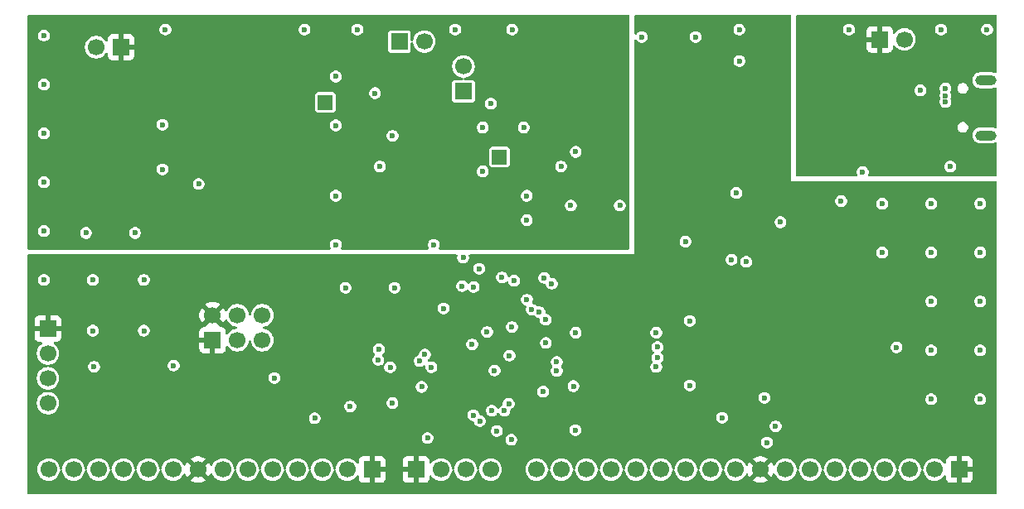
<source format=gbr>
%TF.GenerationSoftware,KiCad,Pcbnew,9.0.6*%
%TF.CreationDate,2025-12-08T21:22:16+01:00*%
%TF.ProjectId,AUPWSW,41555057-5357-42e6-9b69-6361645f7063,rev?*%
%TF.SameCoordinates,Original*%
%TF.FileFunction,Copper,L3,Inr*%
%TF.FilePolarity,Positive*%
%FSLAX46Y46*%
G04 Gerber Fmt 4.6, Leading zero omitted, Abs format (unit mm)*
G04 Created by KiCad (PCBNEW 9.0.6) date 2025-12-08 21:22:16*
%MOMM*%
%LPD*%
G01*
G04 APERTURE LIST*
%TA.AperFunction,ComponentPad*%
%ADD10R,1.700000X1.700000*%
%TD*%
%TA.AperFunction,ComponentPad*%
%ADD11C,1.700000*%
%TD*%
%TA.AperFunction,HeatsinkPad*%
%ADD12O,2.150000X1.050000*%
%TD*%
%TA.AperFunction,ComponentPad*%
%ADD13R,1.500000X1.500000*%
%TD*%
%TA.AperFunction,ViaPad*%
%ADD14C,0.600000*%
%TD*%
G04 APERTURE END LIST*
D10*
%TO.N,+3.3V*%
%TO.C,J9*%
X102600000Y-82590000D03*
D11*
%TO.N,UART_TX*%
X102600000Y-85130000D03*
%TO.N,UART_RX*%
X102600000Y-87670000D03*
%TO.N,GND*%
X102600000Y-90210000D03*
%TD*%
D12*
%TO.N,Net-(J7-Shield)*%
%TO.C,J7*%
X198375000Y-62825000D03*
X198375000Y-57175000D03*
%TD*%
D10*
%TO.N,+3.3V*%
%TO.C,J6*%
X140190000Y-97000000D03*
D11*
%TO.N,SWDIO*%
X142730000Y-97000000D03*
%TO.N,SWCLK*%
X145270000Y-97000000D03*
%TO.N,GND*%
X147810000Y-97000000D03*
%TD*%
D13*
%TO.N,INadc*%
%TO.C,TP1*%
X148717000Y-65024000D03*
%TD*%
D10*
%TO.N,VBUS*%
%TO.C,J3*%
X187525000Y-53000000D03*
D11*
%TO.N,GND*%
X190065000Y-53000000D03*
%TD*%
D13*
%TO.N,Vref*%
%TO.C,TP2*%
X130937000Y-59436000D03*
%TD*%
D10*
%TO.N,+3.3VA*%
%TO.C,J8*%
X110075000Y-53800000D03*
D11*
%TO.N,GND*%
X107535000Y-53800000D03*
%TD*%
D10*
%TO.N,IN+*%
%TO.C,J1*%
X138500000Y-53212500D03*
D11*
%TO.N,IN-*%
X141040000Y-53212500D03*
%TD*%
D10*
%TO.N,+3.3V*%
%TO.C,J10*%
X195680000Y-97000000D03*
D11*
%TO.N,GND*%
X193140000Y-97000000D03*
%TO.N,PA5*%
X190600000Y-97000000D03*
%TO.N,PA4*%
X188060000Y-97000000D03*
%TO.N,PA3*%
X185520000Y-97000000D03*
%TO.N,PA2*%
X182980000Y-97000000D03*
%TO.N,PA1*%
X180440000Y-97000000D03*
%TO.N,PA0*%
X177900000Y-97000000D03*
%TO.N,+3.3V*%
X175360000Y-97000000D03*
%TO.N,GND*%
X172820000Y-97000000D03*
%TO.N,PB9*%
X170280000Y-97000000D03*
%TO.N,PB8*%
X167740000Y-97000000D03*
%TO.N,PB7*%
X165200000Y-97000000D03*
%TO.N,PB6*%
X162660000Y-97000000D03*
%TO.N,PB5*%
X160120000Y-97000000D03*
%TO.N,PB4*%
X157580000Y-97000000D03*
%TO.N,PB3*%
X155040000Y-97000000D03*
%TO.N,PA15*%
X152500000Y-97000000D03*
%TD*%
D10*
%TO.N,+3.3V*%
%TO.C,J4*%
X135700000Y-97000000D03*
D11*
%TO.N,GND*%
X133160000Y-97000000D03*
%TO.N,PA6*%
X130620000Y-97000000D03*
%TO.N,PA7*%
X128080000Y-97000000D03*
%TO.N,PB1*%
X125540000Y-97000000D03*
%TO.N,PB10*%
X123000000Y-97000000D03*
%TO.N,PB11*%
X120460000Y-97000000D03*
%TO.N,+3.3V*%
X117920000Y-97000000D03*
%TO.N,GND*%
X115380000Y-97000000D03*
%TO.N,PA8*%
X112840000Y-97000000D03*
%TO.N,PB15*%
X110300000Y-97000000D03*
%TO.N,PB14*%
X107760000Y-97000000D03*
%TO.N,PB13*%
X105220000Y-97000000D03*
%TO.N,PB12*%
X102680000Y-97000000D03*
%TD*%
D10*
%TO.N,+3.3V*%
%TO.C,J5*%
X119420000Y-83770000D03*
D11*
X119420000Y-81230000D03*
%TO.N,Net-(J5-Pin_3)*%
X121960000Y-83770000D03*
%TO.N,Net-(J5-Pin_4)*%
X121960000Y-81230000D03*
%TO.N,GND*%
X124500000Y-83770000D03*
X124500000Y-81230000D03*
%TD*%
D10*
%TO.N,IN-*%
%TO.C,J2*%
X145034000Y-58293000D03*
D11*
%TO.N,Net-(J2-Pin_2)*%
X145034000Y-55753000D03*
%TD*%
D14*
%TO.N,GND*%
X187800000Y-69800000D03*
X148209000Y-86868000D03*
X153162000Y-89027000D03*
X151500000Y-69000000D03*
X133000000Y-78400000D03*
X164723000Y-83000000D03*
X151200000Y-62000000D03*
X132000000Y-74000000D03*
X114600000Y-52000000D03*
X198500000Y-52000000D03*
X115443000Y-86360000D03*
X149930800Y-93956000D03*
X192800000Y-74800000D03*
X102200000Y-72600000D03*
X194750000Y-66000000D03*
X192800000Y-84800000D03*
X193800000Y-52000000D03*
X137782250Y-90208050D03*
X151500000Y-71500000D03*
X176022000Y-94234000D03*
X168148000Y-81788000D03*
X164723000Y-86500000D03*
X142000000Y-74000000D03*
X156000000Y-70000000D03*
X138000000Y-78400000D03*
X136500000Y-66000000D03*
X102200000Y-57600000D03*
X107200000Y-77600000D03*
X168148000Y-88392000D03*
X172900000Y-68700000D03*
X102200000Y-77600000D03*
X187800000Y-74800000D03*
X112400000Y-82800000D03*
X171450000Y-91694000D03*
X185800000Y-66562500D03*
X194250000Y-59400000D03*
X143002000Y-80518000D03*
X197800000Y-74800000D03*
X150000000Y-52000000D03*
X132000000Y-61800000D03*
X133477000Y-90551000D03*
X168750000Y-52750000D03*
X144996500Y-75335000D03*
X147447000Y-82931000D03*
X184400000Y-52000000D03*
X197800000Y-84800000D03*
X156500000Y-64500000D03*
X144200000Y-52000000D03*
X192800000Y-89800000D03*
X147000000Y-66500000D03*
X106500000Y-72797500D03*
X197800000Y-79800000D03*
X137552250Y-86545050D03*
X107200000Y-82800000D03*
X194250000Y-58750000D03*
X134200000Y-52000000D03*
X189250000Y-84500000D03*
X167700000Y-73700000D03*
X156464000Y-92964000D03*
X194250000Y-58000000D03*
X177400000Y-71700000D03*
X197800000Y-69800000D03*
X136000000Y-58500000D03*
X102200000Y-62600000D03*
X163250000Y-52750000D03*
X132000000Y-69000000D03*
X192800000Y-69800000D03*
X173200000Y-52000000D03*
X102200000Y-52600000D03*
X197800000Y-89800000D03*
X156270000Y-88470000D03*
X112400000Y-77600000D03*
X161000000Y-70000000D03*
X147000000Y-62000000D03*
X149733000Y-85344000D03*
X183600000Y-69550000D03*
X192800000Y-79800000D03*
X156500000Y-83000000D03*
X145923000Y-84201000D03*
X173220000Y-55220000D03*
X149987000Y-82423000D03*
X155000000Y-66000000D03*
X132000000Y-56800000D03*
X107315000Y-86487000D03*
X191700000Y-58200000D03*
X128800000Y-52000000D03*
X111500000Y-72797500D03*
X102200000Y-67600000D03*
X175768000Y-89662000D03*
X118000000Y-67797500D03*
%TO.N,VBUS*%
X180800000Y-59800000D03*
X194200000Y-63000000D03*
X183800000Y-55200000D03*
X191800000Y-62400000D03*
X182800000Y-61200000D03*
X185800000Y-57162500D03*
X194200000Y-62200000D03*
X194200000Y-61400000D03*
X180800000Y-62400000D03*
X181200000Y-53600000D03*
%TO.N,+3.3V*%
X176500000Y-70500000D03*
X170000000Y-65500000D03*
X137552250Y-88545050D03*
X163300000Y-61100000D03*
X178482000Y-79614000D03*
X167700000Y-64200000D03*
X163400000Y-64000000D03*
X141496500Y-76835000D03*
X178000000Y-56500000D03*
X164800000Y-62600000D03*
X169926000Y-63500000D03*
X163750000Y-58250000D03*
X168250000Y-58250000D03*
X186250000Y-92500000D03*
X151930800Y-93956000D03*
X170000000Y-62000000D03*
%TO.N,RESET*%
X176911000Y-92583000D03*
X153447750Y-84042250D03*
%TO.N,+3.3VA*%
X143292500Y-64897000D03*
X125500000Y-59297500D03*
X140374000Y-65874000D03*
X120000000Y-67797500D03*
X158000000Y-61000000D03*
X157750000Y-52250000D03*
X159750000Y-62500000D03*
X152250000Y-52250000D03*
X155000000Y-73600000D03*
X112500000Y-58297500D03*
X136000000Y-63500000D03*
X161200000Y-61200000D03*
X161200000Y-64000000D03*
%TO.N,UART_TX*%
X136398000Y-84700000D03*
%TO.N,UART_RX*%
X136334500Y-85788500D03*
%TO.N,Vref*%
X137795000Y-62865000D03*
X147828000Y-59563000D03*
%TO.N,SWDIO*%
X140766800Y-88544400D03*
X141757400Y-86537800D03*
%TO.N,BOOT0*%
X129857500Y-91757500D03*
X125730000Y-87630000D03*
X147929600Y-90982800D03*
X141376400Y-93776800D03*
%TO.N,Net-(U3-PC14)*%
X164850000Y-85550000D03*
X154559000Y-86918800D03*
%TO.N,Net-(U3-PC15)*%
X164846000Y-84480400D03*
X154559000Y-85998661D03*
%TO.N,Net-(U3-PA11)*%
X141097000Y-85249000D03*
X173904300Y-75758700D03*
%TO.N,Net-(U3-PA12)*%
X172415200Y-75539600D03*
X140563600Y-85902800D03*
%TO.N,Net-(U4A--)*%
X114300000Y-61722000D03*
X114300000Y-66294000D03*
%TO.N,PA5*%
X153289000Y-77399000D03*
%TO.N,PA0*%
X153416000Y-81661000D03*
%TO.N,PA6*%
X150197735Y-77680735D03*
%TO.N,PA2*%
X152019000Y-80645000D03*
%TO.N,PB10*%
X146075000Y-78334000D03*
%TO.N,PB11*%
X144907000Y-78232000D03*
%TO.N,PA4*%
X154051000Y-78000000D03*
%TO.N,PB8*%
X149212234Y-90984993D03*
%TO.N,PB6*%
X146710400Y-92049600D03*
%TO.N,PB7*%
X148437600Y-93065600D03*
%TO.N,PA7*%
X148971000Y-77343000D03*
%TO.N,PB9*%
X149656800Y-90271600D03*
%TO.N,PA1*%
X152781000Y-80899000D03*
%TO.N,PB1*%
X146650000Y-76454000D03*
%TO.N,PA3*%
X151511000Y-79629000D03*
%TO.N,PB5*%
X146050000Y-91440000D03*
%TD*%
%TA.AperFunction,Conductor*%
%TO.N,VBUS*%
G36*
X199442539Y-50520185D02*
G01*
X199488294Y-50572989D01*
X199499500Y-50624500D01*
X199499500Y-56334641D01*
X199479815Y-56401680D01*
X199427011Y-56447435D01*
X199357853Y-56457379D01*
X199321749Y-56445543D01*
X199321650Y-56445783D01*
X199318497Y-56444477D01*
X199317057Y-56444005D01*
X199316021Y-56443451D01*
X199165793Y-56381225D01*
X199165783Y-56381222D01*
X199006307Y-56349500D01*
X199006305Y-56349500D01*
X197743695Y-56349500D01*
X197743693Y-56349500D01*
X197584216Y-56381222D01*
X197584206Y-56381225D01*
X197433980Y-56443450D01*
X197433976Y-56443452D01*
X197298779Y-56533788D01*
X197298771Y-56533794D01*
X197183794Y-56648771D01*
X197183788Y-56648779D01*
X197093452Y-56783976D01*
X197093450Y-56783980D01*
X197031225Y-56934206D01*
X197031222Y-56934216D01*
X196999500Y-57093692D01*
X196999500Y-57093695D01*
X196999500Y-57256305D01*
X196999500Y-57256307D01*
X196999499Y-57256307D01*
X197031222Y-57415783D01*
X197031225Y-57415793D01*
X197093450Y-57566019D01*
X197093452Y-57566023D01*
X197183788Y-57701220D01*
X197183794Y-57701228D01*
X197298771Y-57816205D01*
X197298779Y-57816211D01*
X197433976Y-57906547D01*
X197433980Y-57906549D01*
X197582859Y-57968216D01*
X197584211Y-57968776D01*
X197584215Y-57968776D01*
X197584216Y-57968777D01*
X197743692Y-58000500D01*
X197743695Y-58000500D01*
X199006307Y-58000500D01*
X199144252Y-57973060D01*
X199165789Y-57968776D01*
X199316021Y-57906548D01*
X199316026Y-57906544D01*
X199317044Y-57906001D01*
X199317645Y-57905875D01*
X199321650Y-57904217D01*
X199321964Y-57904976D01*
X199385447Y-57891758D01*
X199450691Y-57916756D01*
X199492063Y-57973060D01*
X199499500Y-58015358D01*
X199499500Y-61984641D01*
X199479815Y-62051680D01*
X199427011Y-62097435D01*
X199357853Y-62107379D01*
X199321749Y-62095543D01*
X199321650Y-62095783D01*
X199318497Y-62094477D01*
X199317057Y-62094005D01*
X199316021Y-62093451D01*
X199165793Y-62031225D01*
X199165783Y-62031222D01*
X199006307Y-61999500D01*
X199006305Y-61999500D01*
X197743695Y-61999500D01*
X197743693Y-61999500D01*
X197584216Y-62031222D01*
X197584206Y-62031225D01*
X197433980Y-62093450D01*
X197433976Y-62093452D01*
X197298779Y-62183788D01*
X197298771Y-62183794D01*
X197183794Y-62298771D01*
X197183788Y-62298779D01*
X197093452Y-62433976D01*
X197093450Y-62433980D01*
X197031225Y-62584206D01*
X197031222Y-62584216D01*
X196999500Y-62743692D01*
X196999500Y-62743695D01*
X196999500Y-62906305D01*
X196999500Y-62906307D01*
X196999499Y-62906307D01*
X197031222Y-63065783D01*
X197031225Y-63065793D01*
X197093450Y-63216019D01*
X197093452Y-63216023D01*
X197183788Y-63351220D01*
X197183794Y-63351228D01*
X197298771Y-63466205D01*
X197298779Y-63466211D01*
X197433976Y-63556547D01*
X197433980Y-63556549D01*
X197584206Y-63618774D01*
X197584211Y-63618776D01*
X197584215Y-63618776D01*
X197584216Y-63618777D01*
X197743692Y-63650500D01*
X197743695Y-63650500D01*
X199006307Y-63650500D01*
X199144252Y-63623060D01*
X199165789Y-63618776D01*
X199316021Y-63556548D01*
X199316026Y-63556544D01*
X199317044Y-63556001D01*
X199317645Y-63555875D01*
X199321650Y-63554217D01*
X199321964Y-63554976D01*
X199385447Y-63541758D01*
X199450691Y-63566756D01*
X199492063Y-63623060D01*
X199499500Y-63665358D01*
X199499500Y-66876000D01*
X199479815Y-66943039D01*
X199427011Y-66988794D01*
X199375500Y-67000000D01*
X186455581Y-67000000D01*
X186388542Y-66980315D01*
X186342787Y-66927511D01*
X186332843Y-66858353D01*
X186348194Y-66814000D01*
X186359577Y-66794284D01*
X186400500Y-66641557D01*
X186400500Y-66483443D01*
X186359577Y-66330716D01*
X186302463Y-66231790D01*
X186280524Y-66193790D01*
X186280518Y-66193782D01*
X186168717Y-66081981D01*
X186168716Y-66081980D01*
X186031784Y-66002923D01*
X185879057Y-65962000D01*
X185720943Y-65962000D01*
X185568216Y-66002923D01*
X185568209Y-66002926D01*
X185431290Y-66081975D01*
X185431282Y-66081981D01*
X185319481Y-66193782D01*
X185319475Y-66193790D01*
X185240426Y-66330709D01*
X185240423Y-66330716D01*
X185199500Y-66483443D01*
X185199500Y-66641556D01*
X185240423Y-66794283D01*
X185240424Y-66794286D01*
X185251806Y-66814000D01*
X185268279Y-66881900D01*
X185245426Y-66947927D01*
X185190505Y-66991118D01*
X185144419Y-67000000D01*
X179124000Y-67000000D01*
X179056961Y-66980315D01*
X179011206Y-66927511D01*
X179000000Y-66876000D01*
X179000000Y-65920943D01*
X194149500Y-65920943D01*
X194149500Y-66079057D01*
X194180241Y-66193782D01*
X194190423Y-66231783D01*
X194190426Y-66231790D01*
X194269475Y-66368709D01*
X194269479Y-66368714D01*
X194269480Y-66368716D01*
X194381284Y-66480520D01*
X194381286Y-66480521D01*
X194381290Y-66480524D01*
X194518209Y-66559573D01*
X194518216Y-66559577D01*
X194670943Y-66600500D01*
X194670945Y-66600500D01*
X194829055Y-66600500D01*
X194829057Y-66600500D01*
X194981784Y-66559577D01*
X195118716Y-66480520D01*
X195230520Y-66368716D01*
X195309577Y-66231784D01*
X195350500Y-66079057D01*
X195350500Y-65920943D01*
X195309577Y-65768216D01*
X195309573Y-65768209D01*
X195230524Y-65631290D01*
X195230518Y-65631282D01*
X195118717Y-65519481D01*
X195118709Y-65519475D01*
X194981790Y-65440426D01*
X194981786Y-65440424D01*
X194981784Y-65440423D01*
X194829057Y-65399500D01*
X194670943Y-65399500D01*
X194518216Y-65440423D01*
X194518209Y-65440426D01*
X194381290Y-65519475D01*
X194381282Y-65519481D01*
X194269481Y-65631282D01*
X194269475Y-65631290D01*
X194190426Y-65768209D01*
X194190423Y-65768216D01*
X194149500Y-65920943D01*
X179000000Y-65920943D01*
X179000000Y-61927525D01*
X195474500Y-61927525D01*
X195474500Y-62072475D01*
X195512016Y-62212485D01*
X195512017Y-62212488D01*
X195584488Y-62338011D01*
X195584490Y-62338013D01*
X195584491Y-62338015D01*
X195686985Y-62440509D01*
X195686986Y-62440510D01*
X195686988Y-62440511D01*
X195812511Y-62512982D01*
X195812512Y-62512982D01*
X195812515Y-62512984D01*
X195952525Y-62550500D01*
X195952528Y-62550500D01*
X196097472Y-62550500D01*
X196097475Y-62550500D01*
X196237485Y-62512984D01*
X196363015Y-62440509D01*
X196465509Y-62338015D01*
X196537984Y-62212485D01*
X196575500Y-62072475D01*
X196575500Y-61927525D01*
X196537984Y-61787515D01*
X196465509Y-61661985D01*
X196363015Y-61559491D01*
X196363013Y-61559490D01*
X196363011Y-61559488D01*
X196237488Y-61487017D01*
X196237489Y-61487017D01*
X196226006Y-61483940D01*
X196097475Y-61449500D01*
X195952525Y-61449500D01*
X195823993Y-61483940D01*
X195812511Y-61487017D01*
X195686988Y-61559488D01*
X195686982Y-61559493D01*
X195584493Y-61661982D01*
X195584488Y-61661988D01*
X195512017Y-61787511D01*
X195512016Y-61787515D01*
X195474500Y-61927525D01*
X179000000Y-61927525D01*
X179000000Y-58120943D01*
X191099500Y-58120943D01*
X191099500Y-58279057D01*
X191115299Y-58338017D01*
X191140423Y-58431783D01*
X191140426Y-58431790D01*
X191219475Y-58568709D01*
X191219479Y-58568714D01*
X191219480Y-58568716D01*
X191331284Y-58680520D01*
X191331286Y-58680521D01*
X191331290Y-58680524D01*
X191468209Y-58759573D01*
X191468216Y-58759577D01*
X191620943Y-58800500D01*
X191620945Y-58800500D01*
X191779055Y-58800500D01*
X191779057Y-58800500D01*
X191931784Y-58759577D01*
X192068716Y-58680520D01*
X192180520Y-58568716D01*
X192259577Y-58431784D01*
X192300500Y-58279057D01*
X192300500Y-58120943D01*
X192259577Y-57968216D01*
X192236085Y-57927527D01*
X192232284Y-57920943D01*
X193649500Y-57920943D01*
X193649500Y-58079057D01*
X193660724Y-58120943D01*
X193690423Y-58231783D01*
X193690423Y-58231784D01*
X193737313Y-58313001D01*
X193753784Y-58380901D01*
X193737313Y-58436999D01*
X193690423Y-58518215D01*
X193690423Y-58518216D01*
X193649500Y-58670943D01*
X193649500Y-58829056D01*
X193690423Y-58981783D01*
X193690424Y-58981786D01*
X193708446Y-59013003D01*
X193724916Y-59080904D01*
X193708446Y-59136997D01*
X193690424Y-59168213D01*
X193690423Y-59168216D01*
X193649500Y-59320943D01*
X193649500Y-59479056D01*
X193690423Y-59631783D01*
X193690426Y-59631790D01*
X193769475Y-59768709D01*
X193769479Y-59768714D01*
X193769480Y-59768716D01*
X193881284Y-59880520D01*
X193881286Y-59880521D01*
X193881290Y-59880524D01*
X194018209Y-59959573D01*
X194018216Y-59959577D01*
X194170943Y-60000500D01*
X194170945Y-60000500D01*
X194329055Y-60000500D01*
X194329057Y-60000500D01*
X194481784Y-59959577D01*
X194618716Y-59880520D01*
X194730520Y-59768716D01*
X194809577Y-59631784D01*
X194850500Y-59479057D01*
X194850500Y-59320943D01*
X194809577Y-59168216D01*
X194791553Y-59136997D01*
X194775081Y-59069101D01*
X194791552Y-59013002D01*
X194809577Y-58981784D01*
X194850500Y-58829057D01*
X194850500Y-58670943D01*
X194809577Y-58518216D01*
X194762686Y-58436998D01*
X194746214Y-58369100D01*
X194762687Y-58313000D01*
X194782284Y-58279057D01*
X194809577Y-58231784D01*
X194850500Y-58079057D01*
X194850500Y-57927525D01*
X195474500Y-57927525D01*
X195474500Y-58072475D01*
X195487488Y-58120945D01*
X195512017Y-58212488D01*
X195584488Y-58338011D01*
X195584490Y-58338013D01*
X195584491Y-58338015D01*
X195686985Y-58440509D01*
X195686986Y-58440510D01*
X195686988Y-58440511D01*
X195812511Y-58512982D01*
X195812512Y-58512982D01*
X195812515Y-58512984D01*
X195952525Y-58550500D01*
X195952528Y-58550500D01*
X196097472Y-58550500D01*
X196097475Y-58550500D01*
X196237485Y-58512984D01*
X196363015Y-58440509D01*
X196465509Y-58338015D01*
X196537984Y-58212485D01*
X196575500Y-58072475D01*
X196575500Y-57927525D01*
X196537984Y-57787515D01*
X196526678Y-57767933D01*
X196465511Y-57661988D01*
X196465506Y-57661982D01*
X196363017Y-57559493D01*
X196363011Y-57559488D01*
X196237488Y-57487017D01*
X196237489Y-57487017D01*
X196226006Y-57483940D01*
X196097475Y-57449500D01*
X195952525Y-57449500D01*
X195823993Y-57483940D01*
X195812511Y-57487017D01*
X195686988Y-57559488D01*
X195686982Y-57559493D01*
X195584493Y-57661982D01*
X195584488Y-57661988D01*
X195512017Y-57787511D01*
X195512016Y-57787515D01*
X195474500Y-57927525D01*
X194850500Y-57927525D01*
X194850500Y-57920943D01*
X194809577Y-57768216D01*
X194748245Y-57661985D01*
X194730524Y-57631290D01*
X194730518Y-57631282D01*
X194618717Y-57519481D01*
X194618709Y-57519475D01*
X194481790Y-57440426D01*
X194481786Y-57440424D01*
X194481784Y-57440423D01*
X194329057Y-57399500D01*
X194170943Y-57399500D01*
X194018216Y-57440423D01*
X194018209Y-57440426D01*
X193881290Y-57519475D01*
X193881282Y-57519481D01*
X193769481Y-57631282D01*
X193769475Y-57631290D01*
X193690426Y-57768209D01*
X193690423Y-57768216D01*
X193649500Y-57920943D01*
X192232284Y-57920943D01*
X192180522Y-57831287D01*
X192180518Y-57831282D01*
X192068717Y-57719481D01*
X192068709Y-57719475D01*
X191931790Y-57640426D01*
X191931786Y-57640424D01*
X191931784Y-57640423D01*
X191779057Y-57599500D01*
X191620943Y-57599500D01*
X191468216Y-57640423D01*
X191468209Y-57640426D01*
X191331290Y-57719475D01*
X191331282Y-57719481D01*
X191219481Y-57831282D01*
X191219475Y-57831290D01*
X191140426Y-57968209D01*
X191140426Y-57968210D01*
X191140423Y-57968216D01*
X191099500Y-58120943D01*
X179000000Y-58120943D01*
X179000000Y-51920943D01*
X183799500Y-51920943D01*
X183799500Y-52079057D01*
X183811127Y-52122447D01*
X183840423Y-52231783D01*
X183840426Y-52231790D01*
X183919475Y-52368709D01*
X183919479Y-52368714D01*
X183919480Y-52368716D01*
X184031284Y-52480520D01*
X184031286Y-52480521D01*
X184031290Y-52480524D01*
X184166108Y-52558360D01*
X184168216Y-52559577D01*
X184320943Y-52600500D01*
X184320945Y-52600500D01*
X184479055Y-52600500D01*
X184479057Y-52600500D01*
X184631784Y-52559577D01*
X184768716Y-52480520D01*
X184880520Y-52368716D01*
X184959577Y-52231784D01*
X184994311Y-52102155D01*
X186175000Y-52102155D01*
X186175000Y-52750000D01*
X187091988Y-52750000D01*
X187059075Y-52807007D01*
X187025000Y-52934174D01*
X187025000Y-53065826D01*
X187059075Y-53192993D01*
X187091988Y-53250000D01*
X186175000Y-53250000D01*
X186175000Y-53897844D01*
X186181401Y-53957372D01*
X186181403Y-53957379D01*
X186231645Y-54092086D01*
X186231649Y-54092093D01*
X186317809Y-54207187D01*
X186317812Y-54207190D01*
X186432906Y-54293350D01*
X186432913Y-54293354D01*
X186567620Y-54343596D01*
X186567627Y-54343598D01*
X186627155Y-54349999D01*
X186627172Y-54350000D01*
X187275000Y-54350000D01*
X187275000Y-53433012D01*
X187332007Y-53465925D01*
X187459174Y-53500000D01*
X187590826Y-53500000D01*
X187717993Y-53465925D01*
X187775000Y-53433012D01*
X187775000Y-54350000D01*
X188422828Y-54350000D01*
X188422844Y-54349999D01*
X188482372Y-54343598D01*
X188482379Y-54343596D01*
X188617086Y-54293354D01*
X188617093Y-54293350D01*
X188732187Y-54207190D01*
X188732190Y-54207187D01*
X188818350Y-54092093D01*
X188818354Y-54092086D01*
X188868596Y-53957379D01*
X188868598Y-53957372D01*
X188874999Y-53897844D01*
X188875000Y-53897827D01*
X188875000Y-53701087D01*
X188894685Y-53634048D01*
X188947489Y-53588293D01*
X189016647Y-53578349D01*
X189080203Y-53607374D01*
X189099318Y-53628202D01*
X189187441Y-53749495D01*
X189315500Y-53877554D01*
X189315505Y-53877558D01*
X189343427Y-53897844D01*
X189462006Y-53983996D01*
X189567484Y-54037740D01*
X189623360Y-54066211D01*
X189623363Y-54066212D01*
X189702997Y-54092086D01*
X189795591Y-54122171D01*
X189878429Y-54135291D01*
X189974449Y-54150500D01*
X189974454Y-54150500D01*
X190155551Y-54150500D01*
X190242259Y-54136765D01*
X190334409Y-54122171D01*
X190506639Y-54066211D01*
X190667994Y-53983996D01*
X190814501Y-53877553D01*
X190942553Y-53749501D01*
X191048996Y-53602994D01*
X191131211Y-53441639D01*
X191187171Y-53269409D01*
X191201765Y-53177259D01*
X191215500Y-53090551D01*
X191215500Y-52909448D01*
X191190245Y-52750000D01*
X191187171Y-52730591D01*
X191131211Y-52558361D01*
X191131211Y-52558360D01*
X191060937Y-52420442D01*
X191048996Y-52397006D01*
X191028437Y-52368709D01*
X190942558Y-52250505D01*
X190942554Y-52250500D01*
X190814499Y-52122445D01*
X190814494Y-52122441D01*
X190667997Y-52016006D01*
X190667996Y-52016005D01*
X190667994Y-52016004D01*
X190616300Y-51989664D01*
X190506639Y-51933788D01*
X190506636Y-51933787D01*
X190467105Y-51920943D01*
X193199500Y-51920943D01*
X193199500Y-52079057D01*
X193211127Y-52122447D01*
X193240423Y-52231783D01*
X193240426Y-52231790D01*
X193319475Y-52368709D01*
X193319479Y-52368714D01*
X193319480Y-52368716D01*
X193431284Y-52480520D01*
X193431286Y-52480521D01*
X193431290Y-52480524D01*
X193566108Y-52558360D01*
X193568216Y-52559577D01*
X193720943Y-52600500D01*
X193720945Y-52600500D01*
X193879055Y-52600500D01*
X193879057Y-52600500D01*
X194031784Y-52559577D01*
X194168716Y-52480520D01*
X194280520Y-52368716D01*
X194359577Y-52231784D01*
X194400500Y-52079057D01*
X194400500Y-51920943D01*
X197899500Y-51920943D01*
X197899500Y-52079057D01*
X197911127Y-52122447D01*
X197940423Y-52231783D01*
X197940426Y-52231790D01*
X198019475Y-52368709D01*
X198019479Y-52368714D01*
X198019480Y-52368716D01*
X198131284Y-52480520D01*
X198131286Y-52480521D01*
X198131290Y-52480524D01*
X198266108Y-52558360D01*
X198268216Y-52559577D01*
X198420943Y-52600500D01*
X198420945Y-52600500D01*
X198579055Y-52600500D01*
X198579057Y-52600500D01*
X198731784Y-52559577D01*
X198868716Y-52480520D01*
X198980520Y-52368716D01*
X199059577Y-52231784D01*
X199100500Y-52079057D01*
X199100500Y-51920943D01*
X199059577Y-51768216D01*
X199024032Y-51706649D01*
X198980524Y-51631290D01*
X198980518Y-51631282D01*
X198868717Y-51519481D01*
X198868709Y-51519475D01*
X198731790Y-51440426D01*
X198731786Y-51440424D01*
X198731784Y-51440423D01*
X198579057Y-51399500D01*
X198420943Y-51399500D01*
X198268216Y-51440423D01*
X198268209Y-51440426D01*
X198131290Y-51519475D01*
X198131282Y-51519481D01*
X198019481Y-51631282D01*
X198019475Y-51631290D01*
X197940426Y-51768209D01*
X197940423Y-51768216D01*
X197899500Y-51920943D01*
X194400500Y-51920943D01*
X194359577Y-51768216D01*
X194324032Y-51706649D01*
X194280524Y-51631290D01*
X194280518Y-51631282D01*
X194168717Y-51519481D01*
X194168709Y-51519475D01*
X194031790Y-51440426D01*
X194031786Y-51440424D01*
X194031784Y-51440423D01*
X193879057Y-51399500D01*
X193720943Y-51399500D01*
X193568216Y-51440423D01*
X193568209Y-51440426D01*
X193431290Y-51519475D01*
X193431282Y-51519481D01*
X193319481Y-51631282D01*
X193319475Y-51631290D01*
X193240426Y-51768209D01*
X193240423Y-51768216D01*
X193199500Y-51920943D01*
X190467105Y-51920943D01*
X190334410Y-51877829D01*
X190155551Y-51849500D01*
X190155546Y-51849500D01*
X189974454Y-51849500D01*
X189974449Y-51849500D01*
X189795589Y-51877829D01*
X189623363Y-51933787D01*
X189623360Y-51933788D01*
X189462002Y-52016006D01*
X189315505Y-52122441D01*
X189315500Y-52122445D01*
X189187445Y-52250500D01*
X189187441Y-52250505D01*
X189099318Y-52371797D01*
X189043988Y-52414463D01*
X188974375Y-52420442D01*
X188912580Y-52387836D01*
X188878223Y-52326998D01*
X188875000Y-52298912D01*
X188875000Y-52102172D01*
X188874999Y-52102155D01*
X188868598Y-52042627D01*
X188868596Y-52042620D01*
X188818354Y-51907913D01*
X188818350Y-51907906D01*
X188732190Y-51792812D01*
X188732187Y-51792809D01*
X188617093Y-51706649D01*
X188617086Y-51706645D01*
X188482379Y-51656403D01*
X188482372Y-51656401D01*
X188422844Y-51650000D01*
X187775000Y-51650000D01*
X187775000Y-52566988D01*
X187717993Y-52534075D01*
X187590826Y-52500000D01*
X187459174Y-52500000D01*
X187332007Y-52534075D01*
X187275000Y-52566988D01*
X187275000Y-51650000D01*
X186627155Y-51650000D01*
X186567627Y-51656401D01*
X186567620Y-51656403D01*
X186432913Y-51706645D01*
X186432906Y-51706649D01*
X186317812Y-51792809D01*
X186317809Y-51792812D01*
X186231649Y-51907906D01*
X186231645Y-51907913D01*
X186181403Y-52042620D01*
X186181401Y-52042627D01*
X186175000Y-52102155D01*
X184994311Y-52102155D01*
X185000500Y-52079057D01*
X185000500Y-51920943D01*
X184959577Y-51768216D01*
X184924032Y-51706649D01*
X184880524Y-51631290D01*
X184880518Y-51631282D01*
X184768717Y-51519481D01*
X184768709Y-51519475D01*
X184631790Y-51440426D01*
X184631786Y-51440424D01*
X184631784Y-51440423D01*
X184479057Y-51399500D01*
X184320943Y-51399500D01*
X184168216Y-51440423D01*
X184168209Y-51440426D01*
X184031290Y-51519475D01*
X184031282Y-51519481D01*
X183919481Y-51631282D01*
X183919475Y-51631290D01*
X183840426Y-51768209D01*
X183840423Y-51768216D01*
X183799500Y-51920943D01*
X179000000Y-51920943D01*
X179000000Y-50624500D01*
X179019685Y-50557461D01*
X179072489Y-50511706D01*
X179124000Y-50500500D01*
X199375500Y-50500500D01*
X199442539Y-50520185D01*
G37*
%TD.AperFunction*%
%TD*%
%TA.AperFunction,Conductor*%
%TO.N,+3.3VA*%
G36*
X161943039Y-50520185D02*
G01*
X161988794Y-50572989D01*
X162000000Y-50624500D01*
X162000000Y-74376000D01*
X161980315Y-74443039D01*
X161927511Y-74488794D01*
X161876000Y-74500000D01*
X142619497Y-74500000D01*
X142552458Y-74480315D01*
X142506703Y-74427511D01*
X142496759Y-74358353D01*
X142512110Y-74314000D01*
X142559577Y-74231784D01*
X142600500Y-74079057D01*
X142600500Y-73920943D01*
X142559577Y-73768216D01*
X142559573Y-73768209D01*
X142480524Y-73631290D01*
X142480518Y-73631282D01*
X142368717Y-73519481D01*
X142368709Y-73519475D01*
X142231790Y-73440426D01*
X142231786Y-73440424D01*
X142231784Y-73440423D01*
X142079057Y-73399500D01*
X141920943Y-73399500D01*
X141768216Y-73440423D01*
X141768209Y-73440426D01*
X141631290Y-73519475D01*
X141631282Y-73519481D01*
X141519481Y-73631282D01*
X141519475Y-73631290D01*
X141440426Y-73768209D01*
X141440423Y-73768216D01*
X141399500Y-73920943D01*
X141399500Y-74079056D01*
X141440423Y-74231783D01*
X141440424Y-74231786D01*
X141487890Y-74314000D01*
X141504363Y-74381901D01*
X141481510Y-74447927D01*
X141426589Y-74491118D01*
X141380503Y-74500000D01*
X132619497Y-74500000D01*
X132552458Y-74480315D01*
X132506703Y-74427511D01*
X132496759Y-74358353D01*
X132512110Y-74314000D01*
X132559577Y-74231784D01*
X132600500Y-74079057D01*
X132600500Y-73920943D01*
X132559577Y-73768216D01*
X132559573Y-73768209D01*
X132480524Y-73631290D01*
X132480518Y-73631282D01*
X132368717Y-73519481D01*
X132368709Y-73519475D01*
X132231790Y-73440426D01*
X132231786Y-73440424D01*
X132231784Y-73440423D01*
X132079057Y-73399500D01*
X131920943Y-73399500D01*
X131768216Y-73440423D01*
X131768209Y-73440426D01*
X131631290Y-73519475D01*
X131631282Y-73519481D01*
X131519481Y-73631282D01*
X131519475Y-73631290D01*
X131440426Y-73768209D01*
X131440423Y-73768216D01*
X131399500Y-73920943D01*
X131399500Y-74079056D01*
X131440423Y-74231783D01*
X131440424Y-74231786D01*
X131487890Y-74314000D01*
X131504363Y-74381901D01*
X131481510Y-74447927D01*
X131426589Y-74491118D01*
X131380503Y-74500000D01*
X100624500Y-74500000D01*
X100557461Y-74480315D01*
X100511706Y-74427511D01*
X100500500Y-74376000D01*
X100500500Y-72520943D01*
X101599500Y-72520943D01*
X101599500Y-72679057D01*
X101610054Y-72718443D01*
X101640423Y-72831783D01*
X101640426Y-72831790D01*
X101719475Y-72968709D01*
X101719479Y-72968714D01*
X101719480Y-72968716D01*
X101831284Y-73080520D01*
X101831286Y-73080521D01*
X101831290Y-73080524D01*
X101968209Y-73159573D01*
X101968216Y-73159577D01*
X102120943Y-73200500D01*
X102120945Y-73200500D01*
X102279055Y-73200500D01*
X102279057Y-73200500D01*
X102431784Y-73159577D01*
X102568716Y-73080520D01*
X102680520Y-72968716D01*
X102759577Y-72831784D01*
X102789947Y-72718443D01*
X105899500Y-72718443D01*
X105899500Y-72876556D01*
X105940423Y-73029283D01*
X105940426Y-73029290D01*
X106019475Y-73166209D01*
X106019479Y-73166214D01*
X106019480Y-73166216D01*
X106131284Y-73278020D01*
X106131286Y-73278021D01*
X106131290Y-73278024D01*
X106268209Y-73357073D01*
X106268216Y-73357077D01*
X106420943Y-73398000D01*
X106420945Y-73398000D01*
X106579055Y-73398000D01*
X106579057Y-73398000D01*
X106731784Y-73357077D01*
X106868716Y-73278020D01*
X106980520Y-73166216D01*
X107059577Y-73029284D01*
X107100500Y-72876557D01*
X107100500Y-72718443D01*
X110899500Y-72718443D01*
X110899500Y-72876556D01*
X110940423Y-73029283D01*
X110940426Y-73029290D01*
X111019475Y-73166209D01*
X111019479Y-73166214D01*
X111019480Y-73166216D01*
X111131284Y-73278020D01*
X111131286Y-73278021D01*
X111131290Y-73278024D01*
X111268209Y-73357073D01*
X111268216Y-73357077D01*
X111420943Y-73398000D01*
X111420945Y-73398000D01*
X111579055Y-73398000D01*
X111579057Y-73398000D01*
X111731784Y-73357077D01*
X111868716Y-73278020D01*
X111980520Y-73166216D01*
X112059577Y-73029284D01*
X112100500Y-72876557D01*
X112100500Y-72718443D01*
X112059577Y-72565716D01*
X112033728Y-72520943D01*
X111980524Y-72428790D01*
X111980518Y-72428782D01*
X111868717Y-72316981D01*
X111868709Y-72316975D01*
X111731790Y-72237926D01*
X111731786Y-72237924D01*
X111731784Y-72237923D01*
X111579057Y-72197000D01*
X111420943Y-72197000D01*
X111268216Y-72237923D01*
X111268209Y-72237926D01*
X111131290Y-72316975D01*
X111131282Y-72316981D01*
X111019481Y-72428782D01*
X111019475Y-72428790D01*
X110940426Y-72565709D01*
X110940423Y-72565716D01*
X110899500Y-72718443D01*
X107100500Y-72718443D01*
X107059577Y-72565716D01*
X107033728Y-72520943D01*
X106980524Y-72428790D01*
X106980518Y-72428782D01*
X106868717Y-72316981D01*
X106868709Y-72316975D01*
X106731790Y-72237926D01*
X106731786Y-72237924D01*
X106731784Y-72237923D01*
X106579057Y-72197000D01*
X106420943Y-72197000D01*
X106268216Y-72237923D01*
X106268209Y-72237926D01*
X106131290Y-72316975D01*
X106131282Y-72316981D01*
X106019481Y-72428782D01*
X106019475Y-72428790D01*
X105940426Y-72565709D01*
X105940423Y-72565716D01*
X105899500Y-72718443D01*
X102789947Y-72718443D01*
X102800500Y-72679057D01*
X102800500Y-72520943D01*
X102759577Y-72368216D01*
X102684355Y-72237926D01*
X102680524Y-72231290D01*
X102680518Y-72231282D01*
X102568717Y-72119481D01*
X102568709Y-72119475D01*
X102431790Y-72040426D01*
X102431786Y-72040424D01*
X102431784Y-72040423D01*
X102279057Y-71999500D01*
X102120943Y-71999500D01*
X101968216Y-72040423D01*
X101968209Y-72040426D01*
X101831290Y-72119475D01*
X101831282Y-72119481D01*
X101719481Y-72231282D01*
X101719475Y-72231290D01*
X101640426Y-72368209D01*
X101640423Y-72368216D01*
X101599500Y-72520943D01*
X100500500Y-72520943D01*
X100500500Y-71420943D01*
X150899500Y-71420943D01*
X150899500Y-71579056D01*
X150940423Y-71731783D01*
X150940426Y-71731790D01*
X151019475Y-71868709D01*
X151019479Y-71868714D01*
X151019480Y-71868716D01*
X151131284Y-71980520D01*
X151131286Y-71980521D01*
X151131290Y-71980524D01*
X151235040Y-72040423D01*
X151268216Y-72059577D01*
X151420943Y-72100500D01*
X151420945Y-72100500D01*
X151579055Y-72100500D01*
X151579057Y-72100500D01*
X151731784Y-72059577D01*
X151868716Y-71980520D01*
X151980520Y-71868716D01*
X152059577Y-71731784D01*
X152100500Y-71579057D01*
X152100500Y-71420943D01*
X152059577Y-71268216D01*
X152059573Y-71268209D01*
X151980524Y-71131290D01*
X151980518Y-71131282D01*
X151868717Y-71019481D01*
X151868709Y-71019475D01*
X151731790Y-70940426D01*
X151731786Y-70940424D01*
X151731784Y-70940423D01*
X151579057Y-70899500D01*
X151420943Y-70899500D01*
X151268216Y-70940423D01*
X151268209Y-70940426D01*
X151131290Y-71019475D01*
X151131282Y-71019481D01*
X151019481Y-71131282D01*
X151019475Y-71131290D01*
X150940426Y-71268209D01*
X150940423Y-71268216D01*
X150899500Y-71420943D01*
X100500500Y-71420943D01*
X100500500Y-69920943D01*
X155399500Y-69920943D01*
X155399500Y-70079056D01*
X155440423Y-70231783D01*
X155440426Y-70231790D01*
X155519475Y-70368709D01*
X155519479Y-70368714D01*
X155519480Y-70368716D01*
X155631284Y-70480520D01*
X155631286Y-70480521D01*
X155631290Y-70480524D01*
X155768209Y-70559573D01*
X155768216Y-70559577D01*
X155920943Y-70600500D01*
X155920945Y-70600500D01*
X156079055Y-70600500D01*
X156079057Y-70600500D01*
X156231784Y-70559577D01*
X156368716Y-70480520D01*
X156480520Y-70368716D01*
X156559577Y-70231784D01*
X156600500Y-70079057D01*
X156600500Y-69920943D01*
X160399500Y-69920943D01*
X160399500Y-70079056D01*
X160440423Y-70231783D01*
X160440426Y-70231790D01*
X160519475Y-70368709D01*
X160519479Y-70368714D01*
X160519480Y-70368716D01*
X160631284Y-70480520D01*
X160631286Y-70480521D01*
X160631290Y-70480524D01*
X160768209Y-70559573D01*
X160768216Y-70559577D01*
X160920943Y-70600500D01*
X160920945Y-70600500D01*
X161079055Y-70600500D01*
X161079057Y-70600500D01*
X161231784Y-70559577D01*
X161368716Y-70480520D01*
X161480520Y-70368716D01*
X161559577Y-70231784D01*
X161600500Y-70079057D01*
X161600500Y-69920943D01*
X161559577Y-69768216D01*
X161559573Y-69768209D01*
X161480524Y-69631290D01*
X161480518Y-69631282D01*
X161368717Y-69519481D01*
X161368709Y-69519475D01*
X161231790Y-69440426D01*
X161231786Y-69440424D01*
X161231784Y-69440423D01*
X161079057Y-69399500D01*
X160920943Y-69399500D01*
X160768216Y-69440423D01*
X160768209Y-69440426D01*
X160631290Y-69519475D01*
X160631282Y-69519481D01*
X160519481Y-69631282D01*
X160519475Y-69631290D01*
X160440426Y-69768209D01*
X160440423Y-69768216D01*
X160399500Y-69920943D01*
X156600500Y-69920943D01*
X156559577Y-69768216D01*
X156559573Y-69768209D01*
X156480524Y-69631290D01*
X156480518Y-69631282D01*
X156368717Y-69519481D01*
X156368709Y-69519475D01*
X156231790Y-69440426D01*
X156231786Y-69440424D01*
X156231784Y-69440423D01*
X156079057Y-69399500D01*
X155920943Y-69399500D01*
X155768216Y-69440423D01*
X155768209Y-69440426D01*
X155631290Y-69519475D01*
X155631282Y-69519481D01*
X155519481Y-69631282D01*
X155519475Y-69631290D01*
X155440426Y-69768209D01*
X155440423Y-69768216D01*
X155399500Y-69920943D01*
X100500500Y-69920943D01*
X100500500Y-68920943D01*
X131399500Y-68920943D01*
X131399500Y-69079056D01*
X131440423Y-69231783D01*
X131440426Y-69231790D01*
X131519475Y-69368709D01*
X131519479Y-69368714D01*
X131519480Y-69368716D01*
X131631284Y-69480520D01*
X131631286Y-69480521D01*
X131631290Y-69480524D01*
X131698765Y-69519480D01*
X131768216Y-69559577D01*
X131920943Y-69600500D01*
X131920945Y-69600500D01*
X132079055Y-69600500D01*
X132079057Y-69600500D01*
X132231784Y-69559577D01*
X132368716Y-69480520D01*
X132480520Y-69368716D01*
X132559577Y-69231784D01*
X132600500Y-69079057D01*
X132600500Y-68920943D01*
X150899500Y-68920943D01*
X150899500Y-69079056D01*
X150940423Y-69231783D01*
X150940426Y-69231790D01*
X151019475Y-69368709D01*
X151019479Y-69368714D01*
X151019480Y-69368716D01*
X151131284Y-69480520D01*
X151131286Y-69480521D01*
X151131290Y-69480524D01*
X151198765Y-69519480D01*
X151268216Y-69559577D01*
X151420943Y-69600500D01*
X151420945Y-69600500D01*
X151579055Y-69600500D01*
X151579057Y-69600500D01*
X151731784Y-69559577D01*
X151868716Y-69480520D01*
X151980520Y-69368716D01*
X152059577Y-69231784D01*
X152100500Y-69079057D01*
X152100500Y-68920943D01*
X152059577Y-68768216D01*
X152059573Y-68768209D01*
X151980524Y-68631290D01*
X151980518Y-68631282D01*
X151868717Y-68519481D01*
X151868709Y-68519475D01*
X151731790Y-68440426D01*
X151731786Y-68440424D01*
X151731784Y-68440423D01*
X151579057Y-68399500D01*
X151420943Y-68399500D01*
X151268216Y-68440423D01*
X151268209Y-68440426D01*
X151131290Y-68519475D01*
X151131282Y-68519481D01*
X151019481Y-68631282D01*
X151019475Y-68631290D01*
X150940426Y-68768209D01*
X150940423Y-68768216D01*
X150899500Y-68920943D01*
X132600500Y-68920943D01*
X132559577Y-68768216D01*
X132559573Y-68768209D01*
X132480524Y-68631290D01*
X132480518Y-68631282D01*
X132368717Y-68519481D01*
X132368709Y-68519475D01*
X132231790Y-68440426D01*
X132231786Y-68440424D01*
X132231784Y-68440423D01*
X132079057Y-68399500D01*
X131920943Y-68399500D01*
X131768216Y-68440423D01*
X131768209Y-68440426D01*
X131631290Y-68519475D01*
X131631282Y-68519481D01*
X131519481Y-68631282D01*
X131519475Y-68631290D01*
X131440426Y-68768209D01*
X131440423Y-68768216D01*
X131399500Y-68920943D01*
X100500500Y-68920943D01*
X100500500Y-67520943D01*
X101599500Y-67520943D01*
X101599500Y-67679057D01*
X101610054Y-67718443D01*
X101640423Y-67831783D01*
X101640426Y-67831790D01*
X101719475Y-67968709D01*
X101719479Y-67968714D01*
X101719480Y-67968716D01*
X101831284Y-68080520D01*
X101831286Y-68080521D01*
X101831290Y-68080524D01*
X101968209Y-68159573D01*
X101968216Y-68159577D01*
X102120943Y-68200500D01*
X102120945Y-68200500D01*
X102279055Y-68200500D01*
X102279057Y-68200500D01*
X102431784Y-68159577D01*
X102568716Y-68080520D01*
X102680520Y-67968716D01*
X102759577Y-67831784D01*
X102789947Y-67718443D01*
X117399500Y-67718443D01*
X117399500Y-67876556D01*
X117440423Y-68029283D01*
X117440426Y-68029290D01*
X117519475Y-68166209D01*
X117519479Y-68166214D01*
X117519480Y-68166216D01*
X117631284Y-68278020D01*
X117631286Y-68278021D01*
X117631290Y-68278024D01*
X117768209Y-68357073D01*
X117768216Y-68357077D01*
X117920943Y-68398000D01*
X117920945Y-68398000D01*
X118079055Y-68398000D01*
X118079057Y-68398000D01*
X118231784Y-68357077D01*
X118368716Y-68278020D01*
X118480520Y-68166216D01*
X118559577Y-68029284D01*
X118600500Y-67876557D01*
X118600500Y-67718443D01*
X118559577Y-67565716D01*
X118533728Y-67520943D01*
X118480524Y-67428790D01*
X118480518Y-67428782D01*
X118368717Y-67316981D01*
X118368709Y-67316975D01*
X118231790Y-67237926D01*
X118231786Y-67237924D01*
X118231784Y-67237923D01*
X118079057Y-67197000D01*
X117920943Y-67197000D01*
X117768216Y-67237923D01*
X117768209Y-67237926D01*
X117631290Y-67316975D01*
X117631282Y-67316981D01*
X117519481Y-67428782D01*
X117519475Y-67428790D01*
X117440426Y-67565709D01*
X117440423Y-67565716D01*
X117399500Y-67718443D01*
X102789947Y-67718443D01*
X102800500Y-67679057D01*
X102800500Y-67520943D01*
X102759577Y-67368216D01*
X102684355Y-67237926D01*
X102680524Y-67231290D01*
X102680518Y-67231282D01*
X102568717Y-67119481D01*
X102568709Y-67119475D01*
X102431790Y-67040426D01*
X102431786Y-67040424D01*
X102431784Y-67040423D01*
X102279057Y-66999500D01*
X102120943Y-66999500D01*
X101968216Y-67040423D01*
X101968209Y-67040426D01*
X101831290Y-67119475D01*
X101831282Y-67119481D01*
X101719481Y-67231282D01*
X101719475Y-67231290D01*
X101640426Y-67368209D01*
X101640423Y-67368216D01*
X101599500Y-67520943D01*
X100500500Y-67520943D01*
X100500500Y-66214943D01*
X113699500Y-66214943D01*
X113699500Y-66373056D01*
X113740423Y-66525783D01*
X113740426Y-66525790D01*
X113819475Y-66662709D01*
X113819479Y-66662714D01*
X113819480Y-66662716D01*
X113931284Y-66774520D01*
X113931286Y-66774521D01*
X113931290Y-66774524D01*
X114068209Y-66853573D01*
X114068216Y-66853577D01*
X114220943Y-66894500D01*
X114220945Y-66894500D01*
X114379055Y-66894500D01*
X114379057Y-66894500D01*
X114531784Y-66853577D01*
X114668716Y-66774520D01*
X114780520Y-66662716D01*
X114859577Y-66525784D01*
X114900500Y-66373057D01*
X114900500Y-66214943D01*
X114859577Y-66062216D01*
X114780520Y-65925284D01*
X114776179Y-65920943D01*
X135899500Y-65920943D01*
X135899500Y-66079057D01*
X135935911Y-66214943D01*
X135940423Y-66231783D01*
X135940426Y-66231790D01*
X136019475Y-66368709D01*
X136019479Y-66368714D01*
X136019480Y-66368716D01*
X136131284Y-66480520D01*
X136131286Y-66480521D01*
X136131290Y-66480524D01*
X136268209Y-66559573D01*
X136268216Y-66559577D01*
X136420943Y-66600500D01*
X136420945Y-66600500D01*
X136579055Y-66600500D01*
X136579057Y-66600500D01*
X136731784Y-66559577D01*
X136868716Y-66480520D01*
X136928293Y-66420943D01*
X146399500Y-66420943D01*
X146399500Y-66579057D01*
X146421917Y-66662716D01*
X146440423Y-66731783D01*
X146440426Y-66731790D01*
X146519475Y-66868709D01*
X146519479Y-66868714D01*
X146519480Y-66868716D01*
X146631284Y-66980520D01*
X146631286Y-66980521D01*
X146631290Y-66980524D01*
X146735040Y-67040423D01*
X146768216Y-67059577D01*
X146920943Y-67100500D01*
X146920945Y-67100500D01*
X147079055Y-67100500D01*
X147079057Y-67100500D01*
X147231784Y-67059577D01*
X147368716Y-66980520D01*
X147480520Y-66868716D01*
X147559577Y-66731784D01*
X147600500Y-66579057D01*
X147600500Y-66420943D01*
X147559577Y-66268216D01*
X147528820Y-66214943D01*
X147480524Y-66131290D01*
X147480518Y-66131282D01*
X147368717Y-66019481D01*
X147368709Y-66019475D01*
X147231790Y-65940426D01*
X147231786Y-65940424D01*
X147231784Y-65940423D01*
X147079057Y-65899500D01*
X146920943Y-65899500D01*
X146768216Y-65940423D01*
X146768209Y-65940426D01*
X146631290Y-66019475D01*
X146631282Y-66019481D01*
X146519481Y-66131282D01*
X146519475Y-66131290D01*
X146440426Y-66268209D01*
X146440423Y-66268216D01*
X146399500Y-66420943D01*
X136928293Y-66420943D01*
X136980520Y-66368716D01*
X136984352Y-66362078D01*
X136990855Y-66350816D01*
X137038547Y-66268209D01*
X137059577Y-66231784D01*
X137100500Y-66079057D01*
X137100500Y-65920943D01*
X137059577Y-65768216D01*
X137016440Y-65693500D01*
X136980524Y-65631290D01*
X136980518Y-65631282D01*
X136868717Y-65519481D01*
X136868709Y-65519475D01*
X136731790Y-65440426D01*
X136731786Y-65440424D01*
X136731784Y-65440423D01*
X136579057Y-65399500D01*
X136420943Y-65399500D01*
X136268216Y-65440423D01*
X136268209Y-65440426D01*
X136131290Y-65519475D01*
X136131282Y-65519481D01*
X136019481Y-65631282D01*
X136019475Y-65631290D01*
X135940426Y-65768209D01*
X135940423Y-65768216D01*
X135899500Y-65920943D01*
X114776179Y-65920943D01*
X114668716Y-65813480D01*
X114668714Y-65813479D01*
X114668709Y-65813475D01*
X114531790Y-65734426D01*
X114531786Y-65734424D01*
X114531784Y-65734423D01*
X114379057Y-65693500D01*
X114220943Y-65693500D01*
X114068216Y-65734423D01*
X114068209Y-65734426D01*
X113931290Y-65813475D01*
X113931282Y-65813481D01*
X113819481Y-65925282D01*
X113819475Y-65925290D01*
X113740426Y-66062209D01*
X113740423Y-66062216D01*
X113699500Y-66214943D01*
X100500500Y-66214943D01*
X100500500Y-64229131D01*
X147666500Y-64229131D01*
X147666500Y-65818856D01*
X147666502Y-65818882D01*
X147669413Y-65843987D01*
X147669415Y-65843991D01*
X147714793Y-65946764D01*
X147714794Y-65946765D01*
X147794235Y-66026206D01*
X147897009Y-66071585D01*
X147922135Y-66074500D01*
X149511864Y-66074499D01*
X149511879Y-66074497D01*
X149511882Y-66074497D01*
X149536987Y-66071586D01*
X149536988Y-66071585D01*
X149536991Y-66071585D01*
X149639765Y-66026206D01*
X149719206Y-65946765D01*
X149730607Y-65920943D01*
X154399500Y-65920943D01*
X154399500Y-66079057D01*
X154435911Y-66214943D01*
X154440423Y-66231783D01*
X154440426Y-66231790D01*
X154519475Y-66368709D01*
X154519479Y-66368714D01*
X154519480Y-66368716D01*
X154631284Y-66480520D01*
X154631286Y-66480521D01*
X154631290Y-66480524D01*
X154768209Y-66559573D01*
X154768216Y-66559577D01*
X154920943Y-66600500D01*
X154920945Y-66600500D01*
X155079055Y-66600500D01*
X155079057Y-66600500D01*
X155231784Y-66559577D01*
X155368716Y-66480520D01*
X155480520Y-66368716D01*
X155559577Y-66231784D01*
X155600500Y-66079057D01*
X155600500Y-65920943D01*
X155559577Y-65768216D01*
X155516440Y-65693500D01*
X155480524Y-65631290D01*
X155480518Y-65631282D01*
X155368717Y-65519481D01*
X155368709Y-65519475D01*
X155231790Y-65440426D01*
X155231786Y-65440424D01*
X155231784Y-65440423D01*
X155079057Y-65399500D01*
X154920943Y-65399500D01*
X154768216Y-65440423D01*
X154768209Y-65440426D01*
X154631290Y-65519475D01*
X154631282Y-65519481D01*
X154519481Y-65631282D01*
X154519475Y-65631290D01*
X154440426Y-65768209D01*
X154440423Y-65768216D01*
X154399500Y-65920943D01*
X149730607Y-65920943D01*
X149742293Y-65894476D01*
X149756312Y-65862729D01*
X149764584Y-65843993D01*
X149764585Y-65843991D01*
X149767500Y-65818865D01*
X149767499Y-64420943D01*
X155899500Y-64420943D01*
X155899500Y-64579056D01*
X155940423Y-64731783D01*
X155940426Y-64731790D01*
X156019475Y-64868709D01*
X156019479Y-64868714D01*
X156019480Y-64868716D01*
X156131284Y-64980520D01*
X156131286Y-64980521D01*
X156131290Y-64980524D01*
X156268209Y-65059573D01*
X156268216Y-65059577D01*
X156420943Y-65100500D01*
X156420945Y-65100500D01*
X156579055Y-65100500D01*
X156579057Y-65100500D01*
X156731784Y-65059577D01*
X156868716Y-64980520D01*
X156980520Y-64868716D01*
X157059577Y-64731784D01*
X157100500Y-64579057D01*
X157100500Y-64420943D01*
X157059577Y-64268216D01*
X157059573Y-64268209D01*
X156980524Y-64131290D01*
X156980518Y-64131282D01*
X156868717Y-64019481D01*
X156868709Y-64019475D01*
X156731790Y-63940426D01*
X156731786Y-63940424D01*
X156731784Y-63940423D01*
X156579057Y-63899500D01*
X156420943Y-63899500D01*
X156268216Y-63940423D01*
X156268209Y-63940426D01*
X156131290Y-64019475D01*
X156131282Y-64019481D01*
X156019481Y-64131282D01*
X156019475Y-64131290D01*
X155940426Y-64268209D01*
X155940423Y-64268216D01*
X155899500Y-64420943D01*
X149767499Y-64420943D01*
X149767499Y-64229136D01*
X149767497Y-64229117D01*
X149764586Y-64204012D01*
X149764585Y-64204010D01*
X149764585Y-64204009D01*
X149719206Y-64101235D01*
X149639765Y-64021794D01*
X149634513Y-64019475D01*
X149536992Y-63976415D01*
X149511865Y-63973500D01*
X147922143Y-63973500D01*
X147922117Y-63973502D01*
X147897012Y-63976413D01*
X147897008Y-63976415D01*
X147794235Y-64021793D01*
X147714794Y-64101234D01*
X147669415Y-64204006D01*
X147669415Y-64204008D01*
X147666500Y-64229131D01*
X100500500Y-64229131D01*
X100500500Y-62520943D01*
X101599500Y-62520943D01*
X101599500Y-62679057D01*
X101628141Y-62785945D01*
X101640423Y-62831783D01*
X101640426Y-62831790D01*
X101719475Y-62968709D01*
X101719479Y-62968714D01*
X101719480Y-62968716D01*
X101831284Y-63080520D01*
X101831286Y-63080521D01*
X101831290Y-63080524D01*
X101968209Y-63159573D01*
X101968216Y-63159577D01*
X102120943Y-63200500D01*
X102120945Y-63200500D01*
X102279055Y-63200500D01*
X102279057Y-63200500D01*
X102431784Y-63159577D01*
X102568716Y-63080520D01*
X102680520Y-62968716D01*
X102759577Y-62831784D01*
X102771860Y-62785943D01*
X137194500Y-62785943D01*
X137194500Y-62944057D01*
X137201108Y-62968716D01*
X137235423Y-63096783D01*
X137235426Y-63096790D01*
X137314475Y-63233709D01*
X137314479Y-63233714D01*
X137314480Y-63233716D01*
X137426284Y-63345520D01*
X137426286Y-63345521D01*
X137426290Y-63345524D01*
X137563209Y-63424573D01*
X137563216Y-63424577D01*
X137715943Y-63465500D01*
X137715945Y-63465500D01*
X137874055Y-63465500D01*
X137874057Y-63465500D01*
X138026784Y-63424577D01*
X138163716Y-63345520D01*
X138275520Y-63233716D01*
X138354577Y-63096784D01*
X138395500Y-62944057D01*
X138395500Y-62785943D01*
X138354577Y-62633216D01*
X138312062Y-62559577D01*
X138275524Y-62496290D01*
X138275518Y-62496282D01*
X138163717Y-62384481D01*
X138163709Y-62384475D01*
X138026790Y-62305426D01*
X138026786Y-62305424D01*
X138026784Y-62305423D01*
X137874057Y-62264500D01*
X137715943Y-62264500D01*
X137563216Y-62305423D01*
X137563209Y-62305426D01*
X137426290Y-62384475D01*
X137426282Y-62384481D01*
X137314481Y-62496282D01*
X137314475Y-62496290D01*
X137235426Y-62633209D01*
X137235423Y-62633216D01*
X137194500Y-62785943D01*
X102771860Y-62785943D01*
X102800500Y-62679057D01*
X102800500Y-62520943D01*
X102759577Y-62368216D01*
X102723324Y-62305423D01*
X102680524Y-62231290D01*
X102680518Y-62231282D01*
X102568717Y-62119481D01*
X102568709Y-62119475D01*
X102431790Y-62040426D01*
X102431786Y-62040424D01*
X102431784Y-62040423D01*
X102279057Y-61999500D01*
X102120943Y-61999500D01*
X101968216Y-62040423D01*
X101968209Y-62040426D01*
X101831290Y-62119475D01*
X101831282Y-62119481D01*
X101719481Y-62231282D01*
X101719475Y-62231290D01*
X101640426Y-62368209D01*
X101640423Y-62368216D01*
X101599500Y-62520943D01*
X100500500Y-62520943D01*
X100500500Y-61642943D01*
X113699500Y-61642943D01*
X113699500Y-61801057D01*
X113731624Y-61920943D01*
X113740423Y-61953783D01*
X113740426Y-61953790D01*
X113819475Y-62090709D01*
X113819479Y-62090714D01*
X113819480Y-62090716D01*
X113931284Y-62202520D01*
X113931286Y-62202521D01*
X113931290Y-62202524D01*
X114038637Y-62264500D01*
X114068216Y-62281577D01*
X114220943Y-62322500D01*
X114220945Y-62322500D01*
X114379055Y-62322500D01*
X114379057Y-62322500D01*
X114531784Y-62281577D01*
X114668716Y-62202520D01*
X114780520Y-62090716D01*
X114859577Y-61953784D01*
X114900500Y-61801057D01*
X114900500Y-61720943D01*
X131399500Y-61720943D01*
X131399500Y-61879057D01*
X131410724Y-61920943D01*
X131440423Y-62031783D01*
X131440426Y-62031790D01*
X131519475Y-62168709D01*
X131519479Y-62168714D01*
X131519480Y-62168716D01*
X131631284Y-62280520D01*
X131631286Y-62280521D01*
X131631290Y-62280524D01*
X131703994Y-62322499D01*
X131768216Y-62359577D01*
X131920943Y-62400500D01*
X131920945Y-62400500D01*
X132079055Y-62400500D01*
X132079057Y-62400500D01*
X132231784Y-62359577D01*
X132368716Y-62280520D01*
X132480520Y-62168716D01*
X132559577Y-62031784D01*
X132589277Y-61920943D01*
X146399500Y-61920943D01*
X146399500Y-62079057D01*
X146440289Y-62231282D01*
X146440423Y-62231783D01*
X146440426Y-62231790D01*
X146519475Y-62368709D01*
X146519479Y-62368714D01*
X146519480Y-62368716D01*
X146631284Y-62480520D01*
X146631286Y-62480521D01*
X146631290Y-62480524D01*
X146768209Y-62559573D01*
X146768216Y-62559577D01*
X146920943Y-62600500D01*
X146920945Y-62600500D01*
X147079055Y-62600500D01*
X147079057Y-62600500D01*
X147231784Y-62559577D01*
X147368716Y-62480520D01*
X147480520Y-62368716D01*
X147559577Y-62231784D01*
X147600500Y-62079057D01*
X147600500Y-61920943D01*
X150599500Y-61920943D01*
X150599500Y-62079057D01*
X150640289Y-62231282D01*
X150640423Y-62231783D01*
X150640426Y-62231790D01*
X150719475Y-62368709D01*
X150719479Y-62368714D01*
X150719480Y-62368716D01*
X150831284Y-62480520D01*
X150831286Y-62480521D01*
X150831290Y-62480524D01*
X150968209Y-62559573D01*
X150968216Y-62559577D01*
X151120943Y-62600500D01*
X151120945Y-62600500D01*
X151279055Y-62600500D01*
X151279057Y-62600500D01*
X151431784Y-62559577D01*
X151568716Y-62480520D01*
X151680520Y-62368716D01*
X151759577Y-62231784D01*
X151800500Y-62079057D01*
X151800500Y-61920943D01*
X151759577Y-61768216D01*
X151759573Y-61768209D01*
X151680524Y-61631290D01*
X151680518Y-61631282D01*
X151568717Y-61519481D01*
X151568709Y-61519475D01*
X151431790Y-61440426D01*
X151431786Y-61440424D01*
X151431784Y-61440423D01*
X151279057Y-61399500D01*
X151120943Y-61399500D01*
X150968216Y-61440423D01*
X150968209Y-61440426D01*
X150831290Y-61519475D01*
X150831282Y-61519481D01*
X150719481Y-61631282D01*
X150719475Y-61631290D01*
X150640426Y-61768209D01*
X150640423Y-61768216D01*
X150599500Y-61920943D01*
X147600500Y-61920943D01*
X147559577Y-61768216D01*
X147559573Y-61768209D01*
X147480524Y-61631290D01*
X147480518Y-61631282D01*
X147368717Y-61519481D01*
X147368709Y-61519475D01*
X147231790Y-61440426D01*
X147231786Y-61440424D01*
X147231784Y-61440423D01*
X147079057Y-61399500D01*
X146920943Y-61399500D01*
X146768216Y-61440423D01*
X146768209Y-61440426D01*
X146631290Y-61519475D01*
X146631282Y-61519481D01*
X146519481Y-61631282D01*
X146519475Y-61631290D01*
X146440426Y-61768209D01*
X146440423Y-61768216D01*
X146399500Y-61920943D01*
X132589277Y-61920943D01*
X132600500Y-61879057D01*
X132600500Y-61720943D01*
X132559577Y-61568216D01*
X132514540Y-61490209D01*
X132480524Y-61431290D01*
X132480518Y-61431282D01*
X132368717Y-61319481D01*
X132368709Y-61319475D01*
X132231790Y-61240426D01*
X132231786Y-61240424D01*
X132231784Y-61240423D01*
X132079057Y-61199500D01*
X131920943Y-61199500D01*
X131768216Y-61240423D01*
X131768209Y-61240426D01*
X131631290Y-61319475D01*
X131631282Y-61319481D01*
X131519481Y-61431282D01*
X131519475Y-61431290D01*
X131440426Y-61568209D01*
X131440423Y-61568216D01*
X131399500Y-61720943D01*
X114900500Y-61720943D01*
X114900500Y-61642943D01*
X114859577Y-61490216D01*
X114830829Y-61440423D01*
X114780524Y-61353290D01*
X114780518Y-61353282D01*
X114668717Y-61241481D01*
X114668709Y-61241475D01*
X114531790Y-61162426D01*
X114531786Y-61162424D01*
X114531784Y-61162423D01*
X114379057Y-61121500D01*
X114220943Y-61121500D01*
X114068216Y-61162423D01*
X114068209Y-61162426D01*
X113931290Y-61241475D01*
X113931282Y-61241481D01*
X113819481Y-61353282D01*
X113819475Y-61353290D01*
X113740426Y-61490209D01*
X113740423Y-61490216D01*
X113699500Y-61642943D01*
X100500500Y-61642943D01*
X100500500Y-58641131D01*
X129886500Y-58641131D01*
X129886500Y-60230856D01*
X129886502Y-60230882D01*
X129889413Y-60255987D01*
X129889415Y-60255991D01*
X129934793Y-60358764D01*
X129934794Y-60358765D01*
X130014235Y-60438206D01*
X130117009Y-60483585D01*
X130142135Y-60486500D01*
X131731864Y-60486499D01*
X131731879Y-60486497D01*
X131731882Y-60486497D01*
X131756987Y-60483586D01*
X131756988Y-60483585D01*
X131756991Y-60483585D01*
X131859765Y-60438206D01*
X131939206Y-60358765D01*
X131984585Y-60255991D01*
X131987500Y-60230865D01*
X131987500Y-59483943D01*
X147227500Y-59483943D01*
X147227500Y-59642056D01*
X147268423Y-59794783D01*
X147268426Y-59794790D01*
X147347475Y-59931709D01*
X147347479Y-59931714D01*
X147347480Y-59931716D01*
X147459284Y-60043520D01*
X147459286Y-60043521D01*
X147459290Y-60043524D01*
X147596209Y-60122573D01*
X147596216Y-60122577D01*
X147748943Y-60163500D01*
X147748945Y-60163500D01*
X147907055Y-60163500D01*
X147907057Y-60163500D01*
X148059784Y-60122577D01*
X148196716Y-60043520D01*
X148308520Y-59931716D01*
X148387577Y-59794784D01*
X148428500Y-59642057D01*
X148428500Y-59483943D01*
X148387577Y-59331216D01*
X148387573Y-59331209D01*
X148308524Y-59194290D01*
X148308518Y-59194282D01*
X148196717Y-59082481D01*
X148196709Y-59082475D01*
X148059790Y-59003426D01*
X148059786Y-59003424D01*
X148059784Y-59003423D01*
X147907057Y-58962500D01*
X147748943Y-58962500D01*
X147596216Y-59003423D01*
X147596209Y-59003426D01*
X147459290Y-59082475D01*
X147459282Y-59082481D01*
X147347481Y-59194282D01*
X147347475Y-59194290D01*
X147268426Y-59331209D01*
X147268423Y-59331216D01*
X147227500Y-59483943D01*
X131987500Y-59483943D01*
X131987499Y-58641136D01*
X131987497Y-58641117D01*
X131984586Y-58616012D01*
X131984585Y-58616010D01*
X131984585Y-58616009D01*
X131939206Y-58513235D01*
X131859765Y-58433794D01*
X131830660Y-58420943D01*
X135399500Y-58420943D01*
X135399500Y-58579057D01*
X135409402Y-58616009D01*
X135440423Y-58731783D01*
X135440426Y-58731790D01*
X135519475Y-58868709D01*
X135519479Y-58868714D01*
X135519480Y-58868716D01*
X135631284Y-58980520D01*
X135631286Y-58980521D01*
X135631290Y-58980524D01*
X135768209Y-59059573D01*
X135768216Y-59059577D01*
X135920943Y-59100500D01*
X135920945Y-59100500D01*
X136079055Y-59100500D01*
X136079057Y-59100500D01*
X136231784Y-59059577D01*
X136368716Y-58980520D01*
X136480520Y-58868716D01*
X136559577Y-58731784D01*
X136600500Y-58579057D01*
X136600500Y-58420943D01*
X136559577Y-58268216D01*
X136496855Y-58159577D01*
X136480524Y-58131290D01*
X136480518Y-58131282D01*
X136368717Y-58019481D01*
X136368709Y-58019475D01*
X136231790Y-57940426D01*
X136231786Y-57940424D01*
X136231784Y-57940423D01*
X136079057Y-57899500D01*
X135920943Y-57899500D01*
X135768216Y-57940423D01*
X135768209Y-57940426D01*
X135631290Y-58019475D01*
X135631282Y-58019481D01*
X135519481Y-58131282D01*
X135519475Y-58131290D01*
X135440426Y-58268209D01*
X135440423Y-58268216D01*
X135399500Y-58420943D01*
X131830660Y-58420943D01*
X131756992Y-58388415D01*
X131731865Y-58385500D01*
X130142143Y-58385500D01*
X130142117Y-58385502D01*
X130117012Y-58388413D01*
X130117008Y-58388415D01*
X130014235Y-58433793D01*
X129934794Y-58513234D01*
X129889415Y-58616006D01*
X129889415Y-58616008D01*
X129886500Y-58641131D01*
X100500500Y-58641131D01*
X100500500Y-57520943D01*
X101599500Y-57520943D01*
X101599500Y-57679056D01*
X101640423Y-57831783D01*
X101640426Y-57831790D01*
X101719475Y-57968709D01*
X101719479Y-57968714D01*
X101719480Y-57968716D01*
X101831284Y-58080520D01*
X101831286Y-58080521D01*
X101831290Y-58080524D01*
X101919221Y-58131290D01*
X101968216Y-58159577D01*
X102120943Y-58200500D01*
X102120945Y-58200500D01*
X102279055Y-58200500D01*
X102279057Y-58200500D01*
X102431784Y-58159577D01*
X102568716Y-58080520D01*
X102680520Y-57968716D01*
X102759577Y-57831784D01*
X102800500Y-57679057D01*
X102800500Y-57520943D01*
X102759577Y-57368216D01*
X102754587Y-57359573D01*
X102680524Y-57231290D01*
X102680518Y-57231282D01*
X102568717Y-57119481D01*
X102568709Y-57119475D01*
X102431790Y-57040426D01*
X102431786Y-57040424D01*
X102431784Y-57040423D01*
X102279057Y-56999500D01*
X102120943Y-56999500D01*
X101968216Y-57040423D01*
X101968209Y-57040426D01*
X101831290Y-57119475D01*
X101831282Y-57119481D01*
X101719481Y-57231282D01*
X101719475Y-57231290D01*
X101640426Y-57368209D01*
X101640423Y-57368216D01*
X101599500Y-57520943D01*
X100500500Y-57520943D01*
X100500500Y-56720943D01*
X131399500Y-56720943D01*
X131399500Y-56879057D01*
X131415106Y-56937297D01*
X131440423Y-57031783D01*
X131440426Y-57031790D01*
X131519475Y-57168709D01*
X131519479Y-57168714D01*
X131519480Y-57168716D01*
X131631284Y-57280520D01*
X131631286Y-57280521D01*
X131631290Y-57280524D01*
X131768209Y-57359573D01*
X131768216Y-57359577D01*
X131920943Y-57400500D01*
X131920945Y-57400500D01*
X132079055Y-57400500D01*
X132079057Y-57400500D01*
X132231784Y-57359577D01*
X132368716Y-57280520D01*
X132480520Y-57168716D01*
X132559577Y-57031784D01*
X132600500Y-56879057D01*
X132600500Y-56720943D01*
X132559577Y-56568216D01*
X132521633Y-56502494D01*
X132480524Y-56431290D01*
X132480518Y-56431282D01*
X132368717Y-56319481D01*
X132368709Y-56319475D01*
X132231790Y-56240426D01*
X132231786Y-56240424D01*
X132231784Y-56240423D01*
X132079057Y-56199500D01*
X131920943Y-56199500D01*
X131768216Y-56240423D01*
X131768209Y-56240426D01*
X131631290Y-56319475D01*
X131631282Y-56319481D01*
X131519481Y-56431282D01*
X131519475Y-56431290D01*
X131440426Y-56568209D01*
X131440423Y-56568216D01*
X131399500Y-56720943D01*
X100500500Y-56720943D01*
X100500500Y-55662448D01*
X143883500Y-55662448D01*
X143883500Y-55843551D01*
X143911829Y-56022410D01*
X143967787Y-56194636D01*
X143967788Y-56194639D01*
X144050006Y-56355997D01*
X144156441Y-56502494D01*
X144156445Y-56502499D01*
X144284500Y-56630554D01*
X144284505Y-56630558D01*
X144408911Y-56720943D01*
X144431006Y-56736996D01*
X144536484Y-56790740D01*
X144592360Y-56819211D01*
X144592363Y-56819212D01*
X144678476Y-56847191D01*
X144764591Y-56875171D01*
X144868716Y-56891662D01*
X144896270Y-56896027D01*
X144959405Y-56925956D01*
X144996336Y-56985268D01*
X144995338Y-57055130D01*
X144956728Y-57113363D01*
X144892765Y-57141477D01*
X144876872Y-57142500D01*
X144139143Y-57142500D01*
X144139117Y-57142502D01*
X144114012Y-57145413D01*
X144114008Y-57145415D01*
X144011235Y-57190793D01*
X143931794Y-57270234D01*
X143886415Y-57373006D01*
X143886415Y-57373008D01*
X143883500Y-57398131D01*
X143883500Y-59187856D01*
X143883502Y-59187882D01*
X143886413Y-59212987D01*
X143886415Y-59212991D01*
X143931793Y-59315764D01*
X143931794Y-59315765D01*
X144011235Y-59395206D01*
X144114009Y-59440585D01*
X144139135Y-59443500D01*
X145928864Y-59443499D01*
X145928879Y-59443497D01*
X145928882Y-59443497D01*
X145953987Y-59440586D01*
X145953988Y-59440585D01*
X145953991Y-59440585D01*
X146056765Y-59395206D01*
X146136206Y-59315765D01*
X146181585Y-59212991D01*
X146184500Y-59187865D01*
X146184499Y-57398136D01*
X146184497Y-57398117D01*
X146181586Y-57373012D01*
X146181585Y-57373010D01*
X146181585Y-57373009D01*
X146136206Y-57270235D01*
X146056765Y-57190794D01*
X146056763Y-57190793D01*
X145953992Y-57145415D01*
X145928868Y-57142500D01*
X145191128Y-57142500D01*
X145124089Y-57122815D01*
X145078334Y-57070011D01*
X145068390Y-57000853D01*
X145097415Y-56937297D01*
X145156193Y-56899523D01*
X145171730Y-56896027D01*
X145195014Y-56892338D01*
X145303409Y-56875171D01*
X145475639Y-56819211D01*
X145636994Y-56736996D01*
X145783501Y-56630553D01*
X145911553Y-56502501D01*
X146017996Y-56355994D01*
X146100211Y-56194639D01*
X146156171Y-56022409D01*
X146170765Y-55930259D01*
X146184500Y-55843551D01*
X146184500Y-55662448D01*
X146168019Y-55558397D01*
X146156171Y-55483591D01*
X146100211Y-55311361D01*
X146100211Y-55311360D01*
X146071740Y-55255484D01*
X146017996Y-55150006D01*
X145914235Y-55007190D01*
X145911558Y-55003505D01*
X145911554Y-55003500D01*
X145783499Y-54875445D01*
X145783494Y-54875441D01*
X145636997Y-54769006D01*
X145636996Y-54769005D01*
X145636994Y-54769004D01*
X145585300Y-54742664D01*
X145475639Y-54686788D01*
X145475636Y-54686787D01*
X145303410Y-54630829D01*
X145124551Y-54602500D01*
X145124546Y-54602500D01*
X144943454Y-54602500D01*
X144943449Y-54602500D01*
X144764589Y-54630829D01*
X144592363Y-54686787D01*
X144592360Y-54686788D01*
X144431002Y-54769006D01*
X144284505Y-54875441D01*
X144284500Y-54875445D01*
X144156445Y-55003500D01*
X144156441Y-55003505D01*
X144050006Y-55150002D01*
X143967788Y-55311360D01*
X143967787Y-55311363D01*
X143911829Y-55483589D01*
X143883500Y-55662448D01*
X100500500Y-55662448D01*
X100500500Y-53709448D01*
X106384500Y-53709448D01*
X106384500Y-53890551D01*
X106412829Y-54069410D01*
X106468787Y-54241636D01*
X106468788Y-54241639D01*
X106516191Y-54334670D01*
X106530625Y-54362999D01*
X106551006Y-54402997D01*
X106657441Y-54549494D01*
X106657445Y-54549499D01*
X106785500Y-54677554D01*
X106785505Y-54677558D01*
X106813427Y-54697844D01*
X106932006Y-54783996D01*
X107037484Y-54837740D01*
X107093360Y-54866211D01*
X107093363Y-54866212D01*
X107172997Y-54892086D01*
X107265591Y-54922171D01*
X107348429Y-54935291D01*
X107444449Y-54950500D01*
X107444454Y-54950500D01*
X107625551Y-54950500D01*
X107712259Y-54936765D01*
X107804409Y-54922171D01*
X107976639Y-54866211D01*
X108137994Y-54783996D01*
X108284501Y-54677553D01*
X108412553Y-54549501D01*
X108412555Y-54549497D01*
X108412558Y-54549495D01*
X108500682Y-54428202D01*
X108556011Y-54385536D01*
X108625625Y-54379557D01*
X108687420Y-54412162D01*
X108721777Y-54473001D01*
X108725000Y-54501087D01*
X108725000Y-54697844D01*
X108731401Y-54757372D01*
X108731403Y-54757379D01*
X108781645Y-54892086D01*
X108781649Y-54892093D01*
X108867809Y-55007187D01*
X108867812Y-55007190D01*
X108982906Y-55093350D01*
X108982913Y-55093354D01*
X109117620Y-55143596D01*
X109117627Y-55143598D01*
X109177155Y-55149999D01*
X109177172Y-55150000D01*
X109825000Y-55150000D01*
X109825000Y-54233012D01*
X109882007Y-54265925D01*
X110009174Y-54300000D01*
X110140826Y-54300000D01*
X110267993Y-54265925D01*
X110325000Y-54233012D01*
X110325000Y-55150000D01*
X110972828Y-55150000D01*
X110972844Y-55149999D01*
X111032372Y-55143598D01*
X111032379Y-55143596D01*
X111167086Y-55093354D01*
X111167093Y-55093350D01*
X111282187Y-55007190D01*
X111282190Y-55007187D01*
X111368350Y-54892093D01*
X111368354Y-54892086D01*
X111418596Y-54757379D01*
X111418598Y-54757372D01*
X111424999Y-54697844D01*
X111425000Y-54697827D01*
X111425000Y-54050000D01*
X110508012Y-54050000D01*
X110540925Y-53992993D01*
X110575000Y-53865826D01*
X110575000Y-53734174D01*
X110540925Y-53607007D01*
X110508012Y-53550000D01*
X111425000Y-53550000D01*
X111425000Y-52902172D01*
X111424999Y-52902155D01*
X111418598Y-52842627D01*
X111418596Y-52842620D01*
X111368354Y-52707913D01*
X111368350Y-52707906D01*
X111282190Y-52592812D01*
X111282187Y-52592809D01*
X111167093Y-52506649D01*
X111167086Y-52506645D01*
X111032379Y-52456403D01*
X111032372Y-52456401D01*
X110972844Y-52450000D01*
X110325000Y-52450000D01*
X110325000Y-53366988D01*
X110267993Y-53334075D01*
X110140826Y-53300000D01*
X110009174Y-53300000D01*
X109882007Y-53334075D01*
X109825000Y-53366988D01*
X109825000Y-52450000D01*
X109177155Y-52450000D01*
X109117627Y-52456401D01*
X109117620Y-52456403D01*
X108982913Y-52506645D01*
X108982906Y-52506649D01*
X108867812Y-52592809D01*
X108867809Y-52592812D01*
X108781649Y-52707906D01*
X108781645Y-52707913D01*
X108731403Y-52842620D01*
X108731401Y-52842627D01*
X108725000Y-52902155D01*
X108725000Y-53098912D01*
X108705315Y-53165951D01*
X108652511Y-53211706D01*
X108583353Y-53221650D01*
X108519797Y-53192625D01*
X108500682Y-53171797D01*
X108412558Y-53050505D01*
X108412554Y-53050500D01*
X108284499Y-52922445D01*
X108284494Y-52922441D01*
X108137997Y-52816006D01*
X108137996Y-52816005D01*
X108137994Y-52816004D01*
X108086300Y-52789664D01*
X107976639Y-52733788D01*
X107976636Y-52733787D01*
X107804410Y-52677829D01*
X107625551Y-52649500D01*
X107625546Y-52649500D01*
X107444454Y-52649500D01*
X107444449Y-52649500D01*
X107265589Y-52677829D01*
X107093363Y-52733787D01*
X107093360Y-52733788D01*
X106932002Y-52816006D01*
X106785505Y-52922441D01*
X106785500Y-52922445D01*
X106657445Y-53050500D01*
X106657441Y-53050505D01*
X106551006Y-53197002D01*
X106468788Y-53358360D01*
X106468787Y-53358363D01*
X106412829Y-53530589D01*
X106384500Y-53709448D01*
X100500500Y-53709448D01*
X100500500Y-52520943D01*
X101599500Y-52520943D01*
X101599500Y-52679057D01*
X101636196Y-52816006D01*
X101640423Y-52831783D01*
X101640426Y-52831790D01*
X101719475Y-52968709D01*
X101719479Y-52968714D01*
X101719480Y-52968716D01*
X101831284Y-53080520D01*
X101831286Y-53080521D01*
X101831290Y-53080524D01*
X101968209Y-53159573D01*
X101968216Y-53159577D01*
X102120943Y-53200500D01*
X102120945Y-53200500D01*
X102279055Y-53200500D01*
X102279057Y-53200500D01*
X102431784Y-53159577D01*
X102568716Y-53080520D01*
X102680520Y-52968716D01*
X102759577Y-52831784D01*
X102800500Y-52679057D01*
X102800500Y-52520943D01*
X102759577Y-52368216D01*
X102730375Y-52317636D01*
X102680524Y-52231290D01*
X102680518Y-52231282D01*
X102568717Y-52119481D01*
X102568709Y-52119475D01*
X102431790Y-52040426D01*
X102431786Y-52040424D01*
X102431784Y-52040423D01*
X102279057Y-51999500D01*
X102120943Y-51999500D01*
X101968216Y-52040423D01*
X101968209Y-52040426D01*
X101831290Y-52119475D01*
X101831282Y-52119481D01*
X101719481Y-52231282D01*
X101719475Y-52231290D01*
X101640426Y-52368209D01*
X101640423Y-52368216D01*
X101599500Y-52520943D01*
X100500500Y-52520943D01*
X100500500Y-51920943D01*
X113999500Y-51920943D01*
X113999500Y-52079057D01*
X114040289Y-52231282D01*
X114040423Y-52231783D01*
X114040426Y-52231790D01*
X114119475Y-52368709D01*
X114119479Y-52368714D01*
X114119480Y-52368716D01*
X114231284Y-52480520D01*
X114231286Y-52480521D01*
X114231290Y-52480524D01*
X114368209Y-52559573D01*
X114368216Y-52559577D01*
X114520943Y-52600500D01*
X114520945Y-52600500D01*
X114679055Y-52600500D01*
X114679057Y-52600500D01*
X114831784Y-52559577D01*
X114968716Y-52480520D01*
X115080520Y-52368716D01*
X115159577Y-52231784D01*
X115200500Y-52079057D01*
X115200500Y-51920943D01*
X128199500Y-51920943D01*
X128199500Y-52079057D01*
X128240289Y-52231282D01*
X128240423Y-52231783D01*
X128240426Y-52231790D01*
X128319475Y-52368709D01*
X128319479Y-52368714D01*
X128319480Y-52368716D01*
X128431284Y-52480520D01*
X128431286Y-52480521D01*
X128431290Y-52480524D01*
X128568209Y-52559573D01*
X128568216Y-52559577D01*
X128720943Y-52600500D01*
X128720945Y-52600500D01*
X128879055Y-52600500D01*
X128879057Y-52600500D01*
X129031784Y-52559577D01*
X129168716Y-52480520D01*
X129280520Y-52368716D01*
X129359577Y-52231784D01*
X129400500Y-52079057D01*
X129400500Y-51920943D01*
X133599500Y-51920943D01*
X133599500Y-52079057D01*
X133640289Y-52231282D01*
X133640423Y-52231783D01*
X133640426Y-52231790D01*
X133719475Y-52368709D01*
X133719479Y-52368714D01*
X133719480Y-52368716D01*
X133831284Y-52480520D01*
X133831286Y-52480521D01*
X133831290Y-52480524D01*
X133968209Y-52559573D01*
X133968216Y-52559577D01*
X134120943Y-52600500D01*
X134120945Y-52600500D01*
X134279055Y-52600500D01*
X134279057Y-52600500D01*
X134431784Y-52559577D01*
X134568716Y-52480520D01*
X134680520Y-52368716D01*
X134710014Y-52317631D01*
X137349500Y-52317631D01*
X137349500Y-54107356D01*
X137349502Y-54107382D01*
X137352413Y-54132487D01*
X137352415Y-54132491D01*
X137397793Y-54235264D01*
X137397794Y-54235265D01*
X137477235Y-54314706D01*
X137580009Y-54360085D01*
X137605135Y-54363000D01*
X139394864Y-54362999D01*
X139394879Y-54362997D01*
X139394882Y-54362997D01*
X139419987Y-54360086D01*
X139419988Y-54360085D01*
X139419991Y-54360085D01*
X139522765Y-54314706D01*
X139602206Y-54235265D01*
X139647585Y-54132491D01*
X139650500Y-54107365D01*
X139650499Y-53369625D01*
X139670183Y-53302589D01*
X139722987Y-53256834D01*
X139792146Y-53246890D01*
X139855702Y-53275915D01*
X139893476Y-53334693D01*
X139896972Y-53350229D01*
X139917829Y-53481910D01*
X139973787Y-53654136D01*
X139973788Y-53654139D01*
X140056006Y-53815497D01*
X140162441Y-53961994D01*
X140162445Y-53961999D01*
X140290500Y-54090054D01*
X140290505Y-54090058D01*
X140418287Y-54182896D01*
X140437006Y-54196496D01*
X140513094Y-54235265D01*
X140598360Y-54278711D01*
X140598363Y-54278712D01*
X140663883Y-54300000D01*
X140770591Y-54334671D01*
X140853429Y-54347791D01*
X140949449Y-54363000D01*
X140949454Y-54363000D01*
X141130551Y-54363000D01*
X141217259Y-54349265D01*
X141309409Y-54334671D01*
X141481639Y-54278711D01*
X141642994Y-54196496D01*
X141789501Y-54090053D01*
X141917553Y-53962001D01*
X142023996Y-53815494D01*
X142106211Y-53654139D01*
X142162171Y-53481909D01*
X142176765Y-53389759D01*
X142190500Y-53303051D01*
X142190500Y-53121948D01*
X142174019Y-53017897D01*
X142162171Y-52943091D01*
X142126006Y-52831784D01*
X142106212Y-52770863D01*
X142106211Y-52770860D01*
X142059434Y-52679057D01*
X142023996Y-52609506D01*
X141959652Y-52520943D01*
X141917558Y-52463005D01*
X141917554Y-52463000D01*
X141789499Y-52334945D01*
X141789494Y-52334941D01*
X141642997Y-52228506D01*
X141642996Y-52228505D01*
X141642994Y-52228504D01*
X141566906Y-52189735D01*
X141481639Y-52146288D01*
X141481636Y-52146287D01*
X141309410Y-52090329D01*
X141130551Y-52062000D01*
X141130546Y-52062000D01*
X140949454Y-52062000D01*
X140949449Y-52062000D01*
X140770589Y-52090329D01*
X140598363Y-52146287D01*
X140598360Y-52146288D01*
X140437002Y-52228506D01*
X140290505Y-52334941D01*
X140290500Y-52334945D01*
X140162445Y-52463000D01*
X140162441Y-52463005D01*
X140056006Y-52609502D01*
X139973788Y-52770860D01*
X139973787Y-52770863D01*
X139917829Y-52943089D01*
X139896972Y-53074771D01*
X139867042Y-53137905D01*
X139807731Y-53174836D01*
X139737868Y-53173838D01*
X139679636Y-53135228D01*
X139651522Y-53071264D01*
X139650499Y-53055372D01*
X139650499Y-52317643D01*
X139650499Y-52317636D01*
X139650497Y-52317617D01*
X139647586Y-52292512D01*
X139647585Y-52292510D01*
X139647585Y-52292509D01*
X139602206Y-52189735D01*
X139522765Y-52110294D01*
X139522763Y-52110293D01*
X139419992Y-52064915D01*
X139394865Y-52062000D01*
X137605143Y-52062000D01*
X137605117Y-52062002D01*
X137580012Y-52064913D01*
X137580008Y-52064915D01*
X137477235Y-52110293D01*
X137397794Y-52189734D01*
X137352415Y-52292506D01*
X137352415Y-52292508D01*
X137349500Y-52317631D01*
X134710014Y-52317631D01*
X134759577Y-52231784D01*
X134800500Y-52079057D01*
X134800500Y-51920943D01*
X143599500Y-51920943D01*
X143599500Y-52079057D01*
X143640289Y-52231282D01*
X143640423Y-52231783D01*
X143640426Y-52231790D01*
X143719475Y-52368709D01*
X143719479Y-52368714D01*
X143719480Y-52368716D01*
X143831284Y-52480520D01*
X143831286Y-52480521D01*
X143831290Y-52480524D01*
X143968209Y-52559573D01*
X143968216Y-52559577D01*
X144120943Y-52600500D01*
X144120945Y-52600500D01*
X144279055Y-52600500D01*
X144279057Y-52600500D01*
X144431784Y-52559577D01*
X144568716Y-52480520D01*
X144680520Y-52368716D01*
X144759577Y-52231784D01*
X144800500Y-52079057D01*
X144800500Y-51920943D01*
X149399500Y-51920943D01*
X149399500Y-52079057D01*
X149440289Y-52231282D01*
X149440423Y-52231783D01*
X149440426Y-52231790D01*
X149519475Y-52368709D01*
X149519479Y-52368714D01*
X149519480Y-52368716D01*
X149631284Y-52480520D01*
X149631286Y-52480521D01*
X149631290Y-52480524D01*
X149768209Y-52559573D01*
X149768216Y-52559577D01*
X149920943Y-52600500D01*
X149920945Y-52600500D01*
X150079055Y-52600500D01*
X150079057Y-52600500D01*
X150231784Y-52559577D01*
X150368716Y-52480520D01*
X150480520Y-52368716D01*
X150559577Y-52231784D01*
X150600500Y-52079057D01*
X150600500Y-51920943D01*
X150559577Y-51768216D01*
X150559573Y-51768209D01*
X150480524Y-51631290D01*
X150480518Y-51631282D01*
X150368717Y-51519481D01*
X150368709Y-51519475D01*
X150231790Y-51440426D01*
X150231786Y-51440424D01*
X150231784Y-51440423D01*
X150079057Y-51399500D01*
X149920943Y-51399500D01*
X149768216Y-51440423D01*
X149768209Y-51440426D01*
X149631290Y-51519475D01*
X149631282Y-51519481D01*
X149519481Y-51631282D01*
X149519475Y-51631290D01*
X149440426Y-51768209D01*
X149440423Y-51768216D01*
X149399500Y-51920943D01*
X144800500Y-51920943D01*
X144759577Y-51768216D01*
X144759573Y-51768209D01*
X144680524Y-51631290D01*
X144680518Y-51631282D01*
X144568717Y-51519481D01*
X144568709Y-51519475D01*
X144431790Y-51440426D01*
X144431786Y-51440424D01*
X144431784Y-51440423D01*
X144279057Y-51399500D01*
X144120943Y-51399500D01*
X143968216Y-51440423D01*
X143968209Y-51440426D01*
X143831290Y-51519475D01*
X143831282Y-51519481D01*
X143719481Y-51631282D01*
X143719475Y-51631290D01*
X143640426Y-51768209D01*
X143640423Y-51768216D01*
X143599500Y-51920943D01*
X134800500Y-51920943D01*
X134759577Y-51768216D01*
X134759573Y-51768209D01*
X134680524Y-51631290D01*
X134680518Y-51631282D01*
X134568717Y-51519481D01*
X134568709Y-51519475D01*
X134431790Y-51440426D01*
X134431786Y-51440424D01*
X134431784Y-51440423D01*
X134279057Y-51399500D01*
X134120943Y-51399500D01*
X133968216Y-51440423D01*
X133968209Y-51440426D01*
X133831290Y-51519475D01*
X133831282Y-51519481D01*
X133719481Y-51631282D01*
X133719475Y-51631290D01*
X133640426Y-51768209D01*
X133640423Y-51768216D01*
X133599500Y-51920943D01*
X129400500Y-51920943D01*
X129359577Y-51768216D01*
X129359573Y-51768209D01*
X129280524Y-51631290D01*
X129280518Y-51631282D01*
X129168717Y-51519481D01*
X129168709Y-51519475D01*
X129031790Y-51440426D01*
X129031786Y-51440424D01*
X129031784Y-51440423D01*
X128879057Y-51399500D01*
X128720943Y-51399500D01*
X128568216Y-51440423D01*
X128568209Y-51440426D01*
X128431290Y-51519475D01*
X128431282Y-51519481D01*
X128319481Y-51631282D01*
X128319475Y-51631290D01*
X128240426Y-51768209D01*
X128240423Y-51768216D01*
X128199500Y-51920943D01*
X115200500Y-51920943D01*
X115159577Y-51768216D01*
X115159573Y-51768209D01*
X115080524Y-51631290D01*
X115080518Y-51631282D01*
X114968717Y-51519481D01*
X114968709Y-51519475D01*
X114831790Y-51440426D01*
X114831786Y-51440424D01*
X114831784Y-51440423D01*
X114679057Y-51399500D01*
X114520943Y-51399500D01*
X114368216Y-51440423D01*
X114368209Y-51440426D01*
X114231290Y-51519475D01*
X114231282Y-51519481D01*
X114119481Y-51631282D01*
X114119475Y-51631290D01*
X114040426Y-51768209D01*
X114040423Y-51768216D01*
X113999500Y-51920943D01*
X100500500Y-51920943D01*
X100500500Y-50624500D01*
X100520185Y-50557461D01*
X100572989Y-50511706D01*
X100624500Y-50500500D01*
X161876000Y-50500500D01*
X161943039Y-50520185D01*
G37*
%TD.AperFunction*%
%TD*%
%TA.AperFunction,Conductor*%
%TO.N,+3.3V*%
G36*
X120535270Y-81991717D02*
G01*
X120535270Y-81991716D01*
X120574622Y-81937554D01*
X120671095Y-81748217D01*
X120680492Y-81719295D01*
X120719928Y-81661618D01*
X120784286Y-81634419D01*
X120853133Y-81646331D01*
X120904610Y-81693574D01*
X120908908Y-81701314D01*
X120976004Y-81832995D01*
X121082441Y-81979494D01*
X121082445Y-81979499D01*
X121210500Y-82107554D01*
X121210505Y-82107558D01*
X121323842Y-82189901D01*
X121357006Y-82213996D01*
X121450237Y-82261500D01*
X121518360Y-82296211D01*
X121518363Y-82296212D01*
X121589961Y-82319475D01*
X121690591Y-82352171D01*
X121763639Y-82363740D01*
X121850678Y-82377527D01*
X121913813Y-82407456D01*
X121950744Y-82466768D01*
X121949746Y-82536631D01*
X121911136Y-82594863D01*
X121850678Y-82622473D01*
X121690589Y-82647829D01*
X121518363Y-82703787D01*
X121518360Y-82703788D01*
X121357002Y-82786006D01*
X121210505Y-82892441D01*
X121210500Y-82892445D01*
X121082445Y-83020500D01*
X121082441Y-83020505D01*
X120994318Y-83141797D01*
X120938988Y-83184463D01*
X120869375Y-83190442D01*
X120807580Y-83157836D01*
X120773223Y-83096998D01*
X120770000Y-83068912D01*
X120770000Y-82872172D01*
X120769999Y-82872155D01*
X120763598Y-82812627D01*
X120763596Y-82812620D01*
X120713354Y-82677913D01*
X120713350Y-82677906D01*
X120627190Y-82562812D01*
X120627187Y-82562809D01*
X120512093Y-82476649D01*
X120512086Y-82476645D01*
X120377380Y-82426403D01*
X120377373Y-82426401D01*
X120294555Y-82417497D01*
X120294884Y-82414431D01*
X120277875Y-82415330D01*
X120218803Y-82382356D01*
X119549408Y-81712962D01*
X119612993Y-81695925D01*
X119727007Y-81630099D01*
X119820099Y-81537007D01*
X119885925Y-81422993D01*
X119902962Y-81359409D01*
X120535270Y-81991717D01*
G37*
%TD.AperFunction*%
%TA.AperFunction,Conductor*%
G36*
X178443039Y-50520185D02*
G01*
X178488794Y-50572989D01*
X178500000Y-50624500D01*
X178500000Y-67500000D01*
X199375500Y-67500000D01*
X199442539Y-67519685D01*
X199488294Y-67572489D01*
X199499500Y-67624000D01*
X199499500Y-99375500D01*
X199479815Y-99442539D01*
X199427011Y-99488294D01*
X199375500Y-99499500D01*
X100624500Y-99499500D01*
X100557461Y-99479815D01*
X100511706Y-99427011D01*
X100500500Y-99375500D01*
X100500500Y-96909448D01*
X101529500Y-96909448D01*
X101529500Y-97090551D01*
X101557829Y-97269410D01*
X101613787Y-97441636D01*
X101613788Y-97441639D01*
X101669664Y-97551300D01*
X101688513Y-97588293D01*
X101696006Y-97602997D01*
X101802441Y-97749494D01*
X101802445Y-97749499D01*
X101930500Y-97877554D01*
X101930505Y-97877558D01*
X101958427Y-97897844D01*
X102077006Y-97983996D01*
X102182484Y-98037740D01*
X102238360Y-98066211D01*
X102238363Y-98066212D01*
X102317997Y-98092086D01*
X102410591Y-98122171D01*
X102493429Y-98135291D01*
X102589449Y-98150500D01*
X102589454Y-98150500D01*
X102770551Y-98150500D01*
X102857259Y-98136765D01*
X102949409Y-98122171D01*
X103121639Y-98066211D01*
X103282994Y-97983996D01*
X103429501Y-97877553D01*
X103557553Y-97749501D01*
X103663996Y-97602994D01*
X103746211Y-97441639D01*
X103802171Y-97269409D01*
X103816422Y-97179425D01*
X103827527Y-97109321D01*
X103857456Y-97046186D01*
X103916768Y-97009255D01*
X103986630Y-97010253D01*
X104044863Y-97048863D01*
X104072473Y-97109321D01*
X104097829Y-97269410D01*
X104153787Y-97441636D01*
X104153788Y-97441639D01*
X104209664Y-97551300D01*
X104228513Y-97588293D01*
X104236006Y-97602997D01*
X104342441Y-97749494D01*
X104342445Y-97749499D01*
X104470500Y-97877554D01*
X104470505Y-97877558D01*
X104498427Y-97897844D01*
X104617006Y-97983996D01*
X104722484Y-98037740D01*
X104778360Y-98066211D01*
X104778363Y-98066212D01*
X104857997Y-98092086D01*
X104950591Y-98122171D01*
X105033429Y-98135291D01*
X105129449Y-98150500D01*
X105129454Y-98150500D01*
X105310551Y-98150500D01*
X105397259Y-98136765D01*
X105489409Y-98122171D01*
X105661639Y-98066211D01*
X105822994Y-97983996D01*
X105969501Y-97877553D01*
X106097553Y-97749501D01*
X106203996Y-97602994D01*
X106286211Y-97441639D01*
X106342171Y-97269409D01*
X106356422Y-97179425D01*
X106367527Y-97109321D01*
X106397456Y-97046186D01*
X106456768Y-97009255D01*
X106526630Y-97010253D01*
X106584863Y-97048863D01*
X106612473Y-97109321D01*
X106637829Y-97269410D01*
X106693787Y-97441636D01*
X106693788Y-97441639D01*
X106749664Y-97551300D01*
X106768513Y-97588293D01*
X106776006Y-97602997D01*
X106882441Y-97749494D01*
X106882445Y-97749499D01*
X107010500Y-97877554D01*
X107010505Y-97877558D01*
X107038427Y-97897844D01*
X107157006Y-97983996D01*
X107262484Y-98037740D01*
X107318360Y-98066211D01*
X107318363Y-98066212D01*
X107397997Y-98092086D01*
X107490591Y-98122171D01*
X107573429Y-98135291D01*
X107669449Y-98150500D01*
X107669454Y-98150500D01*
X107850551Y-98150500D01*
X107937259Y-98136765D01*
X108029409Y-98122171D01*
X108201639Y-98066211D01*
X108362994Y-97983996D01*
X108509501Y-97877553D01*
X108637553Y-97749501D01*
X108743996Y-97602994D01*
X108826211Y-97441639D01*
X108882171Y-97269409D01*
X108896422Y-97179425D01*
X108907527Y-97109321D01*
X108937456Y-97046186D01*
X108996768Y-97009255D01*
X109066630Y-97010253D01*
X109124863Y-97048863D01*
X109152473Y-97109321D01*
X109177829Y-97269410D01*
X109233787Y-97441636D01*
X109233788Y-97441639D01*
X109289664Y-97551300D01*
X109308513Y-97588293D01*
X109316006Y-97602997D01*
X109422441Y-97749494D01*
X109422445Y-97749499D01*
X109550500Y-97877554D01*
X109550505Y-97877558D01*
X109578427Y-97897844D01*
X109697006Y-97983996D01*
X109802484Y-98037740D01*
X109858360Y-98066211D01*
X109858363Y-98066212D01*
X109937997Y-98092086D01*
X110030591Y-98122171D01*
X110113429Y-98135291D01*
X110209449Y-98150500D01*
X110209454Y-98150500D01*
X110390551Y-98150500D01*
X110477259Y-98136765D01*
X110569409Y-98122171D01*
X110741639Y-98066211D01*
X110902994Y-97983996D01*
X111049501Y-97877553D01*
X111177553Y-97749501D01*
X111283996Y-97602994D01*
X111366211Y-97441639D01*
X111422171Y-97269409D01*
X111436422Y-97179425D01*
X111447527Y-97109321D01*
X111477456Y-97046186D01*
X111536768Y-97009255D01*
X111606630Y-97010253D01*
X111664863Y-97048863D01*
X111692473Y-97109321D01*
X111717829Y-97269410D01*
X111773787Y-97441636D01*
X111773788Y-97441639D01*
X111829664Y-97551300D01*
X111848513Y-97588293D01*
X111856006Y-97602997D01*
X111962441Y-97749494D01*
X111962445Y-97749499D01*
X112090500Y-97877554D01*
X112090505Y-97877558D01*
X112118427Y-97897844D01*
X112237006Y-97983996D01*
X112342484Y-98037740D01*
X112398360Y-98066211D01*
X112398363Y-98066212D01*
X112477997Y-98092086D01*
X112570591Y-98122171D01*
X112653429Y-98135291D01*
X112749449Y-98150500D01*
X112749454Y-98150500D01*
X112930551Y-98150500D01*
X113017259Y-98136765D01*
X113109409Y-98122171D01*
X113281639Y-98066211D01*
X113442994Y-97983996D01*
X113589501Y-97877553D01*
X113717553Y-97749501D01*
X113823996Y-97602994D01*
X113906211Y-97441639D01*
X113962171Y-97269409D01*
X113976422Y-97179425D01*
X113987527Y-97109321D01*
X114017456Y-97046186D01*
X114076768Y-97009255D01*
X114146630Y-97010253D01*
X114204863Y-97048863D01*
X114232473Y-97109321D01*
X114257829Y-97269410D01*
X114313787Y-97441636D01*
X114313788Y-97441639D01*
X114369664Y-97551300D01*
X114388513Y-97588293D01*
X114396006Y-97602997D01*
X114502441Y-97749494D01*
X114502445Y-97749499D01*
X114630500Y-97877554D01*
X114630505Y-97877558D01*
X114658427Y-97897844D01*
X114777006Y-97983996D01*
X114882484Y-98037740D01*
X114938360Y-98066211D01*
X114938363Y-98066212D01*
X115017997Y-98092086D01*
X115110591Y-98122171D01*
X115193429Y-98135291D01*
X115289449Y-98150500D01*
X115289454Y-98150500D01*
X115470551Y-98150500D01*
X115557259Y-98136765D01*
X115649409Y-98122171D01*
X115821639Y-98066211D01*
X115982994Y-97983996D01*
X116101573Y-97897844D01*
X116129495Y-97877558D01*
X116129497Y-97877555D01*
X116129501Y-97877553D01*
X116257553Y-97749501D01*
X116363996Y-97602994D01*
X116431090Y-97471314D01*
X116479065Y-97420519D01*
X116546886Y-97403724D01*
X116613021Y-97426262D01*
X116656472Y-97480977D01*
X116659506Y-97489292D01*
X116668904Y-97518217D01*
X116765375Y-97707550D01*
X116804728Y-97761716D01*
X117437037Y-97129408D01*
X117454075Y-97192993D01*
X117519901Y-97307007D01*
X117612993Y-97400099D01*
X117727007Y-97465925D01*
X117790590Y-97482962D01*
X117158282Y-98115269D01*
X117158282Y-98115270D01*
X117212449Y-98154624D01*
X117401782Y-98251095D01*
X117603870Y-98316757D01*
X117813754Y-98350000D01*
X118026246Y-98350000D01*
X118236127Y-98316757D01*
X118236130Y-98316757D01*
X118438217Y-98251095D01*
X118627554Y-98154622D01*
X118681716Y-98115270D01*
X118681717Y-98115270D01*
X118049408Y-97482962D01*
X118112993Y-97465925D01*
X118227007Y-97400099D01*
X118320099Y-97307007D01*
X118385925Y-97192993D01*
X118402962Y-97129408D01*
X119035270Y-97761717D01*
X119035270Y-97761716D01*
X119074622Y-97707554D01*
X119171095Y-97518217D01*
X119180492Y-97489295D01*
X119219928Y-97431618D01*
X119284286Y-97404419D01*
X119353133Y-97416331D01*
X119404610Y-97463574D01*
X119408908Y-97471314D01*
X119476004Y-97602995D01*
X119582441Y-97749494D01*
X119582445Y-97749499D01*
X119710500Y-97877554D01*
X119710505Y-97877558D01*
X119738427Y-97897844D01*
X119857006Y-97983996D01*
X119962484Y-98037740D01*
X120018360Y-98066211D01*
X120018363Y-98066212D01*
X120097997Y-98092086D01*
X120190591Y-98122171D01*
X120273429Y-98135291D01*
X120369449Y-98150500D01*
X120369454Y-98150500D01*
X120550551Y-98150500D01*
X120637259Y-98136765D01*
X120729409Y-98122171D01*
X120901639Y-98066211D01*
X121062994Y-97983996D01*
X121209501Y-97877553D01*
X121337553Y-97749501D01*
X121443996Y-97602994D01*
X121526211Y-97441639D01*
X121582171Y-97269409D01*
X121596422Y-97179425D01*
X121607527Y-97109321D01*
X121637456Y-97046186D01*
X121696768Y-97009255D01*
X121766630Y-97010253D01*
X121824863Y-97048863D01*
X121852473Y-97109321D01*
X121877829Y-97269410D01*
X121933787Y-97441636D01*
X121933788Y-97441639D01*
X121989664Y-97551300D01*
X122008513Y-97588293D01*
X122016006Y-97602997D01*
X122122441Y-97749494D01*
X122122445Y-97749499D01*
X122250500Y-97877554D01*
X122250505Y-97877558D01*
X122278427Y-97897844D01*
X122397006Y-97983996D01*
X122502484Y-98037740D01*
X122558360Y-98066211D01*
X122558363Y-98066212D01*
X122637997Y-98092086D01*
X122730591Y-98122171D01*
X122813429Y-98135291D01*
X122909449Y-98150500D01*
X122909454Y-98150500D01*
X123090551Y-98150500D01*
X123177259Y-98136765D01*
X123269409Y-98122171D01*
X123441639Y-98066211D01*
X123602994Y-97983996D01*
X123749501Y-97877553D01*
X123877553Y-97749501D01*
X123983996Y-97602994D01*
X124066211Y-97441639D01*
X124122171Y-97269409D01*
X124136422Y-97179425D01*
X124147527Y-97109321D01*
X124177456Y-97046186D01*
X124236768Y-97009255D01*
X124306630Y-97010253D01*
X124364863Y-97048863D01*
X124392473Y-97109321D01*
X124417829Y-97269410D01*
X124473787Y-97441636D01*
X124473788Y-97441639D01*
X124529664Y-97551300D01*
X124548513Y-97588293D01*
X124556006Y-97602997D01*
X124662441Y-97749494D01*
X124662445Y-97749499D01*
X124790500Y-97877554D01*
X124790505Y-97877558D01*
X124818427Y-97897844D01*
X124937006Y-97983996D01*
X125042484Y-98037740D01*
X125098360Y-98066211D01*
X125098363Y-98066212D01*
X125177997Y-98092086D01*
X125270591Y-98122171D01*
X125353429Y-98135291D01*
X125449449Y-98150500D01*
X125449454Y-98150500D01*
X125630551Y-98150500D01*
X125717259Y-98136765D01*
X125809409Y-98122171D01*
X125981639Y-98066211D01*
X126142994Y-97983996D01*
X126289501Y-97877553D01*
X126417553Y-97749501D01*
X126523996Y-97602994D01*
X126606211Y-97441639D01*
X126662171Y-97269409D01*
X126676422Y-97179425D01*
X126687527Y-97109321D01*
X126717456Y-97046186D01*
X126776768Y-97009255D01*
X126846630Y-97010253D01*
X126904863Y-97048863D01*
X126932473Y-97109321D01*
X126957829Y-97269410D01*
X127013787Y-97441636D01*
X127013788Y-97441639D01*
X127069664Y-97551300D01*
X127088513Y-97588293D01*
X127096006Y-97602997D01*
X127202441Y-97749494D01*
X127202445Y-97749499D01*
X127330500Y-97877554D01*
X127330505Y-97877558D01*
X127358427Y-97897844D01*
X127477006Y-97983996D01*
X127582484Y-98037740D01*
X127638360Y-98066211D01*
X127638363Y-98066212D01*
X127717997Y-98092086D01*
X127810591Y-98122171D01*
X127893429Y-98135291D01*
X127989449Y-98150500D01*
X127989454Y-98150500D01*
X128170551Y-98150500D01*
X128257259Y-98136765D01*
X128349409Y-98122171D01*
X128521639Y-98066211D01*
X128682994Y-97983996D01*
X128829501Y-97877553D01*
X128957553Y-97749501D01*
X129063996Y-97602994D01*
X129146211Y-97441639D01*
X129202171Y-97269409D01*
X129216422Y-97179425D01*
X129227527Y-97109321D01*
X129257456Y-97046186D01*
X129316768Y-97009255D01*
X129386630Y-97010253D01*
X129444863Y-97048863D01*
X129472473Y-97109321D01*
X129497829Y-97269410D01*
X129553787Y-97441636D01*
X129553788Y-97441639D01*
X129609664Y-97551300D01*
X129628513Y-97588293D01*
X129636006Y-97602997D01*
X129742441Y-97749494D01*
X129742445Y-97749499D01*
X129870500Y-97877554D01*
X129870505Y-97877558D01*
X129898427Y-97897844D01*
X130017006Y-97983996D01*
X130122484Y-98037740D01*
X130178360Y-98066211D01*
X130178363Y-98066212D01*
X130257997Y-98092086D01*
X130350591Y-98122171D01*
X130433429Y-98135291D01*
X130529449Y-98150500D01*
X130529454Y-98150500D01*
X130710551Y-98150500D01*
X130797259Y-98136765D01*
X130889409Y-98122171D01*
X131061639Y-98066211D01*
X131222994Y-97983996D01*
X131369501Y-97877553D01*
X131497553Y-97749501D01*
X131603996Y-97602994D01*
X131686211Y-97441639D01*
X131742171Y-97269409D01*
X131756422Y-97179425D01*
X131767527Y-97109321D01*
X131797456Y-97046186D01*
X131856768Y-97009255D01*
X131926630Y-97010253D01*
X131984863Y-97048863D01*
X132012473Y-97109321D01*
X132037829Y-97269410D01*
X132093787Y-97441636D01*
X132093788Y-97441639D01*
X132149664Y-97551300D01*
X132168513Y-97588293D01*
X132176006Y-97602997D01*
X132282441Y-97749494D01*
X132282445Y-97749499D01*
X132410500Y-97877554D01*
X132410505Y-97877558D01*
X132438427Y-97897844D01*
X132557006Y-97983996D01*
X132662484Y-98037740D01*
X132718360Y-98066211D01*
X132718363Y-98066212D01*
X132797997Y-98092086D01*
X132890591Y-98122171D01*
X132973429Y-98135291D01*
X133069449Y-98150500D01*
X133069454Y-98150500D01*
X133250551Y-98150500D01*
X133337259Y-98136765D01*
X133429409Y-98122171D01*
X133601639Y-98066211D01*
X133762994Y-97983996D01*
X133909501Y-97877553D01*
X134037553Y-97749501D01*
X134037555Y-97749497D01*
X134037558Y-97749495D01*
X134125682Y-97628202D01*
X134181011Y-97585536D01*
X134250625Y-97579557D01*
X134312420Y-97612162D01*
X134346777Y-97673001D01*
X134350000Y-97701087D01*
X134350000Y-97897844D01*
X134356401Y-97957372D01*
X134356403Y-97957379D01*
X134406645Y-98092086D01*
X134406649Y-98092093D01*
X134492809Y-98207187D01*
X134492812Y-98207190D01*
X134607906Y-98293350D01*
X134607913Y-98293354D01*
X134742620Y-98343596D01*
X134742627Y-98343598D01*
X134802155Y-98349999D01*
X134802172Y-98350000D01*
X135450000Y-98350000D01*
X135450000Y-97433012D01*
X135507007Y-97465925D01*
X135634174Y-97500000D01*
X135765826Y-97500000D01*
X135892993Y-97465925D01*
X135950000Y-97433012D01*
X135950000Y-98350000D01*
X136597828Y-98350000D01*
X136597844Y-98349999D01*
X136657372Y-98343598D01*
X136657379Y-98343596D01*
X136792086Y-98293354D01*
X136792093Y-98293350D01*
X136907187Y-98207190D01*
X136907190Y-98207187D01*
X136993350Y-98092093D01*
X136993354Y-98092086D01*
X137043596Y-97957379D01*
X137043598Y-97957372D01*
X137049999Y-97897844D01*
X137050000Y-97897827D01*
X137050000Y-97250000D01*
X136133012Y-97250000D01*
X136165925Y-97192993D01*
X136200000Y-97065826D01*
X136200000Y-96934174D01*
X136165925Y-96807007D01*
X136133012Y-96750000D01*
X137050000Y-96750000D01*
X137050000Y-96102172D01*
X137049999Y-96102155D01*
X138840000Y-96102155D01*
X138840000Y-96750000D01*
X139756988Y-96750000D01*
X139724075Y-96807007D01*
X139690000Y-96934174D01*
X139690000Y-97065826D01*
X139724075Y-97192993D01*
X139756988Y-97250000D01*
X138840000Y-97250000D01*
X138840000Y-97897844D01*
X138846401Y-97957372D01*
X138846403Y-97957379D01*
X138896645Y-98092086D01*
X138896649Y-98092093D01*
X138982809Y-98207187D01*
X138982812Y-98207190D01*
X139097906Y-98293350D01*
X139097913Y-98293354D01*
X139232620Y-98343596D01*
X139232627Y-98343598D01*
X139292155Y-98349999D01*
X139292172Y-98350000D01*
X139940000Y-98350000D01*
X139940000Y-97433012D01*
X139997007Y-97465925D01*
X140124174Y-97500000D01*
X140255826Y-97500000D01*
X140382993Y-97465925D01*
X140440000Y-97433012D01*
X140440000Y-98350000D01*
X141087828Y-98350000D01*
X141087844Y-98349999D01*
X141147372Y-98343598D01*
X141147379Y-98343596D01*
X141282086Y-98293354D01*
X141282093Y-98293350D01*
X141397187Y-98207190D01*
X141397190Y-98207187D01*
X141483350Y-98092093D01*
X141483354Y-98092086D01*
X141533596Y-97957379D01*
X141533598Y-97957372D01*
X141539999Y-97897844D01*
X141540000Y-97897827D01*
X141540000Y-97701087D01*
X141559685Y-97634048D01*
X141612489Y-97588293D01*
X141681647Y-97578349D01*
X141745203Y-97607374D01*
X141764318Y-97628202D01*
X141852441Y-97749495D01*
X141980500Y-97877554D01*
X141980505Y-97877558D01*
X142008427Y-97897844D01*
X142127006Y-97983996D01*
X142232484Y-98037740D01*
X142288360Y-98066211D01*
X142288363Y-98066212D01*
X142367997Y-98092086D01*
X142460591Y-98122171D01*
X142543429Y-98135291D01*
X142639449Y-98150500D01*
X142639454Y-98150500D01*
X142820551Y-98150500D01*
X142907259Y-98136765D01*
X142999409Y-98122171D01*
X143171639Y-98066211D01*
X143332994Y-97983996D01*
X143479501Y-97877553D01*
X143607553Y-97749501D01*
X143713996Y-97602994D01*
X143796211Y-97441639D01*
X143852171Y-97269409D01*
X143866422Y-97179425D01*
X143877527Y-97109321D01*
X143907456Y-97046186D01*
X143966768Y-97009255D01*
X144036630Y-97010253D01*
X144094863Y-97048863D01*
X144122473Y-97109321D01*
X144147829Y-97269410D01*
X144203787Y-97441636D01*
X144203788Y-97441639D01*
X144259664Y-97551300D01*
X144278513Y-97588293D01*
X144286006Y-97602997D01*
X144392441Y-97749494D01*
X144392445Y-97749499D01*
X144520500Y-97877554D01*
X144520505Y-97877558D01*
X144548427Y-97897844D01*
X144667006Y-97983996D01*
X144772484Y-98037740D01*
X144828360Y-98066211D01*
X144828363Y-98066212D01*
X144907997Y-98092086D01*
X145000591Y-98122171D01*
X145083429Y-98135291D01*
X145179449Y-98150500D01*
X145179454Y-98150500D01*
X145360551Y-98150500D01*
X145447259Y-98136765D01*
X145539409Y-98122171D01*
X145711639Y-98066211D01*
X145872994Y-97983996D01*
X146019501Y-97877553D01*
X146147553Y-97749501D01*
X146253996Y-97602994D01*
X146336211Y-97441639D01*
X146392171Y-97269409D01*
X146406422Y-97179425D01*
X146417527Y-97109321D01*
X146447456Y-97046186D01*
X146506768Y-97009255D01*
X146576630Y-97010253D01*
X146634863Y-97048863D01*
X146662473Y-97109321D01*
X146687829Y-97269410D01*
X146743787Y-97441636D01*
X146743788Y-97441639D01*
X146799664Y-97551300D01*
X146818513Y-97588293D01*
X146826006Y-97602997D01*
X146932441Y-97749494D01*
X146932445Y-97749499D01*
X147060500Y-97877554D01*
X147060505Y-97877558D01*
X147088427Y-97897844D01*
X147207006Y-97983996D01*
X147312484Y-98037740D01*
X147368360Y-98066211D01*
X147368363Y-98066212D01*
X147447997Y-98092086D01*
X147540591Y-98122171D01*
X147623429Y-98135291D01*
X147719449Y-98150500D01*
X147719454Y-98150500D01*
X147900551Y-98150500D01*
X147987259Y-98136765D01*
X148079409Y-98122171D01*
X148251639Y-98066211D01*
X148412994Y-97983996D01*
X148559501Y-97877553D01*
X148687553Y-97749501D01*
X148793996Y-97602994D01*
X148876211Y-97441639D01*
X148932171Y-97269409D01*
X148946765Y-97177259D01*
X148960500Y-97090551D01*
X148960500Y-96909448D01*
X151349500Y-96909448D01*
X151349500Y-97090551D01*
X151377829Y-97269410D01*
X151433787Y-97441636D01*
X151433788Y-97441639D01*
X151489664Y-97551300D01*
X151508513Y-97588293D01*
X151516006Y-97602997D01*
X151622441Y-97749494D01*
X151622445Y-97749499D01*
X151750500Y-97877554D01*
X151750505Y-97877558D01*
X151778427Y-97897844D01*
X151897006Y-97983996D01*
X152002484Y-98037740D01*
X152058360Y-98066211D01*
X152058363Y-98066212D01*
X152137997Y-98092086D01*
X152230591Y-98122171D01*
X152313429Y-98135291D01*
X152409449Y-98150500D01*
X152409454Y-98150500D01*
X152590551Y-98150500D01*
X152677259Y-98136765D01*
X152769409Y-98122171D01*
X152941639Y-98066211D01*
X153102994Y-97983996D01*
X153249501Y-97877553D01*
X153377553Y-97749501D01*
X153483996Y-97602994D01*
X153566211Y-97441639D01*
X153622171Y-97269409D01*
X153636422Y-97179425D01*
X153647527Y-97109321D01*
X153677456Y-97046186D01*
X153736768Y-97009255D01*
X153806630Y-97010253D01*
X153864863Y-97048863D01*
X153892473Y-97109321D01*
X153917829Y-97269410D01*
X153973787Y-97441636D01*
X153973788Y-97441639D01*
X154029664Y-97551300D01*
X154048513Y-97588293D01*
X154056006Y-97602997D01*
X154162441Y-97749494D01*
X154162445Y-97749499D01*
X154290500Y-97877554D01*
X154290505Y-97877558D01*
X154318427Y-97897844D01*
X154437006Y-97983996D01*
X154542484Y-98037740D01*
X154598360Y-98066211D01*
X154598363Y-98066212D01*
X154677997Y-98092086D01*
X154770591Y-98122171D01*
X154853429Y-98135291D01*
X154949449Y-98150500D01*
X154949454Y-98150500D01*
X155130551Y-98150500D01*
X155217259Y-98136765D01*
X155309409Y-98122171D01*
X155481639Y-98066211D01*
X155642994Y-97983996D01*
X155789501Y-97877553D01*
X155917553Y-97749501D01*
X156023996Y-97602994D01*
X156106211Y-97441639D01*
X156162171Y-97269409D01*
X156176422Y-97179425D01*
X156187527Y-97109321D01*
X156217456Y-97046186D01*
X156276768Y-97009255D01*
X156346630Y-97010253D01*
X156404863Y-97048863D01*
X156432473Y-97109321D01*
X156457829Y-97269410D01*
X156513787Y-97441636D01*
X156513788Y-97441639D01*
X156569664Y-97551300D01*
X156588513Y-97588293D01*
X156596006Y-97602997D01*
X156702441Y-97749494D01*
X156702445Y-97749499D01*
X156830500Y-97877554D01*
X156830505Y-97877558D01*
X156858427Y-97897844D01*
X156977006Y-97983996D01*
X157082484Y-98037740D01*
X157138360Y-98066211D01*
X157138363Y-98066212D01*
X157217997Y-98092086D01*
X157310591Y-98122171D01*
X157393429Y-98135291D01*
X157489449Y-98150500D01*
X157489454Y-98150500D01*
X157670551Y-98150500D01*
X157757259Y-98136765D01*
X157849409Y-98122171D01*
X158021639Y-98066211D01*
X158182994Y-97983996D01*
X158329501Y-97877553D01*
X158457553Y-97749501D01*
X158563996Y-97602994D01*
X158646211Y-97441639D01*
X158702171Y-97269409D01*
X158716422Y-97179425D01*
X158727527Y-97109321D01*
X158757456Y-97046186D01*
X158816768Y-97009255D01*
X158886630Y-97010253D01*
X158944863Y-97048863D01*
X158972473Y-97109321D01*
X158997829Y-97269410D01*
X159053787Y-97441636D01*
X159053788Y-97441639D01*
X159109664Y-97551300D01*
X159128513Y-97588293D01*
X159136006Y-97602997D01*
X159242441Y-97749494D01*
X159242445Y-97749499D01*
X159370500Y-97877554D01*
X159370505Y-97877558D01*
X159398427Y-97897844D01*
X159517006Y-97983996D01*
X159622484Y-98037740D01*
X159678360Y-98066211D01*
X159678363Y-98066212D01*
X159757997Y-98092086D01*
X159850591Y-98122171D01*
X159933429Y-98135291D01*
X160029449Y-98150500D01*
X160029454Y-98150500D01*
X160210551Y-98150500D01*
X160297259Y-98136765D01*
X160389409Y-98122171D01*
X160561639Y-98066211D01*
X160722994Y-97983996D01*
X160869501Y-97877553D01*
X160997553Y-97749501D01*
X161103996Y-97602994D01*
X161186211Y-97441639D01*
X161242171Y-97269409D01*
X161256422Y-97179425D01*
X161267527Y-97109321D01*
X161297456Y-97046186D01*
X161356768Y-97009255D01*
X161426630Y-97010253D01*
X161484863Y-97048863D01*
X161512473Y-97109321D01*
X161537829Y-97269410D01*
X161593787Y-97441636D01*
X161593788Y-97441639D01*
X161649664Y-97551300D01*
X161668513Y-97588293D01*
X161676006Y-97602997D01*
X161782441Y-97749494D01*
X161782445Y-97749499D01*
X161910500Y-97877554D01*
X161910505Y-97877558D01*
X161938427Y-97897844D01*
X162057006Y-97983996D01*
X162162484Y-98037740D01*
X162218360Y-98066211D01*
X162218363Y-98066212D01*
X162297997Y-98092086D01*
X162390591Y-98122171D01*
X162473429Y-98135291D01*
X162569449Y-98150500D01*
X162569454Y-98150500D01*
X162750551Y-98150500D01*
X162837259Y-98136765D01*
X162929409Y-98122171D01*
X163101639Y-98066211D01*
X163262994Y-97983996D01*
X163409501Y-97877553D01*
X163537553Y-97749501D01*
X163643996Y-97602994D01*
X163726211Y-97441639D01*
X163782171Y-97269409D01*
X163796422Y-97179425D01*
X163807527Y-97109321D01*
X163837456Y-97046186D01*
X163896768Y-97009255D01*
X163966630Y-97010253D01*
X164024863Y-97048863D01*
X164052473Y-97109321D01*
X164077829Y-97269410D01*
X164133787Y-97441636D01*
X164133788Y-97441639D01*
X164189664Y-97551300D01*
X164208513Y-97588293D01*
X164216006Y-97602997D01*
X164322441Y-97749494D01*
X164322445Y-97749499D01*
X164450500Y-97877554D01*
X164450505Y-97877558D01*
X164478427Y-97897844D01*
X164597006Y-97983996D01*
X164702484Y-98037740D01*
X164758360Y-98066211D01*
X164758363Y-98066212D01*
X164837997Y-98092086D01*
X164930591Y-98122171D01*
X165013429Y-98135291D01*
X165109449Y-98150500D01*
X165109454Y-98150500D01*
X165290551Y-98150500D01*
X165377259Y-98136765D01*
X165469409Y-98122171D01*
X165641639Y-98066211D01*
X165802994Y-97983996D01*
X165949501Y-97877553D01*
X166077553Y-97749501D01*
X166183996Y-97602994D01*
X166266211Y-97441639D01*
X166322171Y-97269409D01*
X166336422Y-97179425D01*
X166347527Y-97109321D01*
X166377456Y-97046186D01*
X166436768Y-97009255D01*
X166506630Y-97010253D01*
X166564863Y-97048863D01*
X166592473Y-97109321D01*
X166617829Y-97269410D01*
X166673787Y-97441636D01*
X166673788Y-97441639D01*
X166729664Y-97551300D01*
X166748513Y-97588293D01*
X166756006Y-97602997D01*
X166862441Y-97749494D01*
X166862445Y-97749499D01*
X166990500Y-97877554D01*
X166990505Y-97877558D01*
X167018427Y-97897844D01*
X167137006Y-97983996D01*
X167242484Y-98037740D01*
X167298360Y-98066211D01*
X167298363Y-98066212D01*
X167377997Y-98092086D01*
X167470591Y-98122171D01*
X167553429Y-98135291D01*
X167649449Y-98150500D01*
X167649454Y-98150500D01*
X167830551Y-98150500D01*
X167917259Y-98136765D01*
X168009409Y-98122171D01*
X168181639Y-98066211D01*
X168342994Y-97983996D01*
X168489501Y-97877553D01*
X168617553Y-97749501D01*
X168723996Y-97602994D01*
X168806211Y-97441639D01*
X168862171Y-97269409D01*
X168876422Y-97179425D01*
X168887527Y-97109321D01*
X168917456Y-97046186D01*
X168976768Y-97009255D01*
X169046630Y-97010253D01*
X169104863Y-97048863D01*
X169132473Y-97109321D01*
X169157829Y-97269410D01*
X169213787Y-97441636D01*
X169213788Y-97441639D01*
X169269664Y-97551300D01*
X169288513Y-97588293D01*
X169296006Y-97602997D01*
X169402441Y-97749494D01*
X169402445Y-97749499D01*
X169530500Y-97877554D01*
X169530505Y-97877558D01*
X169558427Y-97897844D01*
X169677006Y-97983996D01*
X169782484Y-98037740D01*
X169838360Y-98066211D01*
X169838363Y-98066212D01*
X169917997Y-98092086D01*
X170010591Y-98122171D01*
X170093429Y-98135291D01*
X170189449Y-98150500D01*
X170189454Y-98150500D01*
X170370551Y-98150500D01*
X170457259Y-98136765D01*
X170549409Y-98122171D01*
X170721639Y-98066211D01*
X170882994Y-97983996D01*
X171029501Y-97877553D01*
X171157553Y-97749501D01*
X171263996Y-97602994D01*
X171346211Y-97441639D01*
X171402171Y-97269409D01*
X171416422Y-97179425D01*
X171427527Y-97109321D01*
X171457456Y-97046186D01*
X171516768Y-97009255D01*
X171586630Y-97010253D01*
X171644863Y-97048863D01*
X171672473Y-97109321D01*
X171697829Y-97269410D01*
X171753787Y-97441636D01*
X171753788Y-97441639D01*
X171809664Y-97551300D01*
X171828513Y-97588293D01*
X171836006Y-97602997D01*
X171942441Y-97749494D01*
X171942445Y-97749499D01*
X172070500Y-97877554D01*
X172070505Y-97877558D01*
X172098427Y-97897844D01*
X172217006Y-97983996D01*
X172322484Y-98037740D01*
X172378360Y-98066211D01*
X172378363Y-98066212D01*
X172457997Y-98092086D01*
X172550591Y-98122171D01*
X172633429Y-98135291D01*
X172729449Y-98150500D01*
X172729454Y-98150500D01*
X172910551Y-98150500D01*
X172997259Y-98136765D01*
X173089409Y-98122171D01*
X173261639Y-98066211D01*
X173422994Y-97983996D01*
X173541573Y-97897844D01*
X173569495Y-97877558D01*
X173569497Y-97877555D01*
X173569501Y-97877553D01*
X173697553Y-97749501D01*
X173803996Y-97602994D01*
X173871090Y-97471314D01*
X173919065Y-97420519D01*
X173986886Y-97403724D01*
X174053021Y-97426262D01*
X174096472Y-97480977D01*
X174099506Y-97489292D01*
X174108904Y-97518217D01*
X174205375Y-97707550D01*
X174244728Y-97761716D01*
X174877037Y-97129408D01*
X174894075Y-97192993D01*
X174959901Y-97307007D01*
X175052993Y-97400099D01*
X175167007Y-97465925D01*
X175230590Y-97482962D01*
X174598282Y-98115269D01*
X174598282Y-98115270D01*
X174652449Y-98154624D01*
X174841782Y-98251095D01*
X175043870Y-98316757D01*
X175253754Y-98350000D01*
X175466246Y-98350000D01*
X175676127Y-98316757D01*
X175676130Y-98316757D01*
X175878217Y-98251095D01*
X176067554Y-98154622D01*
X176121716Y-98115270D01*
X176121717Y-98115270D01*
X175489408Y-97482962D01*
X175552993Y-97465925D01*
X175667007Y-97400099D01*
X175760099Y-97307007D01*
X175825925Y-97192993D01*
X175842962Y-97129408D01*
X176475270Y-97761717D01*
X176475270Y-97761716D01*
X176514622Y-97707554D01*
X176611095Y-97518217D01*
X176620492Y-97489295D01*
X176659928Y-97431618D01*
X176724286Y-97404419D01*
X176793133Y-97416331D01*
X176844610Y-97463574D01*
X176848908Y-97471314D01*
X176916004Y-97602995D01*
X177022441Y-97749494D01*
X177022445Y-97749499D01*
X177150500Y-97877554D01*
X177150505Y-97877558D01*
X177178427Y-97897844D01*
X177297006Y-97983996D01*
X177402484Y-98037740D01*
X177458360Y-98066211D01*
X177458363Y-98066212D01*
X177537997Y-98092086D01*
X177630591Y-98122171D01*
X177713429Y-98135291D01*
X177809449Y-98150500D01*
X177809454Y-98150500D01*
X177990551Y-98150500D01*
X178077259Y-98136765D01*
X178169409Y-98122171D01*
X178341639Y-98066211D01*
X178502994Y-97983996D01*
X178649501Y-97877553D01*
X178777553Y-97749501D01*
X178883996Y-97602994D01*
X178966211Y-97441639D01*
X179022171Y-97269409D01*
X179036422Y-97179425D01*
X179047527Y-97109321D01*
X179077456Y-97046186D01*
X179136768Y-97009255D01*
X179206630Y-97010253D01*
X179264863Y-97048863D01*
X179292473Y-97109321D01*
X179317829Y-97269410D01*
X179373787Y-97441636D01*
X179373788Y-97441639D01*
X179429664Y-97551300D01*
X179448513Y-97588293D01*
X179456006Y-97602997D01*
X179562441Y-97749494D01*
X179562445Y-97749499D01*
X179690500Y-97877554D01*
X179690505Y-97877558D01*
X179718427Y-97897844D01*
X179837006Y-97983996D01*
X179942484Y-98037740D01*
X179998360Y-98066211D01*
X179998363Y-98066212D01*
X180077997Y-98092086D01*
X180170591Y-98122171D01*
X180253429Y-98135291D01*
X180349449Y-98150500D01*
X180349454Y-98150500D01*
X180530551Y-98150500D01*
X180617259Y-98136765D01*
X180709409Y-98122171D01*
X180881639Y-98066211D01*
X181042994Y-97983996D01*
X181189501Y-97877553D01*
X181317553Y-97749501D01*
X181423996Y-97602994D01*
X181506211Y-97441639D01*
X181562171Y-97269409D01*
X181576422Y-97179425D01*
X181587527Y-97109321D01*
X181617456Y-97046186D01*
X181676768Y-97009255D01*
X181746630Y-97010253D01*
X181804863Y-97048863D01*
X181832473Y-97109321D01*
X181857829Y-97269410D01*
X181913787Y-97441636D01*
X181913788Y-97441639D01*
X181969664Y-97551300D01*
X181988513Y-97588293D01*
X181996006Y-97602997D01*
X182102441Y-97749494D01*
X182102445Y-97749499D01*
X182230500Y-97877554D01*
X182230505Y-97877558D01*
X182258427Y-97897844D01*
X182377006Y-97983996D01*
X182482484Y-98037740D01*
X182538360Y-98066211D01*
X182538363Y-98066212D01*
X182617997Y-98092086D01*
X182710591Y-98122171D01*
X182793429Y-98135291D01*
X182889449Y-98150500D01*
X182889454Y-98150500D01*
X183070551Y-98150500D01*
X183157259Y-98136765D01*
X183249409Y-98122171D01*
X183421639Y-98066211D01*
X183582994Y-97983996D01*
X183729501Y-97877553D01*
X183857553Y-97749501D01*
X183963996Y-97602994D01*
X184046211Y-97441639D01*
X184102171Y-97269409D01*
X184116422Y-97179425D01*
X184127527Y-97109321D01*
X184157456Y-97046186D01*
X184216768Y-97009255D01*
X184286630Y-97010253D01*
X184344863Y-97048863D01*
X184372473Y-97109321D01*
X184397829Y-97269410D01*
X184453787Y-97441636D01*
X184453788Y-97441639D01*
X184509664Y-97551300D01*
X184528513Y-97588293D01*
X184536006Y-97602997D01*
X184642441Y-97749494D01*
X184642445Y-97749499D01*
X184770500Y-97877554D01*
X184770505Y-97877558D01*
X184798427Y-97897844D01*
X184917006Y-97983996D01*
X185022484Y-98037740D01*
X185078360Y-98066211D01*
X185078363Y-98066212D01*
X185157997Y-98092086D01*
X185250591Y-98122171D01*
X185333429Y-98135291D01*
X185429449Y-98150500D01*
X185429454Y-98150500D01*
X185610551Y-98150500D01*
X185697259Y-98136765D01*
X185789409Y-98122171D01*
X185961639Y-98066211D01*
X186122994Y-97983996D01*
X186269501Y-97877553D01*
X186397553Y-97749501D01*
X186503996Y-97602994D01*
X186586211Y-97441639D01*
X186642171Y-97269409D01*
X186656422Y-97179425D01*
X186667527Y-97109321D01*
X186697456Y-97046186D01*
X186756768Y-97009255D01*
X186826630Y-97010253D01*
X186884863Y-97048863D01*
X186912473Y-97109321D01*
X186937829Y-97269410D01*
X186993787Y-97441636D01*
X186993788Y-97441639D01*
X187049664Y-97551300D01*
X187068513Y-97588293D01*
X187076006Y-97602997D01*
X187182441Y-97749494D01*
X187182445Y-97749499D01*
X187310500Y-97877554D01*
X187310505Y-97877558D01*
X187338427Y-97897844D01*
X187457006Y-97983996D01*
X187562484Y-98037740D01*
X187618360Y-98066211D01*
X187618363Y-98066212D01*
X187697997Y-98092086D01*
X187790591Y-98122171D01*
X187873429Y-98135291D01*
X187969449Y-98150500D01*
X187969454Y-98150500D01*
X188150551Y-98150500D01*
X188237259Y-98136765D01*
X188329409Y-98122171D01*
X188501639Y-98066211D01*
X188662994Y-97983996D01*
X188809501Y-97877553D01*
X188937553Y-97749501D01*
X189043996Y-97602994D01*
X189126211Y-97441639D01*
X189182171Y-97269409D01*
X189196422Y-97179425D01*
X189207527Y-97109321D01*
X189237456Y-97046186D01*
X189296768Y-97009255D01*
X189366630Y-97010253D01*
X189424863Y-97048863D01*
X189452473Y-97109321D01*
X189477829Y-97269410D01*
X189533787Y-97441636D01*
X189533788Y-97441639D01*
X189589664Y-97551300D01*
X189608513Y-97588293D01*
X189616006Y-97602997D01*
X189722441Y-97749494D01*
X189722445Y-97749499D01*
X189850500Y-97877554D01*
X189850505Y-97877558D01*
X189878427Y-97897844D01*
X189997006Y-97983996D01*
X190102484Y-98037740D01*
X190158360Y-98066211D01*
X190158363Y-98066212D01*
X190237997Y-98092086D01*
X190330591Y-98122171D01*
X190413429Y-98135291D01*
X190509449Y-98150500D01*
X190509454Y-98150500D01*
X190690551Y-98150500D01*
X190777259Y-98136765D01*
X190869409Y-98122171D01*
X191041639Y-98066211D01*
X191202994Y-97983996D01*
X191349501Y-97877553D01*
X191477553Y-97749501D01*
X191583996Y-97602994D01*
X191666211Y-97441639D01*
X191722171Y-97269409D01*
X191736422Y-97179425D01*
X191747527Y-97109321D01*
X191777456Y-97046186D01*
X191836768Y-97009255D01*
X191906630Y-97010253D01*
X191964863Y-97048863D01*
X191992473Y-97109321D01*
X192017829Y-97269410D01*
X192073787Y-97441636D01*
X192073788Y-97441639D01*
X192129664Y-97551300D01*
X192148513Y-97588293D01*
X192156006Y-97602997D01*
X192262441Y-97749494D01*
X192262445Y-97749499D01*
X192390500Y-97877554D01*
X192390505Y-97877558D01*
X192418427Y-97897844D01*
X192537006Y-97983996D01*
X192642484Y-98037740D01*
X192698360Y-98066211D01*
X192698363Y-98066212D01*
X192777997Y-98092086D01*
X192870591Y-98122171D01*
X192953429Y-98135291D01*
X193049449Y-98150500D01*
X193049454Y-98150500D01*
X193230551Y-98150500D01*
X193317259Y-98136765D01*
X193409409Y-98122171D01*
X193581639Y-98066211D01*
X193742994Y-97983996D01*
X193889501Y-97877553D01*
X194017553Y-97749501D01*
X194017555Y-97749497D01*
X194017558Y-97749495D01*
X194105682Y-97628202D01*
X194161011Y-97585536D01*
X194230625Y-97579557D01*
X194292420Y-97612162D01*
X194326777Y-97673001D01*
X194330000Y-97701087D01*
X194330000Y-97897844D01*
X194336401Y-97957372D01*
X194336403Y-97957379D01*
X194386645Y-98092086D01*
X194386649Y-98092093D01*
X194472809Y-98207187D01*
X194472812Y-98207190D01*
X194587906Y-98293350D01*
X194587913Y-98293354D01*
X194722620Y-98343596D01*
X194722627Y-98343598D01*
X194782155Y-98349999D01*
X194782172Y-98350000D01*
X195430000Y-98350000D01*
X195430000Y-97433012D01*
X195487007Y-97465925D01*
X195614174Y-97500000D01*
X195745826Y-97500000D01*
X195872993Y-97465925D01*
X195930000Y-97433012D01*
X195930000Y-98350000D01*
X196577828Y-98350000D01*
X196577844Y-98349999D01*
X196637372Y-98343598D01*
X196637379Y-98343596D01*
X196772086Y-98293354D01*
X196772093Y-98293350D01*
X196887187Y-98207190D01*
X196887190Y-98207187D01*
X196973350Y-98092093D01*
X196973354Y-98092086D01*
X197023596Y-97957379D01*
X197023598Y-97957372D01*
X197029999Y-97897844D01*
X197030000Y-97897827D01*
X197030000Y-97250000D01*
X196113012Y-97250000D01*
X196145925Y-97192993D01*
X196180000Y-97065826D01*
X196180000Y-96934174D01*
X196145925Y-96807007D01*
X196113012Y-96750000D01*
X197030000Y-96750000D01*
X197030000Y-96102172D01*
X197029999Y-96102155D01*
X197023598Y-96042627D01*
X197023596Y-96042620D01*
X196973354Y-95907913D01*
X196973350Y-95907906D01*
X196887190Y-95792812D01*
X196887187Y-95792809D01*
X196772093Y-95706649D01*
X196772086Y-95706645D01*
X196637379Y-95656403D01*
X196637372Y-95656401D01*
X196577844Y-95650000D01*
X195930000Y-95650000D01*
X195930000Y-96566988D01*
X195872993Y-96534075D01*
X195745826Y-96500000D01*
X195614174Y-96500000D01*
X195487007Y-96534075D01*
X195430000Y-96566988D01*
X195430000Y-95650000D01*
X194782155Y-95650000D01*
X194722627Y-95656401D01*
X194722620Y-95656403D01*
X194587913Y-95706645D01*
X194587906Y-95706649D01*
X194472812Y-95792809D01*
X194472809Y-95792812D01*
X194386649Y-95907906D01*
X194386645Y-95907913D01*
X194336403Y-96042620D01*
X194336401Y-96042627D01*
X194330000Y-96102155D01*
X194330000Y-96298912D01*
X194310315Y-96365951D01*
X194257511Y-96411706D01*
X194188353Y-96421650D01*
X194124797Y-96392625D01*
X194105682Y-96371797D01*
X194017558Y-96250505D01*
X194017554Y-96250500D01*
X193889499Y-96122445D01*
X193889494Y-96122441D01*
X193742997Y-96016006D01*
X193742996Y-96016005D01*
X193742994Y-96016004D01*
X193691300Y-95989664D01*
X193581639Y-95933788D01*
X193581636Y-95933787D01*
X193409410Y-95877829D01*
X193230551Y-95849500D01*
X193230546Y-95849500D01*
X193049454Y-95849500D01*
X193049449Y-95849500D01*
X192870589Y-95877829D01*
X192698363Y-95933787D01*
X192698360Y-95933788D01*
X192537002Y-96016006D01*
X192390505Y-96122441D01*
X192390500Y-96122445D01*
X192262445Y-96250500D01*
X192262441Y-96250505D01*
X192156006Y-96397002D01*
X192073788Y-96558360D01*
X192073787Y-96558363D01*
X192017829Y-96730589D01*
X191992473Y-96890678D01*
X191962544Y-96953813D01*
X191903232Y-96990744D01*
X191833369Y-96989746D01*
X191775137Y-96951136D01*
X191747527Y-96890678D01*
X191725245Y-96750000D01*
X191722171Y-96730591D01*
X191678530Y-96596275D01*
X191666212Y-96558363D01*
X191666211Y-96558360D01*
X191627191Y-96481780D01*
X191583996Y-96397006D01*
X191561433Y-96365951D01*
X191477558Y-96250505D01*
X191477554Y-96250500D01*
X191349499Y-96122445D01*
X191349494Y-96122441D01*
X191202997Y-96016006D01*
X191202996Y-96016005D01*
X191202994Y-96016004D01*
X191151300Y-95989664D01*
X191041639Y-95933788D01*
X191041636Y-95933787D01*
X190869410Y-95877829D01*
X190690551Y-95849500D01*
X190690546Y-95849500D01*
X190509454Y-95849500D01*
X190509449Y-95849500D01*
X190330589Y-95877829D01*
X190158363Y-95933787D01*
X190158360Y-95933788D01*
X189997002Y-96016006D01*
X189850505Y-96122441D01*
X189850500Y-96122445D01*
X189722445Y-96250500D01*
X189722441Y-96250505D01*
X189616006Y-96397002D01*
X189533788Y-96558360D01*
X189533787Y-96558363D01*
X189477829Y-96730589D01*
X189452473Y-96890678D01*
X189422544Y-96953813D01*
X189363232Y-96990744D01*
X189293369Y-96989746D01*
X189235137Y-96951136D01*
X189207527Y-96890678D01*
X189185245Y-96750000D01*
X189182171Y-96730591D01*
X189138530Y-96596275D01*
X189126212Y-96558363D01*
X189126211Y-96558360D01*
X189087191Y-96481780D01*
X189043996Y-96397006D01*
X189021433Y-96365951D01*
X188937558Y-96250505D01*
X188937554Y-96250500D01*
X188809499Y-96122445D01*
X188809494Y-96122441D01*
X188662997Y-96016006D01*
X188662996Y-96016005D01*
X188662994Y-96016004D01*
X188611300Y-95989664D01*
X188501639Y-95933788D01*
X188501636Y-95933787D01*
X188329410Y-95877829D01*
X188150551Y-95849500D01*
X188150546Y-95849500D01*
X187969454Y-95849500D01*
X187969449Y-95849500D01*
X187790589Y-95877829D01*
X187618363Y-95933787D01*
X187618360Y-95933788D01*
X187457002Y-96016006D01*
X187310505Y-96122441D01*
X187310500Y-96122445D01*
X187182445Y-96250500D01*
X187182441Y-96250505D01*
X187076006Y-96397002D01*
X186993788Y-96558360D01*
X186993787Y-96558363D01*
X186937829Y-96730589D01*
X186912473Y-96890678D01*
X186882544Y-96953813D01*
X186823232Y-96990744D01*
X186753369Y-96989746D01*
X186695137Y-96951136D01*
X186667527Y-96890678D01*
X186645245Y-96750000D01*
X186642171Y-96730591D01*
X186598530Y-96596275D01*
X186586212Y-96558363D01*
X186586211Y-96558360D01*
X186547191Y-96481780D01*
X186503996Y-96397006D01*
X186481433Y-96365951D01*
X186397558Y-96250505D01*
X186397554Y-96250500D01*
X186269499Y-96122445D01*
X186269494Y-96122441D01*
X186122997Y-96016006D01*
X186122996Y-96016005D01*
X186122994Y-96016004D01*
X186071300Y-95989664D01*
X185961639Y-95933788D01*
X185961636Y-95933787D01*
X185789410Y-95877829D01*
X185610551Y-95849500D01*
X185610546Y-95849500D01*
X185429454Y-95849500D01*
X185429449Y-95849500D01*
X185250589Y-95877829D01*
X185078363Y-95933787D01*
X185078360Y-95933788D01*
X184917002Y-96016006D01*
X184770505Y-96122441D01*
X184770500Y-96122445D01*
X184642445Y-96250500D01*
X184642441Y-96250505D01*
X184536006Y-96397002D01*
X184453788Y-96558360D01*
X184453787Y-96558363D01*
X184397829Y-96730589D01*
X184372473Y-96890678D01*
X184342544Y-96953813D01*
X184283232Y-96990744D01*
X184213369Y-96989746D01*
X184155137Y-96951136D01*
X184127527Y-96890678D01*
X184105245Y-96750000D01*
X184102171Y-96730591D01*
X184058530Y-96596275D01*
X184046212Y-96558363D01*
X184046211Y-96558360D01*
X184007191Y-96481780D01*
X183963996Y-96397006D01*
X183941433Y-96365951D01*
X183857558Y-96250505D01*
X183857554Y-96250500D01*
X183729499Y-96122445D01*
X183729494Y-96122441D01*
X183582997Y-96016006D01*
X183582996Y-96016005D01*
X183582994Y-96016004D01*
X183531300Y-95989664D01*
X183421639Y-95933788D01*
X183421636Y-95933787D01*
X183249410Y-95877829D01*
X183070551Y-95849500D01*
X183070546Y-95849500D01*
X182889454Y-95849500D01*
X182889449Y-95849500D01*
X182710589Y-95877829D01*
X182538363Y-95933787D01*
X182538360Y-95933788D01*
X182377002Y-96016006D01*
X182230505Y-96122441D01*
X182230500Y-96122445D01*
X182102445Y-96250500D01*
X182102441Y-96250505D01*
X181996006Y-96397002D01*
X181913788Y-96558360D01*
X181913787Y-96558363D01*
X181857829Y-96730589D01*
X181832473Y-96890678D01*
X181802544Y-96953813D01*
X181743232Y-96990744D01*
X181673369Y-96989746D01*
X181615137Y-96951136D01*
X181587527Y-96890678D01*
X181565245Y-96750000D01*
X181562171Y-96730591D01*
X181518530Y-96596275D01*
X181506212Y-96558363D01*
X181506211Y-96558360D01*
X181467191Y-96481780D01*
X181423996Y-96397006D01*
X181401433Y-96365951D01*
X181317558Y-96250505D01*
X181317554Y-96250500D01*
X181189499Y-96122445D01*
X181189494Y-96122441D01*
X181042997Y-96016006D01*
X181042996Y-96016005D01*
X181042994Y-96016004D01*
X180991300Y-95989664D01*
X180881639Y-95933788D01*
X180881636Y-95933787D01*
X180709410Y-95877829D01*
X180530551Y-95849500D01*
X180530546Y-95849500D01*
X180349454Y-95849500D01*
X180349449Y-95849500D01*
X180170589Y-95877829D01*
X179998363Y-95933787D01*
X179998360Y-95933788D01*
X179837002Y-96016006D01*
X179690505Y-96122441D01*
X179690500Y-96122445D01*
X179562445Y-96250500D01*
X179562441Y-96250505D01*
X179456006Y-96397002D01*
X179373788Y-96558360D01*
X179373787Y-96558363D01*
X179317829Y-96730589D01*
X179292473Y-96890678D01*
X179262544Y-96953813D01*
X179203232Y-96990744D01*
X179133369Y-96989746D01*
X179075137Y-96951136D01*
X179047527Y-96890678D01*
X179025245Y-96750000D01*
X179022171Y-96730591D01*
X178978530Y-96596275D01*
X178966212Y-96558363D01*
X178966211Y-96558360D01*
X178927191Y-96481780D01*
X178883996Y-96397006D01*
X178861433Y-96365951D01*
X178777558Y-96250505D01*
X178777554Y-96250500D01*
X178649499Y-96122445D01*
X178649494Y-96122441D01*
X178502997Y-96016006D01*
X178502996Y-96016005D01*
X178502994Y-96016004D01*
X178451300Y-95989664D01*
X178341639Y-95933788D01*
X178341636Y-95933787D01*
X178169410Y-95877829D01*
X177990551Y-95849500D01*
X177990546Y-95849500D01*
X177809454Y-95849500D01*
X177809449Y-95849500D01*
X177630589Y-95877829D01*
X177458363Y-95933787D01*
X177458360Y-95933788D01*
X177297002Y-96016006D01*
X177150505Y-96122441D01*
X177150500Y-96122445D01*
X177022445Y-96250500D01*
X177022441Y-96250505D01*
X176916004Y-96397004D01*
X176848908Y-96528685D01*
X176800933Y-96579480D01*
X176733112Y-96596275D01*
X176666977Y-96573737D01*
X176623527Y-96519021D01*
X176620492Y-96510705D01*
X176611094Y-96481780D01*
X176514624Y-96292449D01*
X176475270Y-96238282D01*
X176475269Y-96238282D01*
X175842962Y-96870590D01*
X175825925Y-96807007D01*
X175760099Y-96692993D01*
X175667007Y-96599901D01*
X175552993Y-96534075D01*
X175489409Y-96517037D01*
X176121716Y-95884728D01*
X176067550Y-95845375D01*
X175878217Y-95748904D01*
X175676129Y-95683242D01*
X175466246Y-95650000D01*
X175253754Y-95650000D01*
X175043872Y-95683242D01*
X175043869Y-95683242D01*
X174841782Y-95748904D01*
X174652439Y-95845380D01*
X174598282Y-95884727D01*
X174598282Y-95884728D01*
X175230591Y-96517037D01*
X175167007Y-96534075D01*
X175052993Y-96599901D01*
X174959901Y-96692993D01*
X174894075Y-96807007D01*
X174877037Y-96870591D01*
X174244728Y-96238282D01*
X174244727Y-96238282D01*
X174205380Y-96292439D01*
X174108905Y-96481781D01*
X174099506Y-96510708D01*
X174060068Y-96568383D01*
X173995709Y-96595581D01*
X173926862Y-96583666D01*
X173875387Y-96536421D01*
X173871090Y-96528684D01*
X173847191Y-96481780D01*
X173803996Y-96397006D01*
X173781433Y-96365951D01*
X173697558Y-96250505D01*
X173697554Y-96250500D01*
X173569499Y-96122445D01*
X173569494Y-96122441D01*
X173445432Y-96032305D01*
X173422996Y-96016005D01*
X173261639Y-95933788D01*
X173261636Y-95933787D01*
X173089410Y-95877829D01*
X172910551Y-95849500D01*
X172910546Y-95849500D01*
X172729454Y-95849500D01*
X172729449Y-95849500D01*
X172550589Y-95877829D01*
X172378363Y-95933787D01*
X172378360Y-95933788D01*
X172217002Y-96016006D01*
X172070505Y-96122441D01*
X172070500Y-96122445D01*
X171942445Y-96250500D01*
X171942441Y-96250505D01*
X171836006Y-96397002D01*
X171753788Y-96558360D01*
X171753787Y-96558363D01*
X171697829Y-96730589D01*
X171672473Y-96890678D01*
X171642544Y-96953813D01*
X171583232Y-96990744D01*
X171513369Y-96989746D01*
X171455137Y-96951136D01*
X171427527Y-96890678D01*
X171405245Y-96750000D01*
X171402171Y-96730591D01*
X171358530Y-96596275D01*
X171346212Y-96558363D01*
X171346211Y-96558360D01*
X171307191Y-96481780D01*
X171263996Y-96397006D01*
X171241433Y-96365951D01*
X171157558Y-96250505D01*
X171157554Y-96250500D01*
X171029499Y-96122445D01*
X171029494Y-96122441D01*
X170882997Y-96016006D01*
X170882996Y-96016005D01*
X170882994Y-96016004D01*
X170831300Y-95989664D01*
X170721639Y-95933788D01*
X170721636Y-95933787D01*
X170549410Y-95877829D01*
X170370551Y-95849500D01*
X170370546Y-95849500D01*
X170189454Y-95849500D01*
X170189449Y-95849500D01*
X170010589Y-95877829D01*
X169838363Y-95933787D01*
X169838360Y-95933788D01*
X169677002Y-96016006D01*
X169530505Y-96122441D01*
X169530500Y-96122445D01*
X169402445Y-96250500D01*
X169402441Y-96250505D01*
X169296006Y-96397002D01*
X169213788Y-96558360D01*
X169213787Y-96558363D01*
X169157829Y-96730589D01*
X169132473Y-96890678D01*
X169102544Y-96953813D01*
X169043232Y-96990744D01*
X168973369Y-96989746D01*
X168915137Y-96951136D01*
X168887527Y-96890678D01*
X168865245Y-96750000D01*
X168862171Y-96730591D01*
X168818530Y-96596275D01*
X168806212Y-96558363D01*
X168806211Y-96558360D01*
X168767191Y-96481780D01*
X168723996Y-96397006D01*
X168701433Y-96365951D01*
X168617558Y-96250505D01*
X168617554Y-96250500D01*
X168489499Y-96122445D01*
X168489494Y-96122441D01*
X168342997Y-96016006D01*
X168342996Y-96016005D01*
X168342994Y-96016004D01*
X168291300Y-95989664D01*
X168181639Y-95933788D01*
X168181636Y-95933787D01*
X168009410Y-95877829D01*
X167830551Y-95849500D01*
X167830546Y-95849500D01*
X167649454Y-95849500D01*
X167649449Y-95849500D01*
X167470589Y-95877829D01*
X167298363Y-95933787D01*
X167298360Y-95933788D01*
X167137002Y-96016006D01*
X166990505Y-96122441D01*
X166990500Y-96122445D01*
X166862445Y-96250500D01*
X166862441Y-96250505D01*
X166756006Y-96397002D01*
X166673788Y-96558360D01*
X166673787Y-96558363D01*
X166617829Y-96730589D01*
X166592473Y-96890678D01*
X166562544Y-96953813D01*
X166503232Y-96990744D01*
X166433369Y-96989746D01*
X166375137Y-96951136D01*
X166347527Y-96890678D01*
X166325245Y-96750000D01*
X166322171Y-96730591D01*
X166278530Y-96596275D01*
X166266212Y-96558363D01*
X166266211Y-96558360D01*
X166227191Y-96481780D01*
X166183996Y-96397006D01*
X166161433Y-96365951D01*
X166077558Y-96250505D01*
X166077554Y-96250500D01*
X165949499Y-96122445D01*
X165949494Y-96122441D01*
X165802997Y-96016006D01*
X165802996Y-96016005D01*
X165802994Y-96016004D01*
X165751300Y-95989664D01*
X165641639Y-95933788D01*
X165641636Y-95933787D01*
X165469410Y-95877829D01*
X165290551Y-95849500D01*
X165290546Y-95849500D01*
X165109454Y-95849500D01*
X165109449Y-95849500D01*
X164930589Y-95877829D01*
X164758363Y-95933787D01*
X164758360Y-95933788D01*
X164597002Y-96016006D01*
X164450505Y-96122441D01*
X164450500Y-96122445D01*
X164322445Y-96250500D01*
X164322441Y-96250505D01*
X164216006Y-96397002D01*
X164133788Y-96558360D01*
X164133787Y-96558363D01*
X164077829Y-96730589D01*
X164052473Y-96890678D01*
X164022544Y-96953813D01*
X163963232Y-96990744D01*
X163893369Y-96989746D01*
X163835137Y-96951136D01*
X163807527Y-96890678D01*
X163785245Y-96750000D01*
X163782171Y-96730591D01*
X163738530Y-96596275D01*
X163726212Y-96558363D01*
X163726211Y-96558360D01*
X163687191Y-96481780D01*
X163643996Y-96397006D01*
X163621433Y-96365951D01*
X163537558Y-96250505D01*
X163537554Y-96250500D01*
X163409499Y-96122445D01*
X163409494Y-96122441D01*
X163262997Y-96016006D01*
X163262996Y-96016005D01*
X163262994Y-96016004D01*
X163211300Y-95989664D01*
X163101639Y-95933788D01*
X163101636Y-95933787D01*
X162929410Y-95877829D01*
X162750551Y-95849500D01*
X162750546Y-95849500D01*
X162569454Y-95849500D01*
X162569449Y-95849500D01*
X162390589Y-95877829D01*
X162218363Y-95933787D01*
X162218360Y-95933788D01*
X162057002Y-96016006D01*
X161910505Y-96122441D01*
X161910500Y-96122445D01*
X161782445Y-96250500D01*
X161782441Y-96250505D01*
X161676006Y-96397002D01*
X161593788Y-96558360D01*
X161593787Y-96558363D01*
X161537829Y-96730589D01*
X161512473Y-96890678D01*
X161482544Y-96953813D01*
X161423232Y-96990744D01*
X161353369Y-96989746D01*
X161295137Y-96951136D01*
X161267527Y-96890678D01*
X161245245Y-96750000D01*
X161242171Y-96730591D01*
X161198530Y-96596275D01*
X161186212Y-96558363D01*
X161186211Y-96558360D01*
X161147191Y-96481780D01*
X161103996Y-96397006D01*
X161081433Y-96365951D01*
X160997558Y-96250505D01*
X160997554Y-96250500D01*
X160869499Y-96122445D01*
X160869494Y-96122441D01*
X160722997Y-96016006D01*
X160722996Y-96016005D01*
X160722994Y-96016004D01*
X160671300Y-95989664D01*
X160561639Y-95933788D01*
X160561636Y-95933787D01*
X160389410Y-95877829D01*
X160210551Y-95849500D01*
X160210546Y-95849500D01*
X160029454Y-95849500D01*
X160029449Y-95849500D01*
X159850589Y-95877829D01*
X159678363Y-95933787D01*
X159678360Y-95933788D01*
X159517002Y-96016006D01*
X159370505Y-96122441D01*
X159370500Y-96122445D01*
X159242445Y-96250500D01*
X159242441Y-96250505D01*
X159136006Y-96397002D01*
X159053788Y-96558360D01*
X159053787Y-96558363D01*
X158997829Y-96730589D01*
X158972473Y-96890678D01*
X158942544Y-96953813D01*
X158883232Y-96990744D01*
X158813369Y-96989746D01*
X158755137Y-96951136D01*
X158727527Y-96890678D01*
X158705245Y-96750000D01*
X158702171Y-96730591D01*
X158658530Y-96596275D01*
X158646212Y-96558363D01*
X158646211Y-96558360D01*
X158607191Y-96481780D01*
X158563996Y-96397006D01*
X158541433Y-96365951D01*
X158457558Y-96250505D01*
X158457554Y-96250500D01*
X158329499Y-96122445D01*
X158329494Y-96122441D01*
X158182997Y-96016006D01*
X158182996Y-96016005D01*
X158182994Y-96016004D01*
X158131300Y-95989664D01*
X158021639Y-95933788D01*
X158021636Y-95933787D01*
X157849410Y-95877829D01*
X157670551Y-95849500D01*
X157670546Y-95849500D01*
X157489454Y-95849500D01*
X157489449Y-95849500D01*
X157310589Y-95877829D01*
X157138363Y-95933787D01*
X157138360Y-95933788D01*
X156977002Y-96016006D01*
X156830505Y-96122441D01*
X156830500Y-96122445D01*
X156702445Y-96250500D01*
X156702441Y-96250505D01*
X156596006Y-96397002D01*
X156513788Y-96558360D01*
X156513787Y-96558363D01*
X156457829Y-96730589D01*
X156432473Y-96890678D01*
X156402544Y-96953813D01*
X156343232Y-96990744D01*
X156273369Y-96989746D01*
X156215137Y-96951136D01*
X156187527Y-96890678D01*
X156165245Y-96750000D01*
X156162171Y-96730591D01*
X156118530Y-96596275D01*
X156106212Y-96558363D01*
X156106211Y-96558360D01*
X156067191Y-96481780D01*
X156023996Y-96397006D01*
X156001433Y-96365951D01*
X155917558Y-96250505D01*
X155917554Y-96250500D01*
X155789499Y-96122445D01*
X155789494Y-96122441D01*
X155642997Y-96016006D01*
X155642996Y-96016005D01*
X155642994Y-96016004D01*
X155591300Y-95989664D01*
X155481639Y-95933788D01*
X155481636Y-95933787D01*
X155309410Y-95877829D01*
X155130551Y-95849500D01*
X155130546Y-95849500D01*
X154949454Y-95849500D01*
X154949449Y-95849500D01*
X154770589Y-95877829D01*
X154598363Y-95933787D01*
X154598360Y-95933788D01*
X154437002Y-96016006D01*
X154290505Y-96122441D01*
X154290500Y-96122445D01*
X154162445Y-96250500D01*
X154162441Y-96250505D01*
X154056006Y-96397002D01*
X153973788Y-96558360D01*
X153973787Y-96558363D01*
X153917829Y-96730589D01*
X153892473Y-96890678D01*
X153862544Y-96953813D01*
X153803232Y-96990744D01*
X153733369Y-96989746D01*
X153675137Y-96951136D01*
X153647527Y-96890678D01*
X153625245Y-96750000D01*
X153622171Y-96730591D01*
X153578530Y-96596275D01*
X153566212Y-96558363D01*
X153566211Y-96558360D01*
X153527191Y-96481780D01*
X153483996Y-96397006D01*
X153461433Y-96365951D01*
X153377558Y-96250505D01*
X153377554Y-96250500D01*
X153249499Y-96122445D01*
X153249494Y-96122441D01*
X153102997Y-96016006D01*
X153102996Y-96016005D01*
X153102994Y-96016004D01*
X153051300Y-95989664D01*
X152941639Y-95933788D01*
X152941636Y-95933787D01*
X152769410Y-95877829D01*
X152590551Y-95849500D01*
X152590546Y-95849500D01*
X152409454Y-95849500D01*
X152409449Y-95849500D01*
X152230589Y-95877829D01*
X152058363Y-95933787D01*
X152058360Y-95933788D01*
X151897002Y-96016006D01*
X151750505Y-96122441D01*
X151750500Y-96122445D01*
X151622445Y-96250500D01*
X151622441Y-96250505D01*
X151516006Y-96397002D01*
X151433788Y-96558360D01*
X151433787Y-96558363D01*
X151377829Y-96730589D01*
X151349500Y-96909448D01*
X148960500Y-96909448D01*
X148935245Y-96750000D01*
X148932171Y-96730591D01*
X148888530Y-96596275D01*
X148876212Y-96558363D01*
X148876211Y-96558360D01*
X148837191Y-96481780D01*
X148793996Y-96397006D01*
X148771433Y-96365951D01*
X148687558Y-96250505D01*
X148687554Y-96250500D01*
X148559499Y-96122445D01*
X148559494Y-96122441D01*
X148412997Y-96016006D01*
X148412996Y-96016005D01*
X148412994Y-96016004D01*
X148361300Y-95989664D01*
X148251639Y-95933788D01*
X148251636Y-95933787D01*
X148079410Y-95877829D01*
X147900551Y-95849500D01*
X147900546Y-95849500D01*
X147719454Y-95849500D01*
X147719449Y-95849500D01*
X147540589Y-95877829D01*
X147368363Y-95933787D01*
X147368360Y-95933788D01*
X147207002Y-96016006D01*
X147060505Y-96122441D01*
X147060500Y-96122445D01*
X146932445Y-96250500D01*
X146932441Y-96250505D01*
X146826006Y-96397002D01*
X146743788Y-96558360D01*
X146743787Y-96558363D01*
X146687829Y-96730589D01*
X146662473Y-96890678D01*
X146632544Y-96953813D01*
X146573232Y-96990744D01*
X146503369Y-96989746D01*
X146445137Y-96951136D01*
X146417527Y-96890678D01*
X146395245Y-96750000D01*
X146392171Y-96730591D01*
X146348530Y-96596275D01*
X146336212Y-96558363D01*
X146336211Y-96558360D01*
X146297191Y-96481780D01*
X146253996Y-96397006D01*
X146231433Y-96365951D01*
X146147558Y-96250505D01*
X146147554Y-96250500D01*
X146019499Y-96122445D01*
X146019494Y-96122441D01*
X145872997Y-96016006D01*
X145872996Y-96016005D01*
X145872994Y-96016004D01*
X145821300Y-95989664D01*
X145711639Y-95933788D01*
X145711636Y-95933787D01*
X145539410Y-95877829D01*
X145360551Y-95849500D01*
X145360546Y-95849500D01*
X145179454Y-95849500D01*
X145179449Y-95849500D01*
X145000589Y-95877829D01*
X144828363Y-95933787D01*
X144828360Y-95933788D01*
X144667002Y-96016006D01*
X144520505Y-96122441D01*
X144520500Y-96122445D01*
X144392445Y-96250500D01*
X144392441Y-96250505D01*
X144286006Y-96397002D01*
X144203788Y-96558360D01*
X144203787Y-96558363D01*
X144147829Y-96730589D01*
X144122473Y-96890678D01*
X144092544Y-96953813D01*
X144033232Y-96990744D01*
X143963369Y-96989746D01*
X143905137Y-96951136D01*
X143877527Y-96890678D01*
X143855245Y-96750000D01*
X143852171Y-96730591D01*
X143808530Y-96596275D01*
X143796212Y-96558363D01*
X143796211Y-96558360D01*
X143757191Y-96481780D01*
X143713996Y-96397006D01*
X143691433Y-96365951D01*
X143607558Y-96250505D01*
X143607554Y-96250500D01*
X143479499Y-96122445D01*
X143479494Y-96122441D01*
X143332997Y-96016006D01*
X143332996Y-96016005D01*
X143332994Y-96016004D01*
X143281300Y-95989664D01*
X143171639Y-95933788D01*
X143171636Y-95933787D01*
X142999410Y-95877829D01*
X142820551Y-95849500D01*
X142820546Y-95849500D01*
X142639454Y-95849500D01*
X142639449Y-95849500D01*
X142460589Y-95877829D01*
X142288363Y-95933787D01*
X142288360Y-95933788D01*
X142127002Y-96016006D01*
X141980505Y-96122441D01*
X141980500Y-96122445D01*
X141852445Y-96250500D01*
X141852441Y-96250505D01*
X141764318Y-96371797D01*
X141708988Y-96414463D01*
X141639375Y-96420442D01*
X141577580Y-96387836D01*
X141543223Y-96326998D01*
X141540000Y-96298912D01*
X141540000Y-96102172D01*
X141539999Y-96102155D01*
X141533598Y-96042627D01*
X141533596Y-96042620D01*
X141483354Y-95907913D01*
X141483350Y-95907906D01*
X141397190Y-95792812D01*
X141397187Y-95792809D01*
X141282093Y-95706649D01*
X141282086Y-95706645D01*
X141147379Y-95656403D01*
X141147372Y-95656401D01*
X141087844Y-95650000D01*
X140440000Y-95650000D01*
X140440000Y-96566988D01*
X140382993Y-96534075D01*
X140255826Y-96500000D01*
X140124174Y-96500000D01*
X139997007Y-96534075D01*
X139940000Y-96566988D01*
X139940000Y-95650000D01*
X139292155Y-95650000D01*
X139232627Y-95656401D01*
X139232620Y-95656403D01*
X139097913Y-95706645D01*
X139097906Y-95706649D01*
X138982812Y-95792809D01*
X138982809Y-95792812D01*
X138896649Y-95907906D01*
X138896645Y-95907913D01*
X138846403Y-96042620D01*
X138846401Y-96042627D01*
X138840000Y-96102155D01*
X137049999Y-96102155D01*
X137043598Y-96042627D01*
X137043596Y-96042620D01*
X136993354Y-95907913D01*
X136993350Y-95907906D01*
X136907190Y-95792812D01*
X136907187Y-95792809D01*
X136792093Y-95706649D01*
X136792086Y-95706645D01*
X136657379Y-95656403D01*
X136657372Y-95656401D01*
X136597844Y-95650000D01*
X135950000Y-95650000D01*
X135950000Y-96566988D01*
X135892993Y-96534075D01*
X135765826Y-96500000D01*
X135634174Y-96500000D01*
X135507007Y-96534075D01*
X135450000Y-96566988D01*
X135450000Y-95650000D01*
X134802155Y-95650000D01*
X134742627Y-95656401D01*
X134742620Y-95656403D01*
X134607913Y-95706645D01*
X134607906Y-95706649D01*
X134492812Y-95792809D01*
X134492809Y-95792812D01*
X134406649Y-95907906D01*
X134406645Y-95907913D01*
X134356403Y-96042620D01*
X134356401Y-96042627D01*
X134350000Y-96102155D01*
X134350000Y-96298912D01*
X134330315Y-96365951D01*
X134277511Y-96411706D01*
X134208353Y-96421650D01*
X134144797Y-96392625D01*
X134125682Y-96371797D01*
X134037558Y-96250505D01*
X134037554Y-96250500D01*
X133909499Y-96122445D01*
X133909494Y-96122441D01*
X133762997Y-96016006D01*
X133762996Y-96016005D01*
X133762994Y-96016004D01*
X133711300Y-95989664D01*
X133601639Y-95933788D01*
X133601636Y-95933787D01*
X133429410Y-95877829D01*
X133250551Y-95849500D01*
X133250546Y-95849500D01*
X133069454Y-95849500D01*
X133069449Y-95849500D01*
X132890589Y-95877829D01*
X132718363Y-95933787D01*
X132718360Y-95933788D01*
X132557002Y-96016006D01*
X132410505Y-96122441D01*
X132410500Y-96122445D01*
X132282445Y-96250500D01*
X132282441Y-96250505D01*
X132176006Y-96397002D01*
X132093788Y-96558360D01*
X132093787Y-96558363D01*
X132037829Y-96730589D01*
X132012473Y-96890678D01*
X131982544Y-96953813D01*
X131923232Y-96990744D01*
X131853369Y-96989746D01*
X131795137Y-96951136D01*
X131767527Y-96890678D01*
X131745245Y-96750000D01*
X131742171Y-96730591D01*
X131698530Y-96596275D01*
X131686212Y-96558363D01*
X131686211Y-96558360D01*
X131647191Y-96481780D01*
X131603996Y-96397006D01*
X131581433Y-96365951D01*
X131497558Y-96250505D01*
X131497554Y-96250500D01*
X131369499Y-96122445D01*
X131369494Y-96122441D01*
X131222997Y-96016006D01*
X131222996Y-96016005D01*
X131222994Y-96016004D01*
X131171300Y-95989664D01*
X131061639Y-95933788D01*
X131061636Y-95933787D01*
X130889410Y-95877829D01*
X130710551Y-95849500D01*
X130710546Y-95849500D01*
X130529454Y-95849500D01*
X130529449Y-95849500D01*
X130350589Y-95877829D01*
X130178363Y-95933787D01*
X130178360Y-95933788D01*
X130017002Y-96016006D01*
X129870505Y-96122441D01*
X129870500Y-96122445D01*
X129742445Y-96250500D01*
X129742441Y-96250505D01*
X129636006Y-96397002D01*
X129553788Y-96558360D01*
X129553787Y-96558363D01*
X129497829Y-96730589D01*
X129472473Y-96890678D01*
X129442544Y-96953813D01*
X129383232Y-96990744D01*
X129313369Y-96989746D01*
X129255137Y-96951136D01*
X129227527Y-96890678D01*
X129205245Y-96750000D01*
X129202171Y-96730591D01*
X129158530Y-96596275D01*
X129146212Y-96558363D01*
X129146211Y-96558360D01*
X129107191Y-96481780D01*
X129063996Y-96397006D01*
X129041433Y-96365951D01*
X128957558Y-96250505D01*
X128957554Y-96250500D01*
X128829499Y-96122445D01*
X128829494Y-96122441D01*
X128682997Y-96016006D01*
X128682996Y-96016005D01*
X128682994Y-96016004D01*
X128631300Y-95989664D01*
X128521639Y-95933788D01*
X128521636Y-95933787D01*
X128349410Y-95877829D01*
X128170551Y-95849500D01*
X128170546Y-95849500D01*
X127989454Y-95849500D01*
X127989449Y-95849500D01*
X127810589Y-95877829D01*
X127638363Y-95933787D01*
X127638360Y-95933788D01*
X127477002Y-96016006D01*
X127330505Y-96122441D01*
X127330500Y-96122445D01*
X127202445Y-96250500D01*
X127202441Y-96250505D01*
X127096006Y-96397002D01*
X127013788Y-96558360D01*
X127013787Y-96558363D01*
X126957829Y-96730589D01*
X126932473Y-96890678D01*
X126902544Y-96953813D01*
X126843232Y-96990744D01*
X126773369Y-96989746D01*
X126715137Y-96951136D01*
X126687527Y-96890678D01*
X126665245Y-96750000D01*
X126662171Y-96730591D01*
X126618530Y-96596275D01*
X126606212Y-96558363D01*
X126606211Y-96558360D01*
X126567191Y-96481780D01*
X126523996Y-96397006D01*
X126501433Y-96365951D01*
X126417558Y-96250505D01*
X126417554Y-96250500D01*
X126289499Y-96122445D01*
X126289494Y-96122441D01*
X126142997Y-96016006D01*
X126142996Y-96016005D01*
X126142994Y-96016004D01*
X126091300Y-95989664D01*
X125981639Y-95933788D01*
X125981636Y-95933787D01*
X125809410Y-95877829D01*
X125630551Y-95849500D01*
X125630546Y-95849500D01*
X125449454Y-95849500D01*
X125449449Y-95849500D01*
X125270589Y-95877829D01*
X125098363Y-95933787D01*
X125098360Y-95933788D01*
X124937002Y-96016006D01*
X124790505Y-96122441D01*
X124790500Y-96122445D01*
X124662445Y-96250500D01*
X124662441Y-96250505D01*
X124556006Y-96397002D01*
X124473788Y-96558360D01*
X124473787Y-96558363D01*
X124417829Y-96730589D01*
X124392473Y-96890678D01*
X124362544Y-96953813D01*
X124303232Y-96990744D01*
X124233369Y-96989746D01*
X124175137Y-96951136D01*
X124147527Y-96890678D01*
X124125245Y-96750000D01*
X124122171Y-96730591D01*
X124078530Y-96596275D01*
X124066212Y-96558363D01*
X124066211Y-96558360D01*
X124027191Y-96481780D01*
X123983996Y-96397006D01*
X123961433Y-96365951D01*
X123877558Y-96250505D01*
X123877554Y-96250500D01*
X123749499Y-96122445D01*
X123749494Y-96122441D01*
X123602997Y-96016006D01*
X123602996Y-96016005D01*
X123602994Y-96016004D01*
X123551300Y-95989664D01*
X123441639Y-95933788D01*
X123441636Y-95933787D01*
X123269410Y-95877829D01*
X123090551Y-95849500D01*
X123090546Y-95849500D01*
X122909454Y-95849500D01*
X122909449Y-95849500D01*
X122730589Y-95877829D01*
X122558363Y-95933787D01*
X122558360Y-95933788D01*
X122397002Y-96016006D01*
X122250505Y-96122441D01*
X122250500Y-96122445D01*
X122122445Y-96250500D01*
X122122441Y-96250505D01*
X122016006Y-96397002D01*
X121933788Y-96558360D01*
X121933787Y-96558363D01*
X121877829Y-96730589D01*
X121852473Y-96890678D01*
X121822544Y-96953813D01*
X121763232Y-96990744D01*
X121693369Y-96989746D01*
X121635137Y-96951136D01*
X121607527Y-96890678D01*
X121585245Y-96750000D01*
X121582171Y-96730591D01*
X121538530Y-96596275D01*
X121526212Y-96558363D01*
X121526211Y-96558360D01*
X121487191Y-96481780D01*
X121443996Y-96397006D01*
X121421433Y-96365951D01*
X121337558Y-96250505D01*
X121337554Y-96250500D01*
X121209499Y-96122445D01*
X121209494Y-96122441D01*
X121062997Y-96016006D01*
X121062996Y-96016005D01*
X121062994Y-96016004D01*
X121011300Y-95989664D01*
X120901639Y-95933788D01*
X120901636Y-95933787D01*
X120729410Y-95877829D01*
X120550551Y-95849500D01*
X120550546Y-95849500D01*
X120369454Y-95849500D01*
X120369449Y-95849500D01*
X120190589Y-95877829D01*
X120018363Y-95933787D01*
X120018360Y-95933788D01*
X119857002Y-96016006D01*
X119710505Y-96122441D01*
X119710500Y-96122445D01*
X119582445Y-96250500D01*
X119582441Y-96250505D01*
X119476004Y-96397004D01*
X119408908Y-96528685D01*
X119360933Y-96579480D01*
X119293112Y-96596275D01*
X119226977Y-96573737D01*
X119183527Y-96519021D01*
X119180492Y-96510705D01*
X119171094Y-96481780D01*
X119074624Y-96292449D01*
X119035270Y-96238282D01*
X119035269Y-96238282D01*
X118402962Y-96870590D01*
X118385925Y-96807007D01*
X118320099Y-96692993D01*
X118227007Y-96599901D01*
X118112993Y-96534075D01*
X118049409Y-96517037D01*
X118681716Y-95884728D01*
X118627550Y-95845375D01*
X118438217Y-95748904D01*
X118236129Y-95683242D01*
X118026246Y-95650000D01*
X117813754Y-95650000D01*
X117603872Y-95683242D01*
X117603869Y-95683242D01*
X117401782Y-95748904D01*
X117212439Y-95845380D01*
X117158282Y-95884727D01*
X117158282Y-95884728D01*
X117790591Y-96517037D01*
X117727007Y-96534075D01*
X117612993Y-96599901D01*
X117519901Y-96692993D01*
X117454075Y-96807007D01*
X117437037Y-96870591D01*
X116804728Y-96238282D01*
X116804727Y-96238282D01*
X116765380Y-96292439D01*
X116668905Y-96481781D01*
X116659506Y-96510708D01*
X116620068Y-96568383D01*
X116555709Y-96595581D01*
X116486862Y-96583666D01*
X116435387Y-96536421D01*
X116431090Y-96528684D01*
X116407191Y-96481780D01*
X116363996Y-96397006D01*
X116341433Y-96365951D01*
X116257558Y-96250505D01*
X116257554Y-96250500D01*
X116129499Y-96122445D01*
X116129494Y-96122441D01*
X116005432Y-96032305D01*
X115982996Y-96016005D01*
X115821639Y-95933788D01*
X115821636Y-95933787D01*
X115649410Y-95877829D01*
X115470551Y-95849500D01*
X115470546Y-95849500D01*
X115289454Y-95849500D01*
X115289449Y-95849500D01*
X115110589Y-95877829D01*
X114938363Y-95933787D01*
X114938360Y-95933788D01*
X114777002Y-96016006D01*
X114630505Y-96122441D01*
X114630500Y-96122445D01*
X114502445Y-96250500D01*
X114502441Y-96250505D01*
X114396006Y-96397002D01*
X114313788Y-96558360D01*
X114313787Y-96558363D01*
X114257829Y-96730589D01*
X114232473Y-96890678D01*
X114202544Y-96953813D01*
X114143232Y-96990744D01*
X114073369Y-96989746D01*
X114015137Y-96951136D01*
X113987527Y-96890678D01*
X113965245Y-96750000D01*
X113962171Y-96730591D01*
X113918530Y-96596275D01*
X113906212Y-96558363D01*
X113906211Y-96558360D01*
X113867191Y-96481780D01*
X113823996Y-96397006D01*
X113801433Y-96365951D01*
X113717558Y-96250505D01*
X113717554Y-96250500D01*
X113589499Y-96122445D01*
X113589494Y-96122441D01*
X113442997Y-96016006D01*
X113442996Y-96016005D01*
X113442994Y-96016004D01*
X113391300Y-95989664D01*
X113281639Y-95933788D01*
X113281636Y-95933787D01*
X113109410Y-95877829D01*
X112930551Y-95849500D01*
X112930546Y-95849500D01*
X112749454Y-95849500D01*
X112749449Y-95849500D01*
X112570589Y-95877829D01*
X112398363Y-95933787D01*
X112398360Y-95933788D01*
X112237002Y-96016006D01*
X112090505Y-96122441D01*
X112090500Y-96122445D01*
X111962445Y-96250500D01*
X111962441Y-96250505D01*
X111856006Y-96397002D01*
X111773788Y-96558360D01*
X111773787Y-96558363D01*
X111717829Y-96730589D01*
X111692473Y-96890678D01*
X111662544Y-96953813D01*
X111603232Y-96990744D01*
X111533369Y-96989746D01*
X111475137Y-96951136D01*
X111447527Y-96890678D01*
X111425245Y-96750000D01*
X111422171Y-96730591D01*
X111378530Y-96596275D01*
X111366212Y-96558363D01*
X111366211Y-96558360D01*
X111327191Y-96481780D01*
X111283996Y-96397006D01*
X111261433Y-96365951D01*
X111177558Y-96250505D01*
X111177554Y-96250500D01*
X111049499Y-96122445D01*
X111049494Y-96122441D01*
X110902997Y-96016006D01*
X110902996Y-96016005D01*
X110902994Y-96016004D01*
X110851300Y-95989664D01*
X110741639Y-95933788D01*
X110741636Y-95933787D01*
X110569410Y-95877829D01*
X110390551Y-95849500D01*
X110390546Y-95849500D01*
X110209454Y-95849500D01*
X110209449Y-95849500D01*
X110030589Y-95877829D01*
X109858363Y-95933787D01*
X109858360Y-95933788D01*
X109697002Y-96016006D01*
X109550505Y-96122441D01*
X109550500Y-96122445D01*
X109422445Y-96250500D01*
X109422441Y-96250505D01*
X109316006Y-96397002D01*
X109233788Y-96558360D01*
X109233787Y-96558363D01*
X109177829Y-96730589D01*
X109152473Y-96890678D01*
X109122544Y-96953813D01*
X109063232Y-96990744D01*
X108993369Y-96989746D01*
X108935137Y-96951136D01*
X108907527Y-96890678D01*
X108885245Y-96750000D01*
X108882171Y-96730591D01*
X108838530Y-96596275D01*
X108826212Y-96558363D01*
X108826211Y-96558360D01*
X108787191Y-96481780D01*
X108743996Y-96397006D01*
X108721433Y-96365951D01*
X108637558Y-96250505D01*
X108637554Y-96250500D01*
X108509499Y-96122445D01*
X108509494Y-96122441D01*
X108362997Y-96016006D01*
X108362996Y-96016005D01*
X108362994Y-96016004D01*
X108311300Y-95989664D01*
X108201639Y-95933788D01*
X108201636Y-95933787D01*
X108029410Y-95877829D01*
X107850551Y-95849500D01*
X107850546Y-95849500D01*
X107669454Y-95849500D01*
X107669449Y-95849500D01*
X107490589Y-95877829D01*
X107318363Y-95933787D01*
X107318360Y-95933788D01*
X107157002Y-96016006D01*
X107010505Y-96122441D01*
X107010500Y-96122445D01*
X106882445Y-96250500D01*
X106882441Y-96250505D01*
X106776006Y-96397002D01*
X106693788Y-96558360D01*
X106693787Y-96558363D01*
X106637829Y-96730589D01*
X106612473Y-96890678D01*
X106582544Y-96953813D01*
X106523232Y-96990744D01*
X106453369Y-96989746D01*
X106395137Y-96951136D01*
X106367527Y-96890678D01*
X106345245Y-96750000D01*
X106342171Y-96730591D01*
X106298530Y-96596275D01*
X106286212Y-96558363D01*
X106286211Y-96558360D01*
X106247191Y-96481780D01*
X106203996Y-96397006D01*
X106181433Y-96365951D01*
X106097558Y-96250505D01*
X106097554Y-96250500D01*
X105969499Y-96122445D01*
X105969494Y-96122441D01*
X105822997Y-96016006D01*
X105822996Y-96016005D01*
X105822994Y-96016004D01*
X105771300Y-95989664D01*
X105661639Y-95933788D01*
X105661636Y-95933787D01*
X105489410Y-95877829D01*
X105310551Y-95849500D01*
X105310546Y-95849500D01*
X105129454Y-95849500D01*
X105129449Y-95849500D01*
X104950589Y-95877829D01*
X104778363Y-95933787D01*
X104778360Y-95933788D01*
X104617002Y-96016006D01*
X104470505Y-96122441D01*
X104470500Y-96122445D01*
X104342445Y-96250500D01*
X104342441Y-96250505D01*
X104236006Y-96397002D01*
X104153788Y-96558360D01*
X104153787Y-96558363D01*
X104097829Y-96730589D01*
X104072473Y-96890678D01*
X104042544Y-96953813D01*
X103983232Y-96990744D01*
X103913369Y-96989746D01*
X103855137Y-96951136D01*
X103827527Y-96890678D01*
X103805245Y-96750000D01*
X103802171Y-96730591D01*
X103758530Y-96596275D01*
X103746212Y-96558363D01*
X103746211Y-96558360D01*
X103707191Y-96481780D01*
X103663996Y-96397006D01*
X103641433Y-96365951D01*
X103557558Y-96250505D01*
X103557554Y-96250500D01*
X103429499Y-96122445D01*
X103429494Y-96122441D01*
X103282997Y-96016006D01*
X103282996Y-96016005D01*
X103282994Y-96016004D01*
X103231300Y-95989664D01*
X103121639Y-95933788D01*
X103121636Y-95933787D01*
X102949410Y-95877829D01*
X102770551Y-95849500D01*
X102770546Y-95849500D01*
X102589454Y-95849500D01*
X102589449Y-95849500D01*
X102410589Y-95877829D01*
X102238363Y-95933787D01*
X102238360Y-95933788D01*
X102077002Y-96016006D01*
X101930505Y-96122441D01*
X101930500Y-96122445D01*
X101802445Y-96250500D01*
X101802441Y-96250505D01*
X101696006Y-96397002D01*
X101613788Y-96558360D01*
X101613787Y-96558363D01*
X101557829Y-96730589D01*
X101529500Y-96909448D01*
X100500500Y-96909448D01*
X100500500Y-93697743D01*
X140775900Y-93697743D01*
X140775900Y-93855857D01*
X140778426Y-93865282D01*
X140816823Y-94008583D01*
X140816826Y-94008590D01*
X140895875Y-94145509D01*
X140895879Y-94145514D01*
X140895880Y-94145516D01*
X141007684Y-94257320D01*
X141007686Y-94257321D01*
X141007690Y-94257324D01*
X141104222Y-94313056D01*
X141144616Y-94336377D01*
X141297343Y-94377300D01*
X141297345Y-94377300D01*
X141455455Y-94377300D01*
X141455457Y-94377300D01*
X141608184Y-94336377D01*
X141745116Y-94257320D01*
X141856920Y-94145516D01*
X141935977Y-94008584D01*
X141971250Y-93876943D01*
X149330300Y-93876943D01*
X149330300Y-94035057D01*
X149362424Y-94154943D01*
X149371223Y-94187783D01*
X149371226Y-94187790D01*
X149450275Y-94324709D01*
X149450279Y-94324714D01*
X149450280Y-94324716D01*
X149562084Y-94436520D01*
X149562086Y-94436521D01*
X149562090Y-94436524D01*
X149699009Y-94515573D01*
X149699016Y-94515577D01*
X149851743Y-94556500D01*
X149851745Y-94556500D01*
X150009855Y-94556500D01*
X150009857Y-94556500D01*
X150162584Y-94515577D01*
X150299516Y-94436520D01*
X150411320Y-94324716D01*
X150490377Y-94187784D01*
X150499177Y-94154943D01*
X175421500Y-94154943D01*
X175421500Y-94313057D01*
X175427749Y-94336376D01*
X175462423Y-94465783D01*
X175462426Y-94465790D01*
X175541475Y-94602709D01*
X175541479Y-94602714D01*
X175541480Y-94602716D01*
X175653284Y-94714520D01*
X175653286Y-94714521D01*
X175653290Y-94714524D01*
X175790209Y-94793573D01*
X175790216Y-94793577D01*
X175942943Y-94834500D01*
X175942945Y-94834500D01*
X176101055Y-94834500D01*
X176101057Y-94834500D01*
X176253784Y-94793577D01*
X176390716Y-94714520D01*
X176502520Y-94602716D01*
X176581577Y-94465784D01*
X176622500Y-94313057D01*
X176622500Y-94154943D01*
X176581577Y-94002216D01*
X176581573Y-94002209D01*
X176502524Y-93865290D01*
X176502518Y-93865282D01*
X176390717Y-93753481D01*
X176390709Y-93753475D01*
X176253790Y-93674426D01*
X176253786Y-93674424D01*
X176253784Y-93674423D01*
X176101057Y-93633500D01*
X175942943Y-93633500D01*
X175790216Y-93674423D01*
X175790209Y-93674426D01*
X175653290Y-93753475D01*
X175653282Y-93753481D01*
X175541481Y-93865282D01*
X175541475Y-93865290D01*
X175462426Y-94002209D01*
X175462423Y-94002216D01*
X175421500Y-94154943D01*
X150499177Y-94154943D01*
X150531300Y-94035057D01*
X150531300Y-93876943D01*
X150490377Y-93724216D01*
X150456824Y-93666100D01*
X150411324Y-93587290D01*
X150411318Y-93587282D01*
X150299517Y-93475481D01*
X150299509Y-93475475D01*
X150162590Y-93396426D01*
X150162586Y-93396424D01*
X150162584Y-93396423D01*
X150009857Y-93355500D01*
X149851743Y-93355500D01*
X149699016Y-93396423D01*
X149699009Y-93396426D01*
X149562090Y-93475475D01*
X149562082Y-93475481D01*
X149450281Y-93587282D01*
X149450275Y-93587290D01*
X149371226Y-93724209D01*
X149371223Y-93724216D01*
X149330300Y-93876943D01*
X141971250Y-93876943D01*
X141976900Y-93855857D01*
X141976900Y-93697743D01*
X141935977Y-93545016D01*
X141923597Y-93523573D01*
X141856924Y-93408090D01*
X141856918Y-93408082D01*
X141745117Y-93296281D01*
X141745109Y-93296275D01*
X141608190Y-93217226D01*
X141608186Y-93217224D01*
X141608184Y-93217223D01*
X141455457Y-93176300D01*
X141297343Y-93176300D01*
X141144616Y-93217223D01*
X141144609Y-93217226D01*
X141007690Y-93296275D01*
X141007682Y-93296281D01*
X140895881Y-93408082D01*
X140895875Y-93408090D01*
X140816826Y-93545009D01*
X140816823Y-93545016D01*
X140775900Y-93697743D01*
X100500500Y-93697743D01*
X100500500Y-92986543D01*
X147837100Y-92986543D01*
X147837100Y-93144657D01*
X147877728Y-93296281D01*
X147878023Y-93297383D01*
X147878026Y-93297390D01*
X147957075Y-93434309D01*
X147957079Y-93434314D01*
X147957080Y-93434316D01*
X148068884Y-93546120D01*
X148068886Y-93546121D01*
X148068890Y-93546124D01*
X148140193Y-93587290D01*
X148205816Y-93625177D01*
X148358543Y-93666100D01*
X148358545Y-93666100D01*
X148516655Y-93666100D01*
X148516657Y-93666100D01*
X148669384Y-93625177D01*
X148806316Y-93546120D01*
X148918120Y-93434316D01*
X148997177Y-93297384D01*
X149038100Y-93144657D01*
X149038100Y-92986543D01*
X149010876Y-92884943D01*
X155863500Y-92884943D01*
X155863500Y-93043057D01*
X155901132Y-93183499D01*
X155904423Y-93195783D01*
X155904426Y-93195790D01*
X155983475Y-93332709D01*
X155983479Y-93332714D01*
X155983480Y-93332716D01*
X156095284Y-93444520D01*
X156095286Y-93444521D01*
X156095290Y-93444524D01*
X156232209Y-93523573D01*
X156232216Y-93523577D01*
X156384943Y-93564500D01*
X156384945Y-93564500D01*
X156543055Y-93564500D01*
X156543057Y-93564500D01*
X156695784Y-93523577D01*
X156832716Y-93444520D01*
X156944520Y-93332716D01*
X157023577Y-93195784D01*
X157064500Y-93043057D01*
X157064500Y-92884943D01*
X157023577Y-92732216D01*
X156983071Y-92662057D01*
X156944524Y-92595290D01*
X156944518Y-92595282D01*
X156853179Y-92503943D01*
X176310500Y-92503943D01*
X176310500Y-92662057D01*
X176319834Y-92696890D01*
X176351423Y-92814783D01*
X176351426Y-92814790D01*
X176430475Y-92951709D01*
X176430479Y-92951714D01*
X176430480Y-92951716D01*
X176542284Y-93063520D01*
X176542286Y-93063521D01*
X176542290Y-93063524D01*
X176679209Y-93142573D01*
X176679216Y-93142577D01*
X176831943Y-93183500D01*
X176831945Y-93183500D01*
X176990055Y-93183500D01*
X176990057Y-93183500D01*
X177142784Y-93142577D01*
X177279716Y-93063520D01*
X177391520Y-92951716D01*
X177470577Y-92814784D01*
X177511500Y-92662057D01*
X177511500Y-92503943D01*
X177470577Y-92351216D01*
X177450867Y-92317077D01*
X177391524Y-92214290D01*
X177391518Y-92214282D01*
X177279717Y-92102481D01*
X177279709Y-92102475D01*
X177142790Y-92023426D01*
X177142786Y-92023424D01*
X177142784Y-92023423D01*
X176990057Y-91982500D01*
X176831943Y-91982500D01*
X176679216Y-92023423D01*
X176679209Y-92023426D01*
X176542290Y-92102475D01*
X176542282Y-92102481D01*
X176430481Y-92214282D01*
X176430475Y-92214290D01*
X176351426Y-92351209D01*
X176351423Y-92351216D01*
X176310500Y-92503943D01*
X156853179Y-92503943D01*
X156832717Y-92483481D01*
X156832709Y-92483475D01*
X156695790Y-92404426D01*
X156695786Y-92404424D01*
X156695784Y-92404423D01*
X156543057Y-92363500D01*
X156384943Y-92363500D01*
X156232216Y-92404423D01*
X156232209Y-92404426D01*
X156095290Y-92483475D01*
X156095282Y-92483481D01*
X155983481Y-92595282D01*
X155983475Y-92595290D01*
X155904426Y-92732209D01*
X155904423Y-92732216D01*
X155863500Y-92884943D01*
X149010876Y-92884943D01*
X148997177Y-92833816D01*
X148997173Y-92833809D01*
X148918124Y-92696890D01*
X148918118Y-92696882D01*
X148806317Y-92585081D01*
X148806309Y-92585075D01*
X148669390Y-92506026D01*
X148669386Y-92506024D01*
X148669384Y-92506023D01*
X148516657Y-92465100D01*
X148358543Y-92465100D01*
X148205816Y-92506023D01*
X148205809Y-92506026D01*
X148068890Y-92585075D01*
X148068882Y-92585081D01*
X147957081Y-92696882D01*
X147957075Y-92696890D01*
X147878026Y-92833809D01*
X147878024Y-92833814D01*
X147878023Y-92833816D01*
X147837100Y-92986543D01*
X100500500Y-92986543D01*
X100500500Y-91678443D01*
X129257000Y-91678443D01*
X129257000Y-91836557D01*
X129296106Y-91982500D01*
X129297923Y-91989283D01*
X129297926Y-91989290D01*
X129376975Y-92126209D01*
X129376979Y-92126214D01*
X129376980Y-92126216D01*
X129488784Y-92238020D01*
X129488786Y-92238021D01*
X129488790Y-92238024D01*
X129586609Y-92294499D01*
X129625716Y-92317077D01*
X129778443Y-92358000D01*
X129778445Y-92358000D01*
X129936555Y-92358000D01*
X129936557Y-92358000D01*
X130089284Y-92317077D01*
X130226216Y-92238020D01*
X130338020Y-92126216D01*
X130417077Y-91989284D01*
X130458000Y-91836557D01*
X130458000Y-91678443D01*
X130417077Y-91525716D01*
X130338023Y-91388790D01*
X130338022Y-91388787D01*
X130338018Y-91388782D01*
X130310179Y-91360943D01*
X145449500Y-91360943D01*
X145449500Y-91519057D01*
X145467302Y-91585493D01*
X145490423Y-91671783D01*
X145490426Y-91671790D01*
X145569475Y-91808709D01*
X145569479Y-91808714D01*
X145569480Y-91808716D01*
X145681284Y-91920520D01*
X145681286Y-91920521D01*
X145681290Y-91920524D01*
X145788637Y-91982500D01*
X145818216Y-91999577D01*
X145970943Y-92040500D01*
X145991130Y-92040500D01*
X146058169Y-92060185D01*
X146103924Y-92112989D01*
X146110903Y-92132400D01*
X146122189Y-92174520D01*
X146150823Y-92281385D01*
X146150826Y-92281390D01*
X146229875Y-92418309D01*
X146229879Y-92418314D01*
X146229880Y-92418316D01*
X146341684Y-92530120D01*
X146341686Y-92530121D01*
X146341690Y-92530124D01*
X146436878Y-92585080D01*
X146478616Y-92609177D01*
X146631343Y-92650100D01*
X146631345Y-92650100D01*
X146789455Y-92650100D01*
X146789457Y-92650100D01*
X146942184Y-92609177D01*
X147079116Y-92530120D01*
X147190920Y-92418316D01*
X147269977Y-92281384D01*
X147310900Y-92128657D01*
X147310900Y-91970543D01*
X147269977Y-91817816D01*
X147244135Y-91773056D01*
X147190924Y-91680890D01*
X147190918Y-91680882D01*
X147124979Y-91614943D01*
X170849500Y-91614943D01*
X170849500Y-91773057D01*
X170866515Y-91836556D01*
X170890423Y-91925783D01*
X170890426Y-91925790D01*
X170969475Y-92062709D01*
X170969479Y-92062714D01*
X170969480Y-92062716D01*
X171081284Y-92174520D01*
X171081286Y-92174521D01*
X171081290Y-92174524D01*
X171150168Y-92214290D01*
X171218216Y-92253577D01*
X171370943Y-92294500D01*
X171370945Y-92294500D01*
X171529055Y-92294500D01*
X171529057Y-92294500D01*
X171681784Y-92253577D01*
X171818716Y-92174520D01*
X171930520Y-92062716D01*
X172009577Y-91925784D01*
X172050500Y-91773057D01*
X172050500Y-91614943D01*
X172009577Y-91462216D01*
X171967183Y-91388787D01*
X171930524Y-91325290D01*
X171930518Y-91325282D01*
X171818717Y-91213481D01*
X171818709Y-91213475D01*
X171681790Y-91134426D01*
X171681786Y-91134424D01*
X171681784Y-91134423D01*
X171529057Y-91093500D01*
X171370943Y-91093500D01*
X171218216Y-91134423D01*
X171218209Y-91134426D01*
X171081290Y-91213475D01*
X171081282Y-91213481D01*
X170969481Y-91325282D01*
X170969475Y-91325290D01*
X170890426Y-91462209D01*
X170890423Y-91462216D01*
X170849500Y-91614943D01*
X147124979Y-91614943D01*
X147079117Y-91569081D01*
X147079109Y-91569075D01*
X146942190Y-91490026D01*
X146942186Y-91490024D01*
X146942184Y-91490023D01*
X146789457Y-91449100D01*
X146789456Y-91449100D01*
X146769270Y-91449100D01*
X146702231Y-91429415D01*
X146656476Y-91376611D01*
X146649495Y-91357194D01*
X146609577Y-91208216D01*
X146601367Y-91193996D01*
X146530524Y-91071290D01*
X146530518Y-91071282D01*
X146418717Y-90959481D01*
X146418709Y-90959475D01*
X146322177Y-90903743D01*
X147329100Y-90903743D01*
X147329100Y-91061857D01*
X147369728Y-91213481D01*
X147370023Y-91214583D01*
X147370026Y-91214590D01*
X147449075Y-91351509D01*
X147449079Y-91351514D01*
X147449080Y-91351516D01*
X147560884Y-91463320D01*
X147560886Y-91463321D01*
X147560890Y-91463324D01*
X147623425Y-91499428D01*
X147697816Y-91542377D01*
X147850543Y-91583300D01*
X147850545Y-91583300D01*
X148008655Y-91583300D01*
X148008657Y-91583300D01*
X148161384Y-91542377D01*
X148298316Y-91463320D01*
X148410120Y-91351516D01*
X148462897Y-91260101D01*
X148513461Y-91211888D01*
X148582068Y-91198664D01*
X148646933Y-91224631D01*
X148677670Y-91260103D01*
X148731711Y-91353705D01*
X148731713Y-91353708D01*
X148731714Y-91353709D01*
X148843518Y-91465513D01*
X148843520Y-91465514D01*
X148843524Y-91465517D01*
X148980443Y-91544566D01*
X148980450Y-91544570D01*
X149133177Y-91585493D01*
X149133179Y-91585493D01*
X149291289Y-91585493D01*
X149291291Y-91585493D01*
X149444018Y-91544570D01*
X149580950Y-91465513D01*
X149692754Y-91353709D01*
X149771811Y-91216777D01*
X149812734Y-91064050D01*
X149812734Y-90945448D01*
X149832419Y-90878409D01*
X149881776Y-90835640D01*
X149881546Y-90835241D01*
X149883617Y-90834044D01*
X149885223Y-90832654D01*
X149888488Y-90831232D01*
X149888582Y-90831177D01*
X149888584Y-90831177D01*
X150025516Y-90752120D01*
X150137320Y-90640316D01*
X150216377Y-90503384D01*
X150257300Y-90350657D01*
X150257300Y-90192543D01*
X150216377Y-90039816D01*
X150159089Y-89940589D01*
X150137324Y-89902890D01*
X150137318Y-89902882D01*
X150025517Y-89791081D01*
X150025509Y-89791075D01*
X149888590Y-89712026D01*
X149888586Y-89712024D01*
X149888584Y-89712023D01*
X149735857Y-89671100D01*
X149577743Y-89671100D01*
X149425016Y-89712023D01*
X149425009Y-89712026D01*
X149288090Y-89791075D01*
X149288082Y-89791081D01*
X149176281Y-89902882D01*
X149176275Y-89902890D01*
X149097226Y-90039809D01*
X149097223Y-90039816D01*
X149056300Y-90192543D01*
X149056300Y-90311143D01*
X149036615Y-90378182D01*
X148987256Y-90420951D01*
X148987488Y-90421352D01*
X148985409Y-90422552D01*
X148983811Y-90423937D01*
X148980555Y-90425354D01*
X148843524Y-90504468D01*
X148843516Y-90504474D01*
X148731715Y-90616275D01*
X148731711Y-90616280D01*
X148678937Y-90707689D01*
X148628370Y-90755905D01*
X148559763Y-90769128D01*
X148494898Y-90743160D01*
X148464163Y-90707689D01*
X148410122Y-90614087D01*
X148410118Y-90614082D01*
X148298317Y-90502281D01*
X148298309Y-90502275D01*
X148161390Y-90423226D01*
X148161386Y-90423224D01*
X148161384Y-90423223D01*
X148008657Y-90382300D01*
X147850543Y-90382300D01*
X147697816Y-90423223D01*
X147697809Y-90423226D01*
X147560890Y-90502275D01*
X147560882Y-90502281D01*
X147449081Y-90614082D01*
X147449075Y-90614090D01*
X147370026Y-90751009D01*
X147370023Y-90751016D01*
X147329100Y-90903743D01*
X146322177Y-90903743D01*
X146281790Y-90880426D01*
X146281786Y-90880424D01*
X146281784Y-90880423D01*
X146129057Y-90839500D01*
X145970943Y-90839500D01*
X145818216Y-90880423D01*
X145818209Y-90880426D01*
X145681290Y-90959475D01*
X145681282Y-90959481D01*
X145569481Y-91071282D01*
X145569475Y-91071290D01*
X145490426Y-91208209D01*
X145490424Y-91208214D01*
X145490423Y-91208216D01*
X145449500Y-91360943D01*
X130310179Y-91360943D01*
X130226217Y-91276981D01*
X130226209Y-91276975D01*
X130089290Y-91197926D01*
X130089286Y-91197924D01*
X130089284Y-91197923D01*
X129936557Y-91157000D01*
X129778443Y-91157000D01*
X129625716Y-91197923D01*
X129625709Y-91197926D01*
X129488790Y-91276975D01*
X129488782Y-91276981D01*
X129376981Y-91388782D01*
X129376975Y-91388790D01*
X129297926Y-91525709D01*
X129297923Y-91525716D01*
X129257000Y-91678443D01*
X100500500Y-91678443D01*
X100500500Y-81692155D01*
X101250000Y-81692155D01*
X101250000Y-82340000D01*
X102166988Y-82340000D01*
X102134075Y-82397007D01*
X102100000Y-82524174D01*
X102100000Y-82655826D01*
X102134075Y-82782993D01*
X102166988Y-82840000D01*
X101250000Y-82840000D01*
X101250000Y-83487844D01*
X101256401Y-83547372D01*
X101256403Y-83547379D01*
X101306645Y-83682086D01*
X101306649Y-83682093D01*
X101392809Y-83797187D01*
X101392812Y-83797190D01*
X101507906Y-83883350D01*
X101507913Y-83883354D01*
X101642620Y-83933596D01*
X101642627Y-83933598D01*
X101702155Y-83939999D01*
X101702172Y-83940000D01*
X101898913Y-83940000D01*
X101965952Y-83959685D01*
X102011707Y-84012489D01*
X102021651Y-84081647D01*
X101992626Y-84145203D01*
X101971798Y-84164318D01*
X101850504Y-84252441D01*
X101722445Y-84380500D01*
X101722441Y-84380505D01*
X101616006Y-84527002D01*
X101533788Y-84688360D01*
X101533787Y-84688363D01*
X101477829Y-84860589D01*
X101449500Y-85039448D01*
X101449500Y-85220551D01*
X101477829Y-85399410D01*
X101533787Y-85571636D01*
X101533788Y-85571639D01*
X101584421Y-85671009D01*
X101605672Y-85712717D01*
X101616006Y-85732997D01*
X101722441Y-85879494D01*
X101722445Y-85879499D01*
X101850500Y-86007554D01*
X101850505Y-86007558D01*
X101947072Y-86077717D01*
X101997006Y-86113996D01*
X102102484Y-86167740D01*
X102158360Y-86196211D01*
X102158363Y-86196212D01*
X102244476Y-86224191D01*
X102330591Y-86252171D01*
X102400447Y-86263235D01*
X102490678Y-86277527D01*
X102553813Y-86307456D01*
X102590744Y-86366768D01*
X102589746Y-86436631D01*
X102551136Y-86494863D01*
X102490678Y-86522473D01*
X102330589Y-86547829D01*
X102158363Y-86603787D01*
X102158360Y-86603788D01*
X101997002Y-86686006D01*
X101850505Y-86792441D01*
X101850500Y-86792445D01*
X101722445Y-86920500D01*
X101722441Y-86920505D01*
X101616006Y-87067002D01*
X101533788Y-87228360D01*
X101533787Y-87228363D01*
X101477829Y-87400589D01*
X101449500Y-87579448D01*
X101449500Y-87760551D01*
X101477829Y-87939410D01*
X101533787Y-88111636D01*
X101533788Y-88111639D01*
X101616006Y-88272997D01*
X101722441Y-88419494D01*
X101722445Y-88419499D01*
X101850500Y-88547554D01*
X101850505Y-88547558D01*
X101955431Y-88623790D01*
X101997006Y-88653996D01*
X102102484Y-88707740D01*
X102158360Y-88736211D01*
X102158363Y-88736212D01*
X102233759Y-88760709D01*
X102330591Y-88792171D01*
X102403639Y-88803740D01*
X102490678Y-88817527D01*
X102553813Y-88847456D01*
X102590744Y-88906768D01*
X102589746Y-88976631D01*
X102551136Y-89034863D01*
X102490678Y-89062473D01*
X102330589Y-89087829D01*
X102158363Y-89143787D01*
X102158360Y-89143788D01*
X101997002Y-89226006D01*
X101850505Y-89332441D01*
X101850500Y-89332445D01*
X101722445Y-89460500D01*
X101722441Y-89460505D01*
X101616006Y-89607002D01*
X101533788Y-89768360D01*
X101533787Y-89768363D01*
X101477829Y-89940589D01*
X101449500Y-90119448D01*
X101449500Y-90300551D01*
X101477829Y-90479410D01*
X101533787Y-90651636D01*
X101533788Y-90651639D01*
X101589664Y-90761300D01*
X101613739Y-90808549D01*
X101616006Y-90812997D01*
X101722441Y-90959494D01*
X101722445Y-90959499D01*
X101850500Y-91087554D01*
X101850505Y-91087558D01*
X101938515Y-91151500D01*
X101997006Y-91193996D01*
X102102484Y-91247740D01*
X102158360Y-91276211D01*
X102158363Y-91276212D01*
X102244476Y-91304191D01*
X102330591Y-91332171D01*
X102413429Y-91345291D01*
X102509449Y-91360500D01*
X102509454Y-91360500D01*
X102690551Y-91360500D01*
X102777259Y-91346765D01*
X102869409Y-91332171D01*
X103041639Y-91276211D01*
X103202994Y-91193996D01*
X103349501Y-91087553D01*
X103477553Y-90959501D01*
X103583996Y-90812994D01*
X103666211Y-90651639D01*
X103722171Y-90479409D01*
X103723353Y-90471945D01*
X103723353Y-90471943D01*
X132876500Y-90471943D01*
X132876500Y-90630057D01*
X132913362Y-90767626D01*
X132917423Y-90782783D01*
X132917426Y-90782790D01*
X132996475Y-90919709D01*
X132996479Y-90919714D01*
X132996480Y-90919716D01*
X133108284Y-91031520D01*
X133108286Y-91031521D01*
X133108290Y-91031524D01*
X133215637Y-91093500D01*
X133245216Y-91110577D01*
X133397943Y-91151500D01*
X133397945Y-91151500D01*
X133556055Y-91151500D01*
X133556057Y-91151500D01*
X133708784Y-91110577D01*
X133845716Y-91031520D01*
X133957520Y-90919716D01*
X134036577Y-90782784D01*
X134077500Y-90630057D01*
X134077500Y-90471943D01*
X134036577Y-90319216D01*
X133957520Y-90182284D01*
X133904229Y-90128993D01*
X137181750Y-90128993D01*
X137181750Y-90287107D01*
X137218414Y-90423937D01*
X137222673Y-90439833D01*
X137222676Y-90439840D01*
X137301725Y-90576759D01*
X137301729Y-90576764D01*
X137301730Y-90576766D01*
X137413534Y-90688570D01*
X137413536Y-90688571D01*
X137413540Y-90688574D01*
X137523603Y-90752118D01*
X137550466Y-90767627D01*
X137703193Y-90808550D01*
X137703195Y-90808550D01*
X137861305Y-90808550D01*
X137861307Y-90808550D01*
X138014034Y-90767627D01*
X138150966Y-90688570D01*
X138262770Y-90576766D01*
X138341827Y-90439834D01*
X138382750Y-90287107D01*
X138382750Y-90128993D01*
X138341827Y-89976266D01*
X138299464Y-89902890D01*
X138262774Y-89839340D01*
X138262768Y-89839332D01*
X138150967Y-89727531D01*
X138150959Y-89727525D01*
X138014040Y-89648476D01*
X138014036Y-89648474D01*
X138014034Y-89648473D01*
X137861307Y-89607550D01*
X137703193Y-89607550D01*
X137550466Y-89648473D01*
X137550459Y-89648476D01*
X137413540Y-89727525D01*
X137413532Y-89727531D01*
X137301731Y-89839332D01*
X137301725Y-89839340D01*
X137222676Y-89976259D01*
X137222673Y-89976266D01*
X137181750Y-90128993D01*
X133904229Y-90128993D01*
X133845716Y-90070480D01*
X133845714Y-90070479D01*
X133845709Y-90070475D01*
X133708790Y-89991426D01*
X133708786Y-89991424D01*
X133708784Y-89991423D01*
X133556057Y-89950500D01*
X133397943Y-89950500D01*
X133245216Y-89991423D01*
X133245209Y-89991426D01*
X133108290Y-90070475D01*
X133108282Y-90070481D01*
X132996481Y-90182282D01*
X132996475Y-90182290D01*
X132917426Y-90319209D01*
X132917423Y-90319216D01*
X132876500Y-90471943D01*
X103723353Y-90471943D01*
X103727713Y-90444419D01*
X103727713Y-90444418D01*
X103750500Y-90300551D01*
X103750500Y-90119448D01*
X103723740Y-89950500D01*
X103722171Y-89940591D01*
X103689271Y-89839334D01*
X103666212Y-89768363D01*
X103666211Y-89768360D01*
X103637505Y-89712023D01*
X103583996Y-89607006D01*
X103555814Y-89568216D01*
X103477558Y-89460505D01*
X103477554Y-89460500D01*
X103349499Y-89332445D01*
X103349494Y-89332441D01*
X103202997Y-89226006D01*
X103202996Y-89226005D01*
X103202994Y-89226004D01*
X103150977Y-89199500D01*
X103041639Y-89143788D01*
X103041636Y-89143787D01*
X102869410Y-89087829D01*
X102709321Y-89062473D01*
X102646186Y-89032544D01*
X102609255Y-88973232D01*
X102610253Y-88903370D01*
X102648863Y-88845137D01*
X102709321Y-88817527D01*
X102779425Y-88806422D01*
X102869409Y-88792171D01*
X103041639Y-88736211D01*
X103202994Y-88653996D01*
X103349501Y-88547553D01*
X103431711Y-88465343D01*
X140166300Y-88465343D01*
X140166300Y-88623457D01*
X140203079Y-88760716D01*
X140207223Y-88776183D01*
X140207226Y-88776190D01*
X140286275Y-88913109D01*
X140286279Y-88913114D01*
X140286280Y-88913116D01*
X140398084Y-89024920D01*
X140398086Y-89024921D01*
X140398090Y-89024924D01*
X140535009Y-89103973D01*
X140535016Y-89103977D01*
X140687743Y-89144900D01*
X140687745Y-89144900D01*
X140845855Y-89144900D01*
X140845857Y-89144900D01*
X140998584Y-89103977D01*
X141135516Y-89024920D01*
X141212493Y-88947943D01*
X152561500Y-88947943D01*
X152561500Y-89106057D01*
X152581710Y-89181480D01*
X152602423Y-89258783D01*
X152602426Y-89258790D01*
X152681475Y-89395709D01*
X152681479Y-89395714D01*
X152681480Y-89395716D01*
X152793284Y-89507520D01*
X152793286Y-89507521D01*
X152793290Y-89507524D01*
X152923922Y-89582943D01*
X152930216Y-89586577D01*
X153082943Y-89627500D01*
X153082945Y-89627500D01*
X153241055Y-89627500D01*
X153241057Y-89627500D01*
X153393784Y-89586577D01*
X153400078Y-89582943D01*
X175167500Y-89582943D01*
X175167500Y-89741057D01*
X175204477Y-89879055D01*
X175208423Y-89893783D01*
X175208426Y-89893790D01*
X175287475Y-90030709D01*
X175287479Y-90030714D01*
X175287480Y-90030716D01*
X175399284Y-90142520D01*
X175399286Y-90142521D01*
X175399290Y-90142524D01*
X175536209Y-90221573D01*
X175536216Y-90221577D01*
X175688943Y-90262500D01*
X175688945Y-90262500D01*
X175847055Y-90262500D01*
X175847057Y-90262500D01*
X175999784Y-90221577D01*
X176136716Y-90142520D01*
X176248520Y-90030716D01*
X176327577Y-89893784D01*
X176368500Y-89741057D01*
X176368500Y-89720943D01*
X192199500Y-89720943D01*
X192199500Y-89879057D01*
X192229609Y-89991423D01*
X192240423Y-90031783D01*
X192240426Y-90031790D01*
X192319475Y-90168709D01*
X192319479Y-90168714D01*
X192319480Y-90168716D01*
X192431284Y-90280520D01*
X192431286Y-90280521D01*
X192431290Y-90280524D01*
X192552764Y-90350656D01*
X192568216Y-90359577D01*
X192720943Y-90400500D01*
X192720945Y-90400500D01*
X192879055Y-90400500D01*
X192879057Y-90400500D01*
X193031784Y-90359577D01*
X193168716Y-90280520D01*
X193280520Y-90168716D01*
X193359577Y-90031784D01*
X193400500Y-89879057D01*
X193400500Y-89720943D01*
X197199500Y-89720943D01*
X197199500Y-89879057D01*
X197229609Y-89991423D01*
X197240423Y-90031783D01*
X197240426Y-90031790D01*
X197319475Y-90168709D01*
X197319479Y-90168714D01*
X197319480Y-90168716D01*
X197431284Y-90280520D01*
X197431286Y-90280521D01*
X197431290Y-90280524D01*
X197552764Y-90350656D01*
X197568216Y-90359577D01*
X197720943Y-90400500D01*
X197720945Y-90400500D01*
X197879055Y-90400500D01*
X197879057Y-90400500D01*
X198031784Y-90359577D01*
X198168716Y-90280520D01*
X198280520Y-90168716D01*
X198359577Y-90031784D01*
X198400500Y-89879057D01*
X198400500Y-89720943D01*
X198359577Y-89568216D01*
X198324537Y-89507524D01*
X198280524Y-89431290D01*
X198280518Y-89431282D01*
X198168717Y-89319481D01*
X198168709Y-89319475D01*
X198031790Y-89240426D01*
X198031786Y-89240424D01*
X198031784Y-89240423D01*
X197879057Y-89199500D01*
X197720943Y-89199500D01*
X197568216Y-89240423D01*
X197568209Y-89240426D01*
X197431290Y-89319475D01*
X197431282Y-89319481D01*
X197319481Y-89431282D01*
X197319475Y-89431290D01*
X197240426Y-89568209D01*
X197240423Y-89568216D01*
X197199500Y-89720943D01*
X193400500Y-89720943D01*
X193359577Y-89568216D01*
X193324537Y-89507524D01*
X193280524Y-89431290D01*
X193280518Y-89431282D01*
X193168717Y-89319481D01*
X193168709Y-89319475D01*
X193031790Y-89240426D01*
X193031786Y-89240424D01*
X193031784Y-89240423D01*
X192879057Y-89199500D01*
X192720943Y-89199500D01*
X192568216Y-89240423D01*
X192568209Y-89240426D01*
X192431290Y-89319475D01*
X192431282Y-89319481D01*
X192319481Y-89431282D01*
X192319475Y-89431290D01*
X192240426Y-89568209D01*
X192240423Y-89568216D01*
X192199500Y-89720943D01*
X176368500Y-89720943D01*
X176368500Y-89582943D01*
X176327577Y-89430216D01*
X176271131Y-89332447D01*
X176248524Y-89293290D01*
X176248518Y-89293282D01*
X176136717Y-89181481D01*
X176136709Y-89181475D01*
X175999790Y-89102426D01*
X175999786Y-89102424D01*
X175999784Y-89102423D01*
X175847057Y-89061500D01*
X175688943Y-89061500D01*
X175536216Y-89102423D01*
X175536209Y-89102426D01*
X175399290Y-89181475D01*
X175399282Y-89181481D01*
X175287481Y-89293282D01*
X175287475Y-89293290D01*
X175208426Y-89430209D01*
X175208423Y-89430216D01*
X175167500Y-89582943D01*
X153400078Y-89582943D01*
X153530716Y-89507520D01*
X153642520Y-89395716D01*
X153721577Y-89258784D01*
X153762500Y-89106057D01*
X153762500Y-88947943D01*
X153721577Y-88795216D01*
X153719818Y-88792170D01*
X153642524Y-88658290D01*
X153642518Y-88658282D01*
X153530717Y-88546481D01*
X153530712Y-88546477D01*
X153433243Y-88490204D01*
X153433242Y-88490204D01*
X153393784Y-88467423D01*
X153386021Y-88465343D01*
X153241057Y-88426500D01*
X153082943Y-88426500D01*
X152930216Y-88467423D01*
X152930209Y-88467426D01*
X152793290Y-88546475D01*
X152793282Y-88546481D01*
X152681481Y-88658282D01*
X152681475Y-88658290D01*
X152602426Y-88795209D01*
X152602423Y-88795216D01*
X152561500Y-88947943D01*
X141212493Y-88947943D01*
X141247320Y-88913116D01*
X141253429Y-88902533D01*
X141267701Y-88877816D01*
X141302508Y-88817527D01*
X141326377Y-88776184D01*
X141367300Y-88623457D01*
X141367300Y-88465343D01*
X141347365Y-88390943D01*
X155669500Y-88390943D01*
X155669500Y-88549057D01*
X155697619Y-88653996D01*
X155710423Y-88701783D01*
X155710426Y-88701790D01*
X155789475Y-88838709D01*
X155789479Y-88838714D01*
X155789480Y-88838716D01*
X155901284Y-88950520D01*
X155901286Y-88950521D01*
X155901290Y-88950524D01*
X155973994Y-88992499D01*
X156038216Y-89029577D01*
X156190943Y-89070500D01*
X156190945Y-89070500D01*
X156349055Y-89070500D01*
X156349057Y-89070500D01*
X156501784Y-89029577D01*
X156638716Y-88950520D01*
X156750520Y-88838716D01*
X156829577Y-88701784D01*
X156870500Y-88549057D01*
X156870500Y-88390943D01*
X156849600Y-88312943D01*
X167547500Y-88312943D01*
X167547500Y-88471057D01*
X167588336Y-88623457D01*
X167588423Y-88623783D01*
X167588426Y-88623790D01*
X167667475Y-88760709D01*
X167667479Y-88760714D01*
X167667480Y-88760716D01*
X167779284Y-88872520D01*
X167779286Y-88872521D01*
X167779290Y-88872524D01*
X167909922Y-88947943D01*
X167916216Y-88951577D01*
X168068943Y-88992500D01*
X168068945Y-88992500D01*
X168227055Y-88992500D01*
X168227057Y-88992500D01*
X168379784Y-88951577D01*
X168516716Y-88872520D01*
X168628520Y-88760716D01*
X168707577Y-88623784D01*
X168748500Y-88471057D01*
X168748500Y-88312943D01*
X168707577Y-88160216D01*
X168707573Y-88160209D01*
X168628524Y-88023290D01*
X168628518Y-88023282D01*
X168516717Y-87911481D01*
X168516709Y-87911475D01*
X168379790Y-87832426D01*
X168379786Y-87832424D01*
X168379784Y-87832423D01*
X168227057Y-87791500D01*
X168068943Y-87791500D01*
X167916216Y-87832423D01*
X167916209Y-87832426D01*
X167779290Y-87911475D01*
X167779282Y-87911481D01*
X167667481Y-88023282D01*
X167667475Y-88023290D01*
X167588426Y-88160209D01*
X167588423Y-88160216D01*
X167547500Y-88312943D01*
X156849600Y-88312943D01*
X156829577Y-88238216D01*
X156793478Y-88175690D01*
X156750524Y-88101290D01*
X156750518Y-88101282D01*
X156638717Y-87989481D01*
X156638709Y-87989475D01*
X156501790Y-87910426D01*
X156501786Y-87910424D01*
X156501784Y-87910423D01*
X156349057Y-87869500D01*
X156190943Y-87869500D01*
X156038216Y-87910423D01*
X156038209Y-87910426D01*
X155901290Y-87989475D01*
X155901282Y-87989481D01*
X155789481Y-88101282D01*
X155789475Y-88101290D01*
X155710426Y-88238209D01*
X155710423Y-88238216D01*
X155669500Y-88390943D01*
X141347365Y-88390943D01*
X141326377Y-88312616D01*
X141303503Y-88272997D01*
X141247324Y-88175690D01*
X141247318Y-88175682D01*
X141135517Y-88063881D01*
X141135509Y-88063875D01*
X140998590Y-87984826D01*
X140998586Y-87984824D01*
X140998584Y-87984823D01*
X140845857Y-87943900D01*
X140687743Y-87943900D01*
X140535016Y-87984823D01*
X140535009Y-87984826D01*
X140398090Y-88063875D01*
X140398082Y-88063881D01*
X140286281Y-88175682D01*
X140286275Y-88175690D01*
X140207226Y-88312609D01*
X140207223Y-88312616D01*
X140166300Y-88465343D01*
X103431711Y-88465343D01*
X103477553Y-88419501D01*
X103498300Y-88390945D01*
X103503105Y-88384332D01*
X103503105Y-88384331D01*
X103583996Y-88272994D01*
X103666211Y-88111639D01*
X103722171Y-87939409D01*
X103736765Y-87847259D01*
X103750500Y-87760551D01*
X103750500Y-87579451D01*
X103747770Y-87562216D01*
X103747770Y-87562214D01*
X103745985Y-87550943D01*
X125129500Y-87550943D01*
X125129500Y-87709057D01*
X125151591Y-87791500D01*
X125170423Y-87861783D01*
X125170426Y-87861790D01*
X125249475Y-87998709D01*
X125249479Y-87998714D01*
X125249480Y-87998716D01*
X125361284Y-88110520D01*
X125361286Y-88110521D01*
X125361290Y-88110524D01*
X125474149Y-88175682D01*
X125498216Y-88189577D01*
X125650943Y-88230500D01*
X125650945Y-88230500D01*
X125809055Y-88230500D01*
X125809057Y-88230500D01*
X125961784Y-88189577D01*
X126098716Y-88110520D01*
X126210520Y-87998716D01*
X126289577Y-87861784D01*
X126330500Y-87709057D01*
X126330500Y-87550943D01*
X126289577Y-87398216D01*
X126260884Y-87348518D01*
X126210524Y-87261290D01*
X126210518Y-87261282D01*
X126098717Y-87149481D01*
X126098709Y-87149475D01*
X125961790Y-87070426D01*
X125961786Y-87070424D01*
X125961784Y-87070423D01*
X125809057Y-87029500D01*
X125650943Y-87029500D01*
X125498216Y-87070423D01*
X125498209Y-87070426D01*
X125361290Y-87149475D01*
X125361282Y-87149481D01*
X125249481Y-87261282D01*
X125249475Y-87261290D01*
X125170426Y-87398209D01*
X125170423Y-87398216D01*
X125129500Y-87550943D01*
X103745985Y-87550943D01*
X103732927Y-87468500D01*
X103722171Y-87400591D01*
X103668926Y-87236716D01*
X103666212Y-87228363D01*
X103666211Y-87228360D01*
X103620322Y-87138299D01*
X103583996Y-87067006D01*
X103569151Y-87046573D01*
X103477558Y-86920505D01*
X103477554Y-86920500D01*
X103349499Y-86792445D01*
X103349494Y-86792441D01*
X103202997Y-86686006D01*
X103202996Y-86686005D01*
X103202994Y-86686004D01*
X103151300Y-86659664D01*
X103041639Y-86603788D01*
X103041636Y-86603787D01*
X102869410Y-86547829D01*
X102709321Y-86522473D01*
X102694780Y-86515580D01*
X102678819Y-86513517D01*
X102670256Y-86506308D01*
X102662842Y-86504131D01*
X102657413Y-86497866D01*
X102646186Y-86492544D01*
X102637679Y-86478881D01*
X102625369Y-86468518D01*
X102621700Y-86456650D01*
X102617087Y-86451327D01*
X102616055Y-86444153D01*
X102609255Y-86433232D01*
X102609484Y-86417139D01*
X102606641Y-86407943D01*
X106714500Y-86407943D01*
X106714500Y-86566057D01*
X106730055Y-86624107D01*
X106755423Y-86718783D01*
X106755426Y-86718790D01*
X106834475Y-86855709D01*
X106834479Y-86855714D01*
X106834480Y-86855716D01*
X106946284Y-86967520D01*
X106946286Y-86967521D01*
X106946290Y-86967524D01*
X107034273Y-87018320D01*
X107083216Y-87046577D01*
X107235943Y-87087500D01*
X107235945Y-87087500D01*
X107394055Y-87087500D01*
X107394057Y-87087500D01*
X107546784Y-87046577D01*
X107683716Y-86967520D01*
X107795520Y-86855716D01*
X107874577Y-86718784D01*
X107915500Y-86566057D01*
X107915500Y-86407943D01*
X107881471Y-86280943D01*
X114842500Y-86280943D01*
X114842500Y-86439057D01*
X114880013Y-86579055D01*
X114883423Y-86591783D01*
X114883426Y-86591790D01*
X114962475Y-86728709D01*
X114962479Y-86728714D01*
X114962480Y-86728716D01*
X115074284Y-86840520D01*
X115074286Y-86840521D01*
X115074290Y-86840524D01*
X115188581Y-86906509D01*
X115211216Y-86919577D01*
X115363943Y-86960500D01*
X115363945Y-86960500D01*
X115522055Y-86960500D01*
X115522057Y-86960500D01*
X115674784Y-86919577D01*
X115811716Y-86840520D01*
X115923520Y-86728716D01*
X116002577Y-86591784D01*
X116043500Y-86439057D01*
X116043500Y-86280943D01*
X116002577Y-86128216D01*
X115994367Y-86113996D01*
X115923524Y-85991290D01*
X115923518Y-85991282D01*
X115811717Y-85879481D01*
X115811712Y-85879477D01*
X115689128Y-85808704D01*
X115689127Y-85808704D01*
X115674784Y-85800423D01*
X115522057Y-85759500D01*
X115363943Y-85759500D01*
X115211216Y-85800423D01*
X115211209Y-85800426D01*
X115074290Y-85879475D01*
X115074282Y-85879481D01*
X114962481Y-85991282D01*
X114962475Y-85991290D01*
X114883426Y-86128209D01*
X114883423Y-86128216D01*
X114842500Y-86280943D01*
X107881471Y-86280943D01*
X107874577Y-86255216D01*
X107860275Y-86230444D01*
X107795524Y-86118290D01*
X107795518Y-86118282D01*
X107683717Y-86006481D01*
X107683709Y-86006475D01*
X107546790Y-85927426D01*
X107546786Y-85927424D01*
X107546784Y-85927423D01*
X107394057Y-85886500D01*
X107235943Y-85886500D01*
X107083216Y-85927423D01*
X107083209Y-85927426D01*
X106946290Y-86006475D01*
X106946282Y-86006481D01*
X106834481Y-86118282D01*
X106834475Y-86118290D01*
X106755426Y-86255209D01*
X106755424Y-86255214D01*
X106755423Y-86255216D01*
X106714500Y-86407943D01*
X102606641Y-86407943D01*
X102604732Y-86401766D01*
X102608179Y-86389375D01*
X102607143Y-86382169D01*
X102610076Y-86375746D01*
X102610253Y-86363370D01*
X102619145Y-86349958D01*
X102623459Y-86334453D01*
X102632695Y-86326216D01*
X102636168Y-86318613D01*
X102642719Y-86314402D01*
X102648863Y-86305137D01*
X102664174Y-86298144D01*
X102675606Y-86287951D01*
X102691549Y-86283021D01*
X102694946Y-86280839D01*
X102708406Y-86277810D01*
X102709326Y-86277526D01*
X102710488Y-86277342D01*
X102710489Y-86277341D01*
X102869409Y-86252171D01*
X103041639Y-86196211D01*
X103202994Y-86113996D01*
X103349501Y-86007553D01*
X103477553Y-85879501D01*
X103583996Y-85732994D01*
X103595996Y-85709443D01*
X135734000Y-85709443D01*
X135734000Y-85867557D01*
X135771225Y-86006480D01*
X135774923Y-86020283D01*
X135774926Y-86020290D01*
X135853975Y-86157209D01*
X135853979Y-86157214D01*
X135853980Y-86157216D01*
X135965784Y-86269020D01*
X135965786Y-86269021D01*
X135965790Y-86269024D01*
X136051682Y-86318613D01*
X136102716Y-86348077D01*
X136255443Y-86389000D01*
X136255445Y-86389000D01*
X136413555Y-86389000D01*
X136413557Y-86389000D01*
X136566284Y-86348077D01*
X136703216Y-86269020D01*
X136787837Y-86184398D01*
X136849156Y-86150916D01*
X136918848Y-86155900D01*
X136974782Y-86197771D01*
X136999199Y-86263235D01*
X136992472Y-86304797D01*
X136994777Y-86305415D01*
X136992673Y-86313264D01*
X136992673Y-86313266D01*
X136951750Y-86465993D01*
X136951750Y-86624107D01*
X136990731Y-86769584D01*
X136992673Y-86776833D01*
X136992676Y-86776840D01*
X137071725Y-86913759D01*
X137071729Y-86913764D01*
X137071730Y-86913766D01*
X137183534Y-87025570D01*
X137183536Y-87025571D01*
X137183540Y-87025574D01*
X137312088Y-87099790D01*
X137320466Y-87104627D01*
X137473193Y-87145550D01*
X137473195Y-87145550D01*
X137631305Y-87145550D01*
X137631307Y-87145550D01*
X137784034Y-87104627D01*
X137920966Y-87025570D01*
X138032770Y-86913766D01*
X138111827Y-86776834D01*
X138152750Y-86624107D01*
X138152750Y-86465993D01*
X138111827Y-86313266D01*
X138107002Y-86304909D01*
X138032774Y-86176340D01*
X138032768Y-86176332D01*
X137920967Y-86064531D01*
X137920959Y-86064525D01*
X137784040Y-85985476D01*
X137784036Y-85985474D01*
X137784034Y-85985473D01*
X137631307Y-85944550D01*
X137473193Y-85944550D01*
X137320466Y-85985473D01*
X137320459Y-85985476D01*
X137183540Y-86064525D01*
X137183536Y-86064528D01*
X137098915Y-86149149D01*
X137037591Y-86182633D01*
X136967900Y-86177649D01*
X136911966Y-86135777D01*
X136887550Y-86070312D01*
X136894295Y-86028757D01*
X136891973Y-86028135D01*
X136896898Y-86009754D01*
X136935000Y-85867557D01*
X136935000Y-85823743D01*
X139963100Y-85823743D01*
X139963100Y-85981857D01*
X140003141Y-86131290D01*
X140004023Y-86134583D01*
X140004026Y-86134590D01*
X140083075Y-86271509D01*
X140083079Y-86271514D01*
X140083080Y-86271516D01*
X140194884Y-86383320D01*
X140194886Y-86383321D01*
X140194890Y-86383324D01*
X140321896Y-86456650D01*
X140331816Y-86462377D01*
X140484543Y-86503300D01*
X140484545Y-86503300D01*
X140642655Y-86503300D01*
X140642657Y-86503300D01*
X140795384Y-86462377D01*
X140932316Y-86383320D01*
X140945219Y-86370417D01*
X141006542Y-86336932D01*
X141076234Y-86341916D01*
X141132167Y-86383788D01*
X141156584Y-86449252D01*
X141156900Y-86458098D01*
X141156900Y-86458743D01*
X141156900Y-86616857D01*
X141197823Y-86769582D01*
X141197823Y-86769583D01*
X141197826Y-86769590D01*
X141276875Y-86906509D01*
X141276879Y-86906514D01*
X141276880Y-86906516D01*
X141388684Y-87018320D01*
X141388686Y-87018321D01*
X141388690Y-87018324D01*
X141508508Y-87087500D01*
X141525616Y-87097377D01*
X141678343Y-87138300D01*
X141678345Y-87138300D01*
X141836455Y-87138300D01*
X141836457Y-87138300D01*
X141989184Y-87097377D01*
X142126116Y-87018320D01*
X142237920Y-86906516D01*
X142305800Y-86788943D01*
X147608500Y-86788943D01*
X147608500Y-86947057D01*
X147646132Y-87087499D01*
X147649423Y-87099783D01*
X147649426Y-87099790D01*
X147728475Y-87236709D01*
X147728479Y-87236714D01*
X147728480Y-87236716D01*
X147840284Y-87348520D01*
X147840286Y-87348521D01*
X147840290Y-87348524D01*
X147928273Y-87399320D01*
X147977216Y-87427577D01*
X148129943Y-87468500D01*
X148129945Y-87468500D01*
X148288055Y-87468500D01*
X148288057Y-87468500D01*
X148440784Y-87427577D01*
X148577716Y-87348520D01*
X148689520Y-87236716D01*
X148768577Y-87099784D01*
X148809500Y-86947057D01*
X148809500Y-86788943D01*
X148768577Y-86636216D01*
X148757400Y-86616856D01*
X148689524Y-86499290D01*
X148689518Y-86499282D01*
X148577717Y-86387481D01*
X148577709Y-86387475D01*
X148440790Y-86308426D01*
X148440786Y-86308424D01*
X148440784Y-86308423D01*
X148288057Y-86267500D01*
X148129943Y-86267500D01*
X147977216Y-86308423D01*
X147977209Y-86308426D01*
X147840290Y-86387475D01*
X147840282Y-86387481D01*
X147728481Y-86499282D01*
X147728475Y-86499290D01*
X147649426Y-86636209D01*
X147649423Y-86636216D01*
X147608500Y-86788943D01*
X142305800Y-86788943D01*
X142316977Y-86769584D01*
X142357900Y-86616857D01*
X142357900Y-86458743D01*
X142316977Y-86306016D01*
X142303701Y-86283021D01*
X142237924Y-86169090D01*
X142237918Y-86169082D01*
X142126117Y-86057281D01*
X142126109Y-86057275D01*
X141989190Y-85978226D01*
X141989186Y-85978224D01*
X141989184Y-85978223D01*
X141836457Y-85937300D01*
X141678343Y-85937300D01*
X141599362Y-85958463D01*
X141519798Y-85979782D01*
X141449948Y-85978119D01*
X141392086Y-85938956D01*
X141364582Y-85874728D01*
X141376169Y-85805826D01*
X141423167Y-85754126D01*
X141425670Y-85752639D01*
X141465716Y-85729520D01*
X141577520Y-85617716D01*
X141656577Y-85480784D01*
X141697500Y-85328057D01*
X141697500Y-85264943D01*
X149132500Y-85264943D01*
X149132500Y-85423057D01*
X149172313Y-85571639D01*
X149173423Y-85575783D01*
X149173426Y-85575790D01*
X149252475Y-85712709D01*
X149252479Y-85712714D01*
X149252480Y-85712716D01*
X149364284Y-85824520D01*
X149364286Y-85824521D01*
X149364290Y-85824524D01*
X149471637Y-85886500D01*
X149501216Y-85903577D01*
X149653943Y-85944500D01*
X149653945Y-85944500D01*
X149812055Y-85944500D01*
X149812057Y-85944500D01*
X149904970Y-85919604D01*
X153958500Y-85919604D01*
X153958500Y-86077718D01*
X153990251Y-86196212D01*
X153999423Y-86230444D01*
X153999426Y-86230451D01*
X154078475Y-86367370D01*
X154078481Y-86367378D01*
X154082151Y-86371048D01*
X154115636Y-86432371D01*
X154110652Y-86502063D01*
X154082161Y-86546401D01*
X154078479Y-86550083D01*
X153999426Y-86687009D01*
X153999423Y-86687016D01*
X153958500Y-86839743D01*
X153958500Y-86997857D01*
X153999128Y-87149481D01*
X153999423Y-87150583D01*
X153999426Y-87150590D01*
X154078475Y-87287509D01*
X154078479Y-87287514D01*
X154078480Y-87287516D01*
X154190284Y-87399320D01*
X154190286Y-87399321D01*
X154190290Y-87399324D01*
X154310108Y-87468500D01*
X154327216Y-87478377D01*
X154479943Y-87519300D01*
X154479945Y-87519300D01*
X154638055Y-87519300D01*
X154638057Y-87519300D01*
X154790784Y-87478377D01*
X154927716Y-87399320D01*
X155039520Y-87287516D01*
X155118577Y-87150584D01*
X155159500Y-86997857D01*
X155159500Y-86839743D01*
X155118577Y-86687016D01*
X155078071Y-86616857D01*
X155039524Y-86550090D01*
X155039518Y-86550082D01*
X155035847Y-86546411D01*
X155002362Y-86485088D01*
X155006949Y-86420943D01*
X164122500Y-86420943D01*
X164122500Y-86579057D01*
X164159942Y-86718790D01*
X164163423Y-86731783D01*
X164163426Y-86731790D01*
X164242475Y-86868709D01*
X164242479Y-86868714D01*
X164242480Y-86868716D01*
X164354284Y-86980520D01*
X164354286Y-86980521D01*
X164354290Y-86980524D01*
X164468692Y-87046573D01*
X164491216Y-87059577D01*
X164643943Y-87100500D01*
X164643945Y-87100500D01*
X164802055Y-87100500D01*
X164802057Y-87100500D01*
X164954784Y-87059577D01*
X165091716Y-86980520D01*
X165203520Y-86868716D01*
X165282577Y-86731784D01*
X165323500Y-86579057D01*
X165323500Y-86420943D01*
X165282577Y-86268216D01*
X165225344Y-86169084D01*
X165219773Y-86159435D01*
X165203301Y-86091535D01*
X165226154Y-86025508D01*
X165239469Y-86009766D01*
X165330520Y-85918716D01*
X165409577Y-85781784D01*
X165450500Y-85629057D01*
X165450500Y-85470943D01*
X165409577Y-85318216D01*
X165400265Y-85302087D01*
X165330524Y-85181290D01*
X165330518Y-85181282D01*
X165250117Y-85100881D01*
X165216632Y-85039558D01*
X165221616Y-84969866D01*
X165250117Y-84925519D01*
X165283466Y-84892170D01*
X165326520Y-84849116D01*
X165405577Y-84712184D01*
X165446500Y-84559457D01*
X165446500Y-84420943D01*
X188649500Y-84420943D01*
X188649500Y-84579057D01*
X188679073Y-84689423D01*
X188690423Y-84731783D01*
X188690426Y-84731790D01*
X188769475Y-84868709D01*
X188769479Y-84868714D01*
X188769480Y-84868716D01*
X188881284Y-84980520D01*
X188881286Y-84980521D01*
X188881290Y-84980524D01*
X189018209Y-85059573D01*
X189018216Y-85059577D01*
X189170943Y-85100500D01*
X189170945Y-85100500D01*
X189329055Y-85100500D01*
X189329057Y-85100500D01*
X189481784Y-85059577D01*
X189618716Y-84980520D01*
X189730520Y-84868716D01*
X189809577Y-84731784D01*
X189812482Y-84720943D01*
X192199500Y-84720943D01*
X192199500Y-84879057D01*
X192226687Y-84980518D01*
X192240423Y-85031783D01*
X192240426Y-85031790D01*
X192319475Y-85168709D01*
X192319479Y-85168714D01*
X192319480Y-85168716D01*
X192431284Y-85280520D01*
X192431286Y-85280521D01*
X192431290Y-85280524D01*
X192539895Y-85343226D01*
X192568216Y-85359577D01*
X192720943Y-85400500D01*
X192720945Y-85400500D01*
X192879055Y-85400500D01*
X192879057Y-85400500D01*
X193031784Y-85359577D01*
X193168716Y-85280520D01*
X193280520Y-85168716D01*
X193359577Y-85031784D01*
X193400500Y-84879057D01*
X193400500Y-84720943D01*
X197199500Y-84720943D01*
X197199500Y-84879057D01*
X197226687Y-84980518D01*
X197240423Y-85031783D01*
X197240426Y-85031790D01*
X197319475Y-85168709D01*
X197319479Y-85168714D01*
X197319480Y-85168716D01*
X197431284Y-85280520D01*
X197431286Y-85280521D01*
X197431290Y-85280524D01*
X197539895Y-85343226D01*
X197568216Y-85359577D01*
X197720943Y-85400500D01*
X197720945Y-85400500D01*
X197879055Y-85400500D01*
X197879057Y-85400500D01*
X198031784Y-85359577D01*
X198168716Y-85280520D01*
X198280520Y-85168716D01*
X198359577Y-85031784D01*
X198400500Y-84879057D01*
X198400500Y-84720943D01*
X198359577Y-84568216D01*
X198354520Y-84559457D01*
X198280524Y-84431290D01*
X198280518Y-84431282D01*
X198168717Y-84319481D01*
X198168709Y-84319475D01*
X198031790Y-84240426D01*
X198031786Y-84240424D01*
X198031784Y-84240423D01*
X197879057Y-84199500D01*
X197720943Y-84199500D01*
X197568216Y-84240423D01*
X197568209Y-84240426D01*
X197431290Y-84319475D01*
X197431282Y-84319481D01*
X197319481Y-84431282D01*
X197319475Y-84431290D01*
X197240426Y-84568209D01*
X197240423Y-84568216D01*
X197199500Y-84720943D01*
X193400500Y-84720943D01*
X193359577Y-84568216D01*
X193354520Y-84559457D01*
X193280524Y-84431290D01*
X193280518Y-84431282D01*
X193168717Y-84319481D01*
X193168709Y-84319475D01*
X193031790Y-84240426D01*
X193031786Y-84240424D01*
X193031784Y-84240423D01*
X192879057Y-84199500D01*
X192720943Y-84199500D01*
X192568216Y-84240423D01*
X192568209Y-84240426D01*
X192431290Y-84319475D01*
X192431282Y-84319481D01*
X192319481Y-84431282D01*
X192319475Y-84431290D01*
X192240426Y-84568209D01*
X192240423Y-84568216D01*
X192199500Y-84720943D01*
X189812482Y-84720943D01*
X189850500Y-84579057D01*
X189850500Y-84420943D01*
X189809577Y-84268216D01*
X189739019Y-84146004D01*
X189730524Y-84131290D01*
X189730518Y-84131282D01*
X189618717Y-84019481D01*
X189618709Y-84019475D01*
X189481790Y-83940426D01*
X189481786Y-83940424D01*
X189481784Y-83940423D01*
X189329057Y-83899500D01*
X189170943Y-83899500D01*
X189018216Y-83940423D01*
X189018209Y-83940426D01*
X188881290Y-84019475D01*
X188881282Y-84019481D01*
X188769481Y-84131282D01*
X188769475Y-84131290D01*
X188690426Y-84268209D01*
X188690423Y-84268216D01*
X188649500Y-84420943D01*
X165446500Y-84420943D01*
X165446500Y-84401343D01*
X165405577Y-84248616D01*
X165388756Y-84219481D01*
X165326524Y-84111690D01*
X165326518Y-84111682D01*
X165214717Y-83999881D01*
X165214709Y-83999875D01*
X165077790Y-83920826D01*
X165077786Y-83920824D01*
X165077784Y-83920823D01*
X164925057Y-83879900D01*
X164766943Y-83879900D01*
X164614216Y-83920823D01*
X164614209Y-83920826D01*
X164477290Y-83999875D01*
X164477282Y-83999881D01*
X164365481Y-84111682D01*
X164365475Y-84111690D01*
X164286426Y-84248609D01*
X164286423Y-84248616D01*
X164245500Y-84401343D01*
X164245500Y-84559457D01*
X164280040Y-84688360D01*
X164286423Y-84712183D01*
X164286426Y-84712190D01*
X164365475Y-84849109D01*
X164365481Y-84849117D01*
X164445883Y-84929519D01*
X164479368Y-84990842D01*
X164474384Y-85060534D01*
X164445883Y-85104881D01*
X164369481Y-85181282D01*
X164369475Y-85181290D01*
X164290426Y-85318209D01*
X164290423Y-85318216D01*
X164249500Y-85470943D01*
X164249500Y-85629057D01*
X164282609Y-85752619D01*
X164290423Y-85781783D01*
X164290423Y-85781784D01*
X164353226Y-85890563D01*
X164369698Y-85958463D01*
X164346845Y-86024490D01*
X164333520Y-86040242D01*
X164242481Y-86131282D01*
X164242475Y-86131290D01*
X164163426Y-86268209D01*
X164163423Y-86268216D01*
X164122500Y-86420943D01*
X155006949Y-86420943D01*
X155007346Y-86415396D01*
X155022776Y-86386446D01*
X155028679Y-86378217D01*
X155039520Y-86367377D01*
X155118577Y-86230445D01*
X155159500Y-86077718D01*
X155159500Y-85919604D01*
X155118577Y-85766877D01*
X155087308Y-85712717D01*
X155039524Y-85629951D01*
X155039518Y-85629943D01*
X154927717Y-85518142D01*
X154927709Y-85518136D01*
X154790790Y-85439087D01*
X154790786Y-85439085D01*
X154790784Y-85439084D01*
X154638057Y-85398161D01*
X154479943Y-85398161D01*
X154327216Y-85439084D01*
X154327209Y-85439087D01*
X154190290Y-85518136D01*
X154190282Y-85518142D01*
X154078481Y-85629943D01*
X154078475Y-85629951D01*
X153999426Y-85766870D01*
X153999423Y-85766877D01*
X153958500Y-85919604D01*
X149904970Y-85919604D01*
X149964784Y-85903577D01*
X150101716Y-85824520D01*
X150213520Y-85712716D01*
X150292577Y-85575784D01*
X150333500Y-85423057D01*
X150333500Y-85264943D01*
X150292577Y-85112216D01*
X150267463Y-85068717D01*
X150213524Y-84975290D01*
X150213518Y-84975282D01*
X150101717Y-84863481D01*
X150101709Y-84863475D01*
X149964790Y-84784426D01*
X149964786Y-84784424D01*
X149964784Y-84784423D01*
X149812057Y-84743500D01*
X149653943Y-84743500D01*
X149501216Y-84784423D01*
X149501209Y-84784426D01*
X149364290Y-84863475D01*
X149364282Y-84863481D01*
X149252481Y-84975282D01*
X149252475Y-84975290D01*
X149173426Y-85112209D01*
X149173423Y-85112216D01*
X149132500Y-85264943D01*
X141697500Y-85264943D01*
X141697500Y-85169943D01*
X141656577Y-85017216D01*
X141633468Y-84977190D01*
X141577524Y-84880290D01*
X141577518Y-84880282D01*
X141465717Y-84768481D01*
X141465709Y-84768475D01*
X141328790Y-84689426D01*
X141328786Y-84689424D01*
X141328784Y-84689423D01*
X141176057Y-84648500D01*
X141017943Y-84648500D01*
X140865216Y-84689423D01*
X140865209Y-84689426D01*
X140728290Y-84768475D01*
X140728282Y-84768481D01*
X140616481Y-84880282D01*
X140616475Y-84880290D01*
X140537426Y-85017209D01*
X140537423Y-85017216D01*
X140496500Y-85169943D01*
X140496500Y-85203947D01*
X140476815Y-85270986D01*
X140424011Y-85316741D01*
X140404595Y-85323721D01*
X140331816Y-85343223D01*
X140331815Y-85343223D01*
X140331813Y-85343224D01*
X140331809Y-85343226D01*
X140194890Y-85422275D01*
X140194882Y-85422281D01*
X140083081Y-85534082D01*
X140083075Y-85534090D01*
X140004026Y-85671009D01*
X140004023Y-85671016D01*
X139963100Y-85823743D01*
X136935000Y-85823743D01*
X136935000Y-85709443D01*
X136894077Y-85556716D01*
X136881009Y-85534082D01*
X136815024Y-85419790D01*
X136815018Y-85419782D01*
X136758646Y-85363410D01*
X136725161Y-85302087D01*
X136730145Y-85232395D01*
X136762863Y-85188161D01*
X136760969Y-85186267D01*
X136778527Y-85168709D01*
X136878520Y-85068716D01*
X136957577Y-84931784D01*
X136998500Y-84779057D01*
X136998500Y-84620943D01*
X136957577Y-84468216D01*
X136936258Y-84431290D01*
X136878524Y-84331290D01*
X136878518Y-84331282D01*
X136766717Y-84219481D01*
X136766709Y-84219475D01*
X136629790Y-84140426D01*
X136629786Y-84140424D01*
X136629784Y-84140423D01*
X136560816Y-84121943D01*
X145322500Y-84121943D01*
X145322500Y-84280057D01*
X145354999Y-84401343D01*
X145363423Y-84432783D01*
X145363426Y-84432790D01*
X145442475Y-84569709D01*
X145442479Y-84569714D01*
X145442480Y-84569716D01*
X145554284Y-84681520D01*
X145554286Y-84681521D01*
X145554290Y-84681524D01*
X145641355Y-84731790D01*
X145691216Y-84760577D01*
X145843943Y-84801500D01*
X145843945Y-84801500D01*
X146002055Y-84801500D01*
X146002057Y-84801500D01*
X146154784Y-84760577D01*
X146291716Y-84681520D01*
X146403520Y-84569716D01*
X146482577Y-84432784D01*
X146523500Y-84280057D01*
X146523500Y-84121943D01*
X146482577Y-83969216D01*
X146479100Y-83963193D01*
X152847250Y-83963193D01*
X152847250Y-84121307D01*
X152881363Y-84248616D01*
X152888173Y-84274033D01*
X152888176Y-84274040D01*
X152967225Y-84410959D01*
X152967229Y-84410964D01*
X152967230Y-84410966D01*
X153079034Y-84522770D01*
X153079036Y-84522771D01*
X153079040Y-84522774D01*
X153176525Y-84579056D01*
X153215966Y-84601827D01*
X153368693Y-84642750D01*
X153368695Y-84642750D01*
X153526805Y-84642750D01*
X153526807Y-84642750D01*
X153679534Y-84601827D01*
X153816466Y-84522770D01*
X153928270Y-84410966D01*
X154007327Y-84274034D01*
X154048250Y-84121307D01*
X154048250Y-83963193D01*
X154007327Y-83810466D01*
X153999662Y-83797190D01*
X153928274Y-83673540D01*
X153928268Y-83673532D01*
X153816467Y-83561731D01*
X153816459Y-83561725D01*
X153679540Y-83482676D01*
X153679536Y-83482674D01*
X153679534Y-83482673D01*
X153526807Y-83441750D01*
X153368693Y-83441750D01*
X153215966Y-83482673D01*
X153215959Y-83482676D01*
X153079040Y-83561725D01*
X153079032Y-83561731D01*
X152967231Y-83673532D01*
X152967225Y-83673540D01*
X152888176Y-83810459D01*
X152888173Y-83810466D01*
X152847250Y-83963193D01*
X146479100Y-83963193D01*
X146442327Y-83899500D01*
X146403524Y-83832290D01*
X146403518Y-83832282D01*
X146291717Y-83720481D01*
X146291709Y-83720475D01*
X146154790Y-83641426D01*
X146154786Y-83641424D01*
X146154784Y-83641423D01*
X146002057Y-83600500D01*
X145843943Y-83600500D01*
X145691216Y-83641423D01*
X145691209Y-83641426D01*
X145554290Y-83720475D01*
X145554282Y-83720481D01*
X145442481Y-83832282D01*
X145442475Y-83832290D01*
X145363426Y-83969209D01*
X145363423Y-83969216D01*
X145322500Y-84121943D01*
X136560816Y-84121943D01*
X136477057Y-84099500D01*
X136318943Y-84099500D01*
X136166216Y-84140423D01*
X136166209Y-84140426D01*
X136029290Y-84219475D01*
X136029282Y-84219481D01*
X135917481Y-84331282D01*
X135917475Y-84331290D01*
X135838426Y-84468209D01*
X135838423Y-84468216D01*
X135797500Y-84620943D01*
X135797500Y-84779057D01*
X135836745Y-84925519D01*
X135838423Y-84931783D01*
X135838426Y-84931790D01*
X135917475Y-85068709D01*
X135917481Y-85068717D01*
X135973853Y-85125089D01*
X136007338Y-85186412D01*
X136002354Y-85256104D01*
X135969645Y-85300347D01*
X135971531Y-85302233D01*
X135853981Y-85419782D01*
X135853975Y-85419790D01*
X135774926Y-85556709D01*
X135774923Y-85556716D01*
X135734000Y-85709443D01*
X103595996Y-85709443D01*
X103666211Y-85571639D01*
X103722171Y-85399409D01*
X103736765Y-85307259D01*
X103750500Y-85220551D01*
X103750500Y-85039448D01*
X103733088Y-84929519D01*
X103722171Y-84860591D01*
X103687536Y-84753993D01*
X103666212Y-84688363D01*
X103666211Y-84688360D01*
X103631861Y-84620945D01*
X103583996Y-84527006D01*
X103541278Y-84468209D01*
X103477558Y-84380505D01*
X103477554Y-84380500D01*
X103349495Y-84252441D01*
X103228202Y-84164318D01*
X103185536Y-84108989D01*
X103179557Y-84039375D01*
X103212162Y-83977580D01*
X103273001Y-83943223D01*
X103301087Y-83940000D01*
X103497828Y-83940000D01*
X103497844Y-83939999D01*
X103557372Y-83933598D01*
X103557379Y-83933596D01*
X103692086Y-83883354D01*
X103692089Y-83883352D01*
X103710765Y-83869372D01*
X103710766Y-83869371D01*
X103807187Y-83797190D01*
X103807190Y-83797187D01*
X103893350Y-83682093D01*
X103893354Y-83682086D01*
X103943596Y-83547379D01*
X103943598Y-83547372D01*
X103949999Y-83487844D01*
X103950000Y-83487827D01*
X103950000Y-82840000D01*
X103033012Y-82840000D01*
X103065925Y-82782993D01*
X103082552Y-82720943D01*
X106599500Y-82720943D01*
X106599500Y-82879057D01*
X106638204Y-83023500D01*
X106640423Y-83031783D01*
X106640426Y-83031790D01*
X106719475Y-83168709D01*
X106719479Y-83168714D01*
X106719480Y-83168716D01*
X106831284Y-83280520D01*
X106831286Y-83280521D01*
X106831290Y-83280524D01*
X106914151Y-83328363D01*
X106968216Y-83359577D01*
X107120943Y-83400500D01*
X107120945Y-83400500D01*
X107279055Y-83400500D01*
X107279057Y-83400500D01*
X107431784Y-83359577D01*
X107568716Y-83280520D01*
X107680520Y-83168716D01*
X107759577Y-83031784D01*
X107800500Y-82879057D01*
X107800500Y-82720943D01*
X111799500Y-82720943D01*
X111799500Y-82879057D01*
X111838204Y-83023500D01*
X111840423Y-83031783D01*
X111840426Y-83031790D01*
X111919475Y-83168709D01*
X111919479Y-83168714D01*
X111919480Y-83168716D01*
X112031284Y-83280520D01*
X112031286Y-83280521D01*
X112031290Y-83280524D01*
X112114151Y-83328363D01*
X112168216Y-83359577D01*
X112320943Y-83400500D01*
X112320945Y-83400500D01*
X112479055Y-83400500D01*
X112479057Y-83400500D01*
X112631784Y-83359577D01*
X112768716Y-83280520D01*
X112880520Y-83168716D01*
X112959577Y-83031784D01*
X113000500Y-82879057D01*
X113000500Y-82720943D01*
X112959577Y-82568216D01*
X112931437Y-82519475D01*
X112880524Y-82431290D01*
X112880518Y-82431282D01*
X112768717Y-82319481D01*
X112768709Y-82319475D01*
X112631790Y-82240426D01*
X112631786Y-82240424D01*
X112631784Y-82240423D01*
X112479057Y-82199500D01*
X112320943Y-82199500D01*
X112168216Y-82240423D01*
X112168209Y-82240426D01*
X112031290Y-82319475D01*
X112031282Y-82319481D01*
X111919481Y-82431282D01*
X111919475Y-82431290D01*
X111840426Y-82568209D01*
X111840423Y-82568216D01*
X111799500Y-82720943D01*
X107800500Y-82720943D01*
X107759577Y-82568216D01*
X107731437Y-82519475D01*
X107680524Y-82431290D01*
X107680518Y-82431282D01*
X107568717Y-82319481D01*
X107568709Y-82319475D01*
X107431790Y-82240426D01*
X107431786Y-82240424D01*
X107431784Y-82240423D01*
X107279057Y-82199500D01*
X107120943Y-82199500D01*
X106968216Y-82240423D01*
X106968209Y-82240426D01*
X106831290Y-82319475D01*
X106831282Y-82319481D01*
X106719481Y-82431282D01*
X106719475Y-82431290D01*
X106640426Y-82568209D01*
X106640423Y-82568216D01*
X106599500Y-82720943D01*
X103082552Y-82720943D01*
X103
... [52731 chars truncated]
</source>
